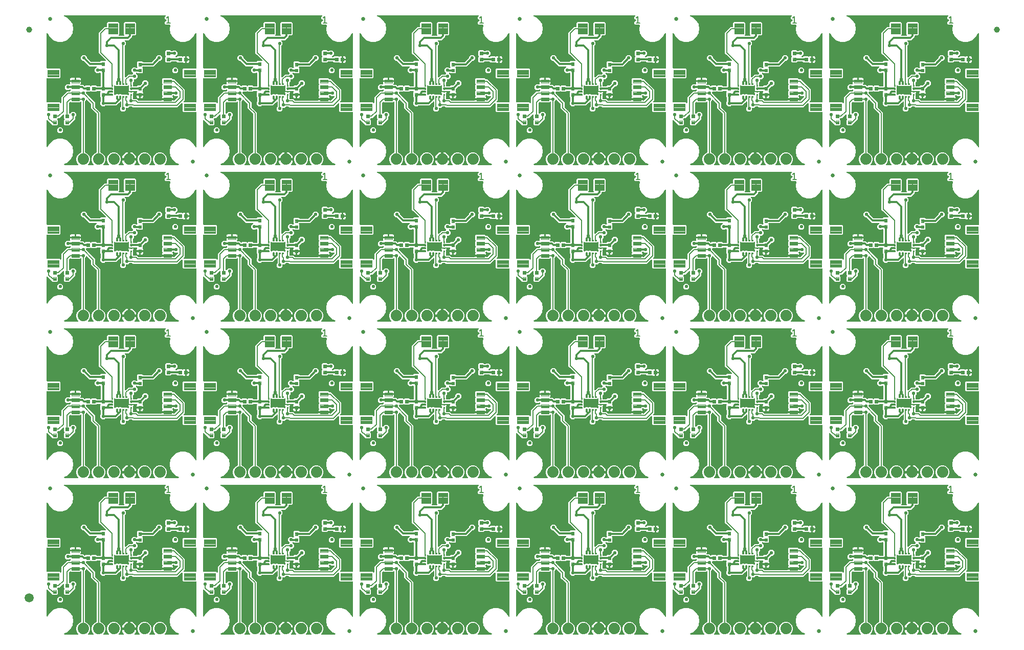
<source format=gtl>
G04 EAGLE Gerber RS-274X export*
G75*
%MOMM*%
%FSLAX34Y34*%
%LPD*%
%INTop Copper*%
%IPPOS*%
%AMOC8*
5,1,8,0,0,1.08239X$1,22.5*%
G01*
%ADD10C,0.203200*%
%ADD11C,0.096000*%
%ADD12C,0.102000*%
%ADD13C,1.879600*%
%ADD14C,0.635000*%
%ADD15C,1.000000*%
%ADD16C,1.500000*%
%ADD17C,0.558800*%
%ADD18C,0.304800*%
%ADD19C,0.330200*%

G36*
X803743Y623815D02*
X803743Y623815D01*
X803772Y623815D01*
X803882Y623843D01*
X803993Y623866D01*
X804019Y623879D01*
X804047Y623887D01*
X804145Y623944D01*
X804245Y623997D01*
X804267Y624017D01*
X804292Y624032D01*
X804369Y624114D01*
X804451Y624192D01*
X804466Y624218D01*
X804486Y624239D01*
X804538Y624340D01*
X804595Y624438D01*
X804602Y624466D01*
X804616Y624492D01*
X804629Y624570D01*
X804665Y624713D01*
X804663Y624776D01*
X804671Y624823D01*
X804671Y633723D01*
X814157Y643209D01*
X818342Y643209D01*
X818429Y643221D01*
X818516Y643224D01*
X818569Y643241D01*
X818624Y643249D01*
X818704Y643284D01*
X818787Y643311D01*
X818826Y643339D01*
X818883Y643365D01*
X818996Y643461D01*
X819060Y643506D01*
X819996Y644442D01*
X820031Y644489D01*
X820074Y644529D01*
X820116Y644602D01*
X820167Y644669D01*
X820188Y644724D01*
X820217Y644774D01*
X820238Y644856D01*
X820268Y644935D01*
X820273Y644993D01*
X820288Y645050D01*
X820285Y645134D01*
X820292Y645218D01*
X820280Y645276D01*
X820278Y645334D01*
X820253Y645414D01*
X820236Y645497D01*
X820209Y645549D01*
X820191Y645605D01*
X820151Y645661D01*
X820105Y645749D01*
X820036Y645822D01*
X819996Y645878D01*
X819618Y646256D01*
X819571Y646291D01*
X819531Y646334D01*
X819458Y646376D01*
X819391Y646427D01*
X819336Y646448D01*
X819286Y646477D01*
X819204Y646498D01*
X819125Y646528D01*
X819067Y646533D01*
X819010Y646547D01*
X818926Y646545D01*
X818842Y646552D01*
X818784Y646540D01*
X818726Y646538D01*
X818646Y646512D01*
X818563Y646496D01*
X818511Y646469D01*
X818455Y646451D01*
X818399Y646411D01*
X818311Y646365D01*
X818238Y646296D01*
X818182Y646256D01*
X817339Y645413D01*
X813341Y645413D01*
X810513Y648241D01*
X810513Y652239D01*
X813341Y655067D01*
X817339Y655067D01*
X817662Y654744D01*
X817670Y654738D01*
X817676Y654730D01*
X817783Y654653D01*
X817889Y654573D01*
X817898Y654570D01*
X817906Y654564D01*
X818031Y654519D01*
X818155Y654472D01*
X818165Y654471D01*
X818174Y654468D01*
X818306Y654459D01*
X818438Y654448D01*
X818448Y654450D01*
X818457Y654450D01*
X818588Y654478D01*
X818717Y654504D01*
X818726Y654509D01*
X818735Y654511D01*
X818851Y654574D01*
X818969Y654635D01*
X818976Y654642D01*
X818985Y654647D01*
X819079Y654740D01*
X819175Y654831D01*
X819180Y654839D01*
X819187Y654846D01*
X819252Y654962D01*
X819319Y655076D01*
X819321Y655086D01*
X819326Y655094D01*
X819356Y655223D01*
X819389Y655352D01*
X819389Y655362D01*
X819391Y655371D01*
X819384Y655504D01*
X819380Y655636D01*
X819377Y655645D01*
X819377Y655655D01*
X819357Y655709D01*
X819293Y655906D01*
X819272Y655936D01*
X819259Y655970D01*
X818957Y656492D01*
X818749Y657268D01*
X818749Y658661D01*
X827556Y658661D01*
X827614Y658669D01*
X827672Y658667D01*
X827754Y658689D01*
X827837Y658701D01*
X827891Y658724D01*
X827947Y658739D01*
X828020Y658782D01*
X828039Y658791D01*
X828085Y658760D01*
X828141Y658743D01*
X828193Y658716D01*
X828261Y658705D01*
X828356Y658675D01*
X828456Y658672D01*
X828524Y658661D01*
X837331Y658661D01*
X837331Y657268D01*
X837123Y656492D01*
X836721Y655797D01*
X836454Y655530D01*
X836437Y655506D01*
X836414Y655487D01*
X836351Y655393D01*
X836283Y655303D01*
X836273Y655275D01*
X836257Y655251D01*
X836223Y655143D01*
X836182Y655037D01*
X836180Y655008D01*
X836171Y654980D01*
X836168Y654867D01*
X836159Y654754D01*
X836164Y654725D01*
X836164Y654696D01*
X836192Y654586D01*
X836214Y654475D01*
X836228Y654449D01*
X836235Y654421D01*
X836293Y654323D01*
X836345Y654223D01*
X836366Y654201D01*
X836381Y654176D01*
X836463Y654099D01*
X836541Y654017D01*
X836567Y654002D01*
X836588Y653982D01*
X836689Y653930D01*
X836786Y653873D01*
X836815Y653866D01*
X836841Y653852D01*
X836918Y653839D01*
X837062Y653803D01*
X837124Y653805D01*
X837172Y653797D01*
X840943Y653797D01*
X842734Y652006D01*
X842781Y651971D01*
X842821Y651928D01*
X842894Y651886D01*
X842961Y651835D01*
X843016Y651814D01*
X843066Y651785D01*
X843148Y651764D01*
X843227Y651734D01*
X843285Y651729D01*
X843342Y651714D01*
X843426Y651717D01*
X843510Y651710D01*
X843568Y651722D01*
X843626Y651724D01*
X843706Y651749D01*
X843789Y651766D01*
X843841Y651793D01*
X843897Y651811D01*
X843953Y651851D01*
X844041Y651897D01*
X844114Y651966D01*
X844170Y652006D01*
X844897Y652733D01*
X851983Y652733D01*
X852722Y651994D01*
X852769Y651959D01*
X852809Y651916D01*
X852882Y651874D01*
X852949Y651823D01*
X853004Y651802D01*
X853054Y651773D01*
X853136Y651752D01*
X853215Y651722D01*
X853273Y651717D01*
X853330Y651702D01*
X853414Y651705D01*
X853498Y651698D01*
X853556Y651710D01*
X853614Y651712D01*
X853694Y651737D01*
X853777Y651754D01*
X853829Y651781D01*
X853885Y651799D01*
X853941Y651839D01*
X854029Y651885D01*
X854102Y651954D01*
X854158Y651994D01*
X854897Y652733D01*
X861983Y652733D01*
X863162Y651554D01*
X863232Y651502D01*
X863296Y651442D01*
X863345Y651416D01*
X863389Y651383D01*
X863471Y651352D01*
X863549Y651312D01*
X863596Y651304D01*
X863655Y651282D01*
X863802Y651270D01*
X863880Y651257D01*
X868400Y651257D01*
X868487Y651269D01*
X868574Y651272D01*
X868627Y651289D01*
X868682Y651297D01*
X868762Y651332D01*
X868845Y651359D01*
X868884Y651387D01*
X868941Y651413D01*
X869054Y651509D01*
X869118Y651554D01*
X869906Y652342D01*
X869958Y652412D01*
X870018Y652476D01*
X870044Y652525D01*
X870077Y652569D01*
X870108Y652651D01*
X870148Y652729D01*
X870156Y652776D01*
X870178Y652835D01*
X870190Y652982D01*
X870203Y653060D01*
X870203Y672820D01*
X870191Y672907D01*
X870188Y672994D01*
X870171Y673047D01*
X870163Y673102D01*
X870128Y673182D01*
X870101Y673265D01*
X870073Y673304D01*
X870047Y673361D01*
X869951Y673474D01*
X869906Y673538D01*
X869198Y674246D01*
X869151Y674281D01*
X869111Y674324D01*
X869038Y674366D01*
X868971Y674417D01*
X868916Y674438D01*
X868866Y674467D01*
X868784Y674488D01*
X868705Y674518D01*
X868647Y674523D01*
X868590Y674537D01*
X868506Y674535D01*
X868422Y674542D01*
X868364Y674530D01*
X868306Y674528D01*
X868226Y674503D01*
X868143Y674486D01*
X868091Y674459D01*
X868036Y674441D01*
X867979Y674401D01*
X867891Y674355D01*
X867818Y674286D01*
X867762Y674246D01*
X866869Y673353D01*
X862871Y673353D01*
X860043Y676181D01*
X860043Y680179D01*
X862834Y682970D01*
X862852Y682994D01*
X862874Y683013D01*
X862937Y683107D01*
X863005Y683197D01*
X863015Y683225D01*
X863032Y683249D01*
X863066Y683357D01*
X863106Y683463D01*
X863109Y683492D01*
X863118Y683520D01*
X863120Y683634D01*
X863130Y683746D01*
X863124Y683775D01*
X863125Y683804D01*
X863096Y683914D01*
X863074Y684025D01*
X863060Y684051D01*
X863053Y684079D01*
X862995Y684177D01*
X862943Y684277D01*
X862923Y684299D01*
X862908Y684324D01*
X862825Y684401D01*
X862747Y684483D01*
X862722Y684498D01*
X862700Y684518D01*
X862600Y684570D01*
X862502Y684627D01*
X862473Y684634D01*
X862447Y684648D01*
X862370Y684661D01*
X862226Y684697D01*
X862164Y684695D01*
X862116Y684703D01*
X850777Y684703D01*
X842104Y693376D01*
X842034Y693428D01*
X841970Y693488D01*
X841921Y693514D01*
X841877Y693547D01*
X841795Y693578D01*
X841717Y693618D01*
X841670Y693626D01*
X841611Y693648D01*
X841464Y693660D01*
X841386Y693673D01*
X840011Y693673D01*
X837183Y696501D01*
X837183Y700499D01*
X840011Y703327D01*
X844009Y703327D01*
X846837Y700499D01*
X846837Y699124D01*
X846849Y699037D01*
X846852Y698950D01*
X846869Y698897D01*
X846877Y698842D01*
X846912Y698762D01*
X846939Y698679D01*
X846967Y698640D01*
X846993Y698583D01*
X847089Y698470D01*
X847134Y698406D01*
X853426Y692114D01*
X853496Y692062D01*
X853560Y692002D01*
X853609Y691976D01*
X853653Y691943D01*
X853735Y691912D01*
X853813Y691872D01*
X853860Y691864D01*
X853919Y691842D01*
X854066Y691830D01*
X854144Y691817D01*
X868320Y691817D01*
X868407Y691829D01*
X868494Y691832D01*
X868547Y691849D01*
X868602Y691857D01*
X868682Y691892D01*
X868765Y691919D01*
X868804Y691947D01*
X868861Y691973D01*
X868974Y692069D01*
X869038Y692114D01*
X870217Y693293D01*
X877285Y693293D01*
X877314Y693297D01*
X877343Y693294D01*
X877454Y693317D01*
X877566Y693333D01*
X877593Y693345D01*
X877622Y693350D01*
X877722Y693402D01*
X877826Y693449D01*
X877848Y693468D01*
X877874Y693481D01*
X877956Y693559D01*
X878043Y693632D01*
X878059Y693657D01*
X878080Y693677D01*
X878137Y693775D01*
X878200Y693869D01*
X878209Y693897D01*
X878224Y693922D01*
X878252Y694032D01*
X878286Y694140D01*
X878287Y694170D01*
X878294Y694198D01*
X878290Y694311D01*
X878293Y694424D01*
X878286Y694453D01*
X878285Y694482D01*
X878250Y694590D01*
X878221Y694699D01*
X878206Y694725D01*
X878197Y694753D01*
X878152Y694816D01*
X878076Y694944D01*
X878031Y694987D01*
X878003Y695026D01*
X868985Y704044D01*
X868984Y704044D01*
X866901Y706127D01*
X866901Y740403D01*
X868984Y742486D01*
X868985Y742486D01*
X876277Y749779D01*
X879192Y749779D01*
X879250Y749787D01*
X879308Y749785D01*
X879390Y749807D01*
X879474Y749819D01*
X879527Y749842D01*
X879583Y749857D01*
X879656Y749900D01*
X879733Y749935D01*
X879778Y749973D01*
X879828Y750002D01*
X879886Y750064D01*
X879950Y750118D01*
X879982Y750167D01*
X880022Y750210D01*
X880061Y750285D01*
X880108Y750355D01*
X880125Y750411D01*
X880152Y750463D01*
X880163Y750531D01*
X880193Y750626D01*
X880196Y750726D01*
X880207Y750794D01*
X880207Y756321D01*
X881679Y757793D01*
X898801Y757793D01*
X900273Y756321D01*
X900273Y737199D01*
X899883Y736810D01*
X899866Y736786D01*
X899843Y736767D01*
X899781Y736673D01*
X899713Y736583D01*
X899702Y736555D01*
X899686Y736531D01*
X899652Y736423D01*
X899611Y736317D01*
X899609Y736288D01*
X899600Y736260D01*
X899597Y736146D01*
X899588Y736034D01*
X899593Y736005D01*
X899593Y735976D01*
X899621Y735866D01*
X899644Y735755D01*
X899657Y735729D01*
X899665Y735701D01*
X899722Y735603D01*
X899775Y735503D01*
X899795Y735481D01*
X899810Y735456D01*
X899892Y735379D01*
X899970Y735297D01*
X899996Y735282D01*
X900017Y735262D01*
X900118Y735210D01*
X900216Y735153D01*
X900244Y735146D01*
X900270Y735132D01*
X900348Y735119D01*
X900491Y735083D01*
X900554Y735085D01*
X900601Y735077D01*
X907879Y735077D01*
X907908Y735081D01*
X907937Y735078D01*
X908048Y735101D01*
X908160Y735117D01*
X908187Y735129D01*
X908216Y735134D01*
X908316Y735187D01*
X908420Y735233D01*
X908442Y735252D01*
X908468Y735265D01*
X908550Y735343D01*
X908637Y735416D01*
X908653Y735441D01*
X908674Y735461D01*
X908731Y735559D01*
X908794Y735653D01*
X908803Y735681D01*
X908818Y735706D01*
X908846Y735816D01*
X908880Y735924D01*
X908881Y735954D01*
X908888Y735982D01*
X908884Y736095D01*
X908887Y736208D01*
X908880Y736237D01*
X908879Y736266D01*
X908844Y736374D01*
X908815Y736483D01*
X908801Y736509D01*
X908791Y736537D01*
X908746Y736601D01*
X908670Y736728D01*
X908625Y736771D01*
X908597Y736810D01*
X908207Y737199D01*
X908207Y756321D01*
X909679Y757793D01*
X926801Y757793D01*
X928273Y756321D01*
X928273Y737199D01*
X926801Y735727D01*
X922812Y735727D01*
X922754Y735719D01*
X922696Y735721D01*
X922614Y735699D01*
X922530Y735687D01*
X922477Y735664D01*
X922421Y735649D01*
X922348Y735606D01*
X922271Y735571D01*
X922226Y735533D01*
X922176Y735504D01*
X922118Y735442D01*
X922054Y735388D01*
X922022Y735339D01*
X921982Y735296D01*
X921943Y735221D01*
X921896Y735151D01*
X921879Y735095D01*
X921852Y735043D01*
X921841Y734975D01*
X921811Y734880D01*
X921808Y734780D01*
X921797Y734712D01*
X921797Y733887D01*
X915873Y727963D01*
X910724Y727963D01*
X910695Y727959D01*
X910665Y727962D01*
X910554Y727939D01*
X910442Y727923D01*
X910416Y727911D01*
X910387Y727906D01*
X910286Y727853D01*
X910183Y727807D01*
X910160Y727788D01*
X910134Y727775D01*
X910052Y727697D01*
X909966Y727624D01*
X909950Y727599D01*
X909928Y727579D01*
X909871Y727481D01*
X909808Y727387D01*
X909799Y727359D01*
X909785Y727334D01*
X909757Y727224D01*
X909722Y727116D01*
X909722Y727086D01*
X909715Y727058D01*
X909718Y726945D01*
X909715Y726832D01*
X909723Y726803D01*
X909724Y726774D01*
X909758Y726666D01*
X909787Y726557D01*
X909802Y726531D01*
X909811Y726503D01*
X909857Y726440D01*
X909932Y726312D01*
X909978Y726269D01*
X910006Y726230D01*
X911607Y724629D01*
X911607Y720631D01*
X910086Y719110D01*
X910034Y719040D01*
X909974Y718976D01*
X909948Y718927D01*
X909915Y718883D01*
X909884Y718801D01*
X909844Y718723D01*
X909836Y718676D01*
X909814Y718617D01*
X909802Y718470D01*
X909789Y718392D01*
X909789Y667631D01*
X909793Y667602D01*
X909790Y667573D01*
X909813Y667462D01*
X909829Y667350D01*
X909841Y667323D01*
X909846Y667294D01*
X909899Y667194D01*
X909945Y667090D01*
X909964Y667068D01*
X909977Y667042D01*
X910055Y666960D01*
X910128Y666873D01*
X910153Y666857D01*
X910173Y666836D01*
X910271Y666779D01*
X910365Y666716D01*
X910393Y666707D01*
X910418Y666692D01*
X910528Y666664D01*
X910636Y666630D01*
X910666Y666629D01*
X910694Y666622D01*
X910807Y666626D01*
X910920Y666623D01*
X910949Y666630D01*
X910978Y666631D01*
X911086Y666666D01*
X911195Y666695D01*
X911221Y666710D01*
X911249Y666719D01*
X911312Y666764D01*
X911440Y666840D01*
X911483Y666885D01*
X911522Y666913D01*
X913594Y668985D01*
X913594Y668986D01*
X915677Y671069D01*
X921632Y671069D01*
X921719Y671081D01*
X921806Y671084D01*
X921859Y671101D01*
X921914Y671109D01*
X921993Y671144D01*
X922077Y671171D01*
X922116Y671199D01*
X922173Y671225D01*
X922286Y671321D01*
X922350Y671366D01*
X923366Y672382D01*
X923401Y672429D01*
X923444Y672469D01*
X923486Y672542D01*
X923537Y672609D01*
X923558Y672664D01*
X923587Y672714D01*
X923608Y672796D01*
X923638Y672875D01*
X923643Y672933D01*
X923657Y672990D01*
X923655Y673074D01*
X923662Y673158D01*
X923650Y673216D01*
X923648Y673274D01*
X923622Y673354D01*
X923606Y673437D01*
X923579Y673489D01*
X923561Y673545D01*
X923521Y673601D01*
X923475Y673689D01*
X923406Y673762D01*
X923366Y673818D01*
X921003Y676181D01*
X921003Y680179D01*
X923831Y683007D01*
X927829Y683007D01*
X928769Y682067D01*
X928816Y682032D01*
X928856Y681989D01*
X928929Y681947D01*
X928996Y681896D01*
X929051Y681875D01*
X929101Y681846D01*
X929183Y681825D01*
X929262Y681795D01*
X929320Y681790D01*
X929377Y681775D01*
X929461Y681778D01*
X929545Y681771D01*
X929603Y681783D01*
X929661Y681785D01*
X929741Y681811D01*
X929824Y681827D01*
X929876Y681854D01*
X929932Y681872D01*
X929988Y681912D01*
X930076Y681958D01*
X930149Y682027D01*
X930205Y682067D01*
X930426Y682288D01*
X930461Y682335D01*
X930504Y682375D01*
X930546Y682448D01*
X930597Y682515D01*
X930618Y682570D01*
X930647Y682620D01*
X930668Y682702D01*
X930698Y682781D01*
X930703Y682839D01*
X930718Y682896D01*
X930715Y682980D01*
X930722Y683064D01*
X930710Y683122D01*
X930708Y683180D01*
X930682Y683260D01*
X930666Y683343D01*
X930639Y683395D01*
X930621Y683451D01*
X930581Y683507D01*
X930535Y683595D01*
X930466Y683668D01*
X930426Y683724D01*
X929687Y684463D01*
X929687Y691549D01*
X931177Y693039D01*
X938263Y693039D01*
X939442Y691860D01*
X939512Y691808D01*
X939576Y691748D01*
X939625Y691722D01*
X939669Y691689D01*
X939751Y691658D01*
X939829Y691618D01*
X939876Y691610D01*
X939935Y691588D01*
X940082Y691576D01*
X940160Y691563D01*
X954082Y691563D01*
X954169Y691575D01*
X954256Y691578D01*
X954309Y691595D01*
X954364Y691603D01*
X954444Y691638D01*
X954527Y691665D01*
X954566Y691693D01*
X954623Y691719D01*
X954736Y691815D01*
X954800Y691860D01*
X961346Y698406D01*
X961398Y698476D01*
X961458Y698540D01*
X961484Y698589D01*
X961517Y698633D01*
X961548Y698715D01*
X961588Y698793D01*
X961596Y698840D01*
X961618Y698899D01*
X961630Y699046D01*
X961643Y699124D01*
X961643Y700499D01*
X964471Y703327D01*
X968469Y703327D01*
X971297Y700499D01*
X971297Y696501D01*
X968469Y693673D01*
X967094Y693673D01*
X967007Y693661D01*
X966920Y693658D01*
X966867Y693641D01*
X966812Y693633D01*
X966732Y693598D01*
X966649Y693571D01*
X966610Y693543D01*
X966553Y693517D01*
X966440Y693421D01*
X966376Y693376D01*
X957449Y684449D01*
X940160Y684449D01*
X940073Y684437D01*
X939986Y684434D01*
X939933Y684417D01*
X939878Y684409D01*
X939799Y684374D01*
X939715Y684347D01*
X939676Y684319D01*
X939619Y684293D01*
X939506Y684197D01*
X939442Y684152D01*
X939014Y683724D01*
X938979Y683677D01*
X938936Y683637D01*
X938894Y683564D01*
X938843Y683497D01*
X938822Y683442D01*
X938793Y683392D01*
X938772Y683310D01*
X938742Y683231D01*
X938737Y683173D01*
X938722Y683116D01*
X938725Y683032D01*
X938718Y682948D01*
X938730Y682890D01*
X938732Y682832D01*
X938757Y682752D01*
X938774Y682669D01*
X938801Y682617D01*
X938819Y682561D01*
X938859Y682505D01*
X938905Y682417D01*
X938974Y682344D01*
X939014Y682288D01*
X939753Y681549D01*
X939753Y674463D01*
X938263Y672973D01*
X931177Y672973D01*
X930031Y674119D01*
X929984Y674154D01*
X929944Y674197D01*
X929871Y674239D01*
X929804Y674290D01*
X929749Y674311D01*
X929699Y674340D01*
X929617Y674361D01*
X929538Y674391D01*
X929480Y674396D01*
X929423Y674410D01*
X929339Y674408D01*
X929255Y674415D01*
X929197Y674403D01*
X929139Y674401D01*
X929059Y674376D01*
X928976Y674359D01*
X928924Y674332D01*
X928869Y674314D01*
X928812Y674274D01*
X928724Y674228D01*
X928651Y674159D01*
X928595Y674119D01*
X928294Y673818D01*
X928259Y673771D01*
X928216Y673731D01*
X928174Y673658D01*
X928123Y673591D01*
X928102Y673536D01*
X928073Y673486D01*
X928052Y673404D01*
X928022Y673325D01*
X928017Y673267D01*
X928003Y673210D01*
X928005Y673126D01*
X927998Y673042D01*
X928010Y672984D01*
X928012Y672926D01*
X928038Y672846D01*
X928054Y672763D01*
X928081Y672711D01*
X928099Y672655D01*
X928139Y672599D01*
X928185Y672511D01*
X928254Y672438D01*
X928294Y672382D01*
X930657Y670019D01*
X930657Y666021D01*
X927829Y663193D01*
X925957Y663193D01*
X925899Y663185D01*
X925841Y663187D01*
X925759Y663165D01*
X925675Y663153D01*
X925622Y663130D01*
X925566Y663115D01*
X925493Y663072D01*
X925416Y663037D01*
X925371Y662999D01*
X925321Y662970D01*
X925263Y662908D01*
X925199Y662854D01*
X925167Y662805D01*
X925127Y662762D01*
X925088Y662687D01*
X925041Y662617D01*
X925024Y662561D01*
X924997Y662509D01*
X924986Y662441D01*
X924956Y662346D01*
X924953Y662246D01*
X924942Y662178D01*
X924942Y659671D01*
X923461Y658190D01*
X923409Y658120D01*
X923349Y658056D01*
X923323Y658007D01*
X923290Y657963D01*
X923259Y657881D01*
X923219Y657803D01*
X923211Y657756D01*
X923189Y657697D01*
X923177Y657550D01*
X923164Y657472D01*
X923164Y655483D01*
X923176Y655396D01*
X923179Y655309D01*
X923196Y655256D01*
X923204Y655201D01*
X923239Y655121D01*
X923266Y655038D01*
X923294Y654999D01*
X923320Y654942D01*
X923416Y654829D01*
X923461Y654765D01*
X923523Y654703D01*
X923523Y652232D01*
X923531Y652174D01*
X923529Y652116D01*
X923551Y652034D01*
X923563Y651950D01*
X923586Y651897D01*
X923601Y651841D01*
X923644Y651768D01*
X923679Y651691D01*
X923717Y651646D01*
X923746Y651596D01*
X923808Y651538D01*
X923862Y651474D01*
X923911Y651442D01*
X923954Y651402D01*
X924029Y651363D01*
X924099Y651316D01*
X924155Y651299D01*
X924207Y651272D01*
X924275Y651261D01*
X924370Y651231D01*
X924470Y651228D01*
X924538Y651217D01*
X929320Y651217D01*
X929407Y651229D01*
X929494Y651232D01*
X929547Y651249D01*
X929602Y651257D01*
X929682Y651292D01*
X929765Y651319D01*
X929804Y651347D01*
X929861Y651373D01*
X929974Y651469D01*
X930038Y651514D01*
X931177Y652653D01*
X934302Y652653D01*
X934389Y652665D01*
X934476Y652668D01*
X934529Y652685D01*
X934584Y652693D01*
X934664Y652728D01*
X934747Y652755D01*
X934786Y652783D01*
X934843Y652809D01*
X934956Y652905D01*
X935020Y652950D01*
X938486Y656416D01*
X938538Y656486D01*
X938598Y656550D01*
X938624Y656599D01*
X938657Y656643D01*
X938688Y656725D01*
X938728Y656803D01*
X938736Y656850D01*
X938758Y656909D01*
X938770Y657056D01*
X938783Y657134D01*
X938783Y658589D01*
X941611Y661417D01*
X945609Y661417D01*
X948437Y658589D01*
X948437Y654591D01*
X945609Y651763D01*
X944314Y651763D01*
X944227Y651751D01*
X944140Y651748D01*
X944087Y651731D01*
X944032Y651723D01*
X943952Y651688D01*
X943869Y651661D01*
X943830Y651633D01*
X943773Y651607D01*
X943660Y651511D01*
X943596Y651466D01*
X940050Y647920D01*
X939998Y647850D01*
X939938Y647786D01*
X939912Y647737D01*
X939879Y647693D01*
X939848Y647611D01*
X939808Y647533D01*
X939800Y647486D01*
X939778Y647427D01*
X939766Y647280D01*
X939753Y647202D01*
X939753Y644077D01*
X939373Y643697D01*
X939338Y643650D01*
X939296Y643610D01*
X939253Y643537D01*
X939202Y643470D01*
X939181Y643415D01*
X939152Y643365D01*
X939131Y643283D01*
X939101Y643204D01*
X939096Y643146D01*
X939082Y643089D01*
X939084Y643005D01*
X939077Y642921D01*
X939089Y642864D01*
X939091Y642805D01*
X939117Y642725D01*
X939133Y642642D01*
X939160Y642590D01*
X939178Y642535D01*
X939218Y642479D01*
X939264Y642390D01*
X939333Y642317D01*
X939373Y642261D01*
X939651Y641983D01*
X940053Y641288D01*
X940261Y640512D01*
X940261Y639119D01*
X935204Y639119D01*
X935146Y639111D01*
X935088Y639113D01*
X935006Y639091D01*
X934923Y639079D01*
X934869Y639056D01*
X934813Y639041D01*
X934740Y638998D01*
X934721Y638989D01*
X934675Y639020D01*
X934619Y639037D01*
X934567Y639064D01*
X934499Y639075D01*
X934404Y639105D01*
X934304Y639108D01*
X934236Y639119D01*
X929179Y639119D01*
X929179Y640512D01*
X929387Y641288D01*
X929789Y641983D01*
X930067Y642261D01*
X930102Y642308D01*
X930145Y642348D01*
X930187Y642421D01*
X930238Y642489D01*
X930259Y642543D01*
X930288Y642594D01*
X930309Y642675D01*
X930339Y642754D01*
X930344Y642813D01*
X930358Y642869D01*
X930356Y642954D01*
X930363Y643038D01*
X930351Y643095D01*
X930349Y643153D01*
X930323Y643234D01*
X930307Y643316D01*
X930280Y643368D01*
X930262Y643424D01*
X930222Y643480D01*
X930176Y643569D01*
X930107Y643641D01*
X930067Y643697D01*
X929958Y643806D01*
X929888Y643858D01*
X929824Y643918D01*
X929775Y643944D01*
X929731Y643977D01*
X929649Y644008D01*
X929571Y644048D01*
X929524Y644056D01*
X929465Y644078D01*
X929318Y644090D01*
X929240Y644103D01*
X925046Y644103D01*
X924988Y644095D01*
X924930Y644097D01*
X924848Y644075D01*
X924764Y644063D01*
X924711Y644040D01*
X924655Y644025D01*
X924582Y643982D01*
X924505Y643947D01*
X924460Y643909D01*
X924410Y643880D01*
X924352Y643818D01*
X924288Y643764D01*
X924256Y643715D01*
X924219Y643675D01*
X919990Y643675D01*
X915949Y643675D01*
X915949Y644052D01*
X916157Y644828D01*
X916321Y645112D01*
X916358Y645202D01*
X916402Y645288D01*
X916408Y645328D01*
X916428Y645375D01*
X916445Y645547D01*
X916457Y645619D01*
X916457Y645742D01*
X916445Y645829D01*
X916442Y645917D01*
X916433Y645944D01*
X916433Y649369D01*
X916444Y649501D01*
X916457Y649578D01*
X916457Y649906D01*
X916468Y649935D01*
X916473Y649993D01*
X916488Y650050D01*
X916485Y650135D01*
X916492Y650218D01*
X916480Y650276D01*
X916478Y650334D01*
X916457Y650400D01*
X916457Y652350D01*
X916453Y652379D01*
X916456Y652409D01*
X916433Y652520D01*
X916417Y652632D01*
X916405Y652659D01*
X916400Y652687D01*
X916347Y652788D01*
X916301Y652891D01*
X916282Y652914D01*
X916269Y652940D01*
X916191Y653022D01*
X916118Y653108D01*
X916093Y653124D01*
X916073Y653146D01*
X915975Y653203D01*
X915881Y653266D01*
X915853Y653275D01*
X915828Y653289D01*
X915718Y653317D01*
X915610Y653352D01*
X915580Y653352D01*
X915552Y653360D01*
X915439Y653356D01*
X915326Y653359D01*
X915297Y653351D01*
X915268Y653351D01*
X915160Y653316D01*
X915051Y653287D01*
X915025Y653272D01*
X914997Y653263D01*
X914933Y653217D01*
X914806Y653142D01*
X914763Y653096D01*
X914724Y653068D01*
X913783Y652127D01*
X909494Y652127D01*
X909465Y652138D01*
X909407Y652143D01*
X909350Y652158D01*
X909265Y652155D01*
X909182Y652162D01*
X909124Y652150D01*
X909066Y652148D01*
X909000Y652127D01*
X904494Y652127D01*
X904465Y652138D01*
X904407Y652143D01*
X904350Y652158D01*
X904265Y652155D01*
X904182Y652162D01*
X904124Y652150D01*
X904066Y652148D01*
X904000Y652127D01*
X903837Y652127D01*
X903751Y652115D01*
X903663Y652112D01*
X903610Y652095D01*
X903556Y652087D01*
X903476Y652052D01*
X903393Y652025D01*
X903353Y651997D01*
X903308Y651976D01*
X900166Y651976D01*
X900133Y652001D01*
X900052Y652032D01*
X899974Y652072D01*
X899926Y652080D01*
X899868Y652102D01*
X899720Y652114D01*
X899643Y652127D01*
X899494Y652127D01*
X899465Y652138D01*
X899407Y652143D01*
X899350Y652158D01*
X899265Y652155D01*
X899182Y652162D01*
X899124Y652150D01*
X899066Y652148D01*
X899000Y652127D01*
X898837Y652127D01*
X898751Y652115D01*
X898663Y652112D01*
X898610Y652095D01*
X898556Y652087D01*
X898476Y652052D01*
X898393Y652025D01*
X898353Y651997D01*
X898308Y651976D01*
X895166Y651976D01*
X895133Y652001D01*
X895052Y652032D01*
X894974Y652072D01*
X894926Y652080D01*
X894868Y652102D01*
X894720Y652114D01*
X894708Y652116D01*
X893756Y653068D01*
X893732Y653086D01*
X893713Y653108D01*
X893619Y653171D01*
X893529Y653239D01*
X893501Y653250D01*
X893477Y653266D01*
X893369Y653300D01*
X893263Y653340D01*
X893234Y653343D01*
X893206Y653352D01*
X893092Y653354D01*
X892980Y653364D01*
X892951Y653358D01*
X892922Y653359D01*
X892812Y653330D01*
X892701Y653308D01*
X892675Y653294D01*
X892647Y653287D01*
X892549Y653229D01*
X892449Y653177D01*
X892427Y653157D01*
X892402Y653142D01*
X892325Y653059D01*
X892243Y652981D01*
X892228Y652956D01*
X892208Y652934D01*
X892156Y652834D01*
X892099Y652736D01*
X892092Y652707D01*
X892078Y652681D01*
X892065Y652604D01*
X892029Y652460D01*
X892031Y652398D01*
X892023Y652350D01*
X892023Y650414D01*
X892012Y650385D01*
X892007Y650327D01*
X891992Y650270D01*
X891995Y650185D01*
X891988Y650102D01*
X892000Y650044D01*
X892002Y649986D01*
X892023Y649920D01*
X892023Y649578D01*
X892035Y649491D01*
X892038Y649404D01*
X892047Y649376D01*
X892047Y645952D01*
X892036Y645820D01*
X892023Y645742D01*
X892023Y645414D01*
X892012Y645385D01*
X892007Y645327D01*
X891992Y645270D01*
X891995Y645185D01*
X891988Y645102D01*
X892000Y645044D01*
X892002Y644986D01*
X892023Y644920D01*
X892023Y644757D01*
X892035Y644671D01*
X892038Y644583D01*
X892055Y644530D01*
X892063Y644476D01*
X892098Y644396D01*
X892125Y644313D01*
X892153Y644273D01*
X892174Y644228D01*
X892174Y641086D01*
X892149Y641053D01*
X892118Y640972D01*
X892078Y640894D01*
X892070Y640846D01*
X892048Y640788D01*
X892036Y640640D01*
X892023Y640563D01*
X892023Y640414D01*
X892012Y640385D01*
X892007Y640327D01*
X891992Y640270D01*
X891995Y640185D01*
X891988Y640102D01*
X892000Y640044D01*
X892002Y639986D01*
X892023Y639920D01*
X892023Y639757D01*
X892035Y639671D01*
X892038Y639583D01*
X892055Y639531D01*
X892063Y639476D01*
X892098Y639396D01*
X892125Y639313D01*
X892153Y639274D01*
X892174Y639228D01*
X892174Y638121D01*
X892178Y638092D01*
X892175Y638062D01*
X892198Y637951D01*
X892214Y637839D01*
X892226Y637812D01*
X892231Y637784D01*
X892284Y637683D01*
X892330Y637580D01*
X892349Y637557D01*
X892362Y637531D01*
X892440Y637449D01*
X892513Y637363D01*
X892538Y637347D01*
X892558Y637325D01*
X892656Y637268D01*
X892750Y637205D01*
X892778Y637196D01*
X892803Y637182D01*
X892913Y637154D01*
X893021Y637119D01*
X893051Y637119D01*
X893079Y637111D01*
X893192Y637115D01*
X893305Y637112D01*
X893334Y637120D01*
X893363Y637120D01*
X893471Y637155D01*
X893580Y637184D01*
X893606Y637199D01*
X893634Y637208D01*
X893698Y637254D01*
X893825Y637329D01*
X893868Y637375D01*
X893907Y637403D01*
X894706Y638202D01*
X894729Y638205D01*
X894817Y638208D01*
X894869Y638225D01*
X894924Y638233D01*
X895004Y638268D01*
X895087Y638295D01*
X895126Y638323D01*
X895172Y638344D01*
X898314Y638344D01*
X898347Y638319D01*
X898428Y638288D01*
X898506Y638248D01*
X898554Y638240D01*
X898612Y638218D01*
X898760Y638206D01*
X898837Y638193D01*
X898986Y638193D01*
X899015Y638182D01*
X899073Y638177D01*
X899130Y638162D01*
X899215Y638165D01*
X899298Y638158D01*
X899356Y638170D01*
X899414Y638172D01*
X899480Y638193D01*
X899643Y638193D01*
X899729Y638205D01*
X899817Y638208D01*
X899869Y638225D01*
X899924Y638233D01*
X900004Y638268D01*
X900087Y638295D01*
X900126Y638323D01*
X900172Y638344D01*
X903314Y638344D01*
X903347Y638319D01*
X903428Y638288D01*
X903506Y638248D01*
X903554Y638240D01*
X903612Y638218D01*
X903760Y638206D01*
X903837Y638193D01*
X903986Y638193D01*
X904015Y638182D01*
X904073Y638177D01*
X904130Y638162D01*
X904215Y638165D01*
X904298Y638158D01*
X904356Y638170D01*
X904414Y638172D01*
X904480Y638193D01*
X908986Y638193D01*
X909015Y638182D01*
X909073Y638177D01*
X909130Y638162D01*
X909215Y638165D01*
X909298Y638158D01*
X909356Y638170D01*
X909414Y638172D01*
X909480Y638193D01*
X913783Y638193D01*
X914724Y637252D01*
X914748Y637234D01*
X914767Y637212D01*
X914861Y637149D01*
X914951Y637081D01*
X914979Y637070D01*
X915003Y637054D01*
X915111Y637020D01*
X915217Y636980D01*
X915246Y636977D01*
X915274Y636968D01*
X915388Y636966D01*
X915500Y636956D01*
X915529Y636962D01*
X915558Y636961D01*
X915668Y636990D01*
X915779Y637012D01*
X915805Y637026D01*
X915833Y637033D01*
X915931Y637091D01*
X916031Y637143D01*
X916053Y637163D01*
X916078Y637178D01*
X916155Y637261D01*
X916237Y637339D01*
X916252Y637364D01*
X916272Y637386D01*
X916324Y637486D01*
X916381Y637584D01*
X916388Y637613D01*
X916402Y637639D01*
X916415Y637716D01*
X916451Y637860D01*
X916449Y637922D01*
X916457Y637970D01*
X916457Y639701D01*
X916444Y639797D01*
X916439Y639894D01*
X916425Y639932D01*
X916417Y639982D01*
X916347Y640139D01*
X916321Y640208D01*
X916157Y640492D01*
X915949Y641268D01*
X915949Y641645D01*
X919990Y641645D01*
X924031Y641645D01*
X924031Y641268D01*
X923823Y640492D01*
X923659Y640208D01*
X923622Y640118D01*
X923578Y640032D01*
X923572Y639992D01*
X923552Y639945D01*
X923535Y639773D01*
X923523Y639701D01*
X923523Y635617D01*
X923461Y635555D01*
X923409Y635485D01*
X923349Y635421D01*
X923323Y635372D01*
X923290Y635328D01*
X923259Y635246D01*
X923219Y635168D01*
X923211Y635121D01*
X923189Y635062D01*
X923177Y634914D01*
X923164Y634837D01*
X923164Y631578D01*
X923176Y631491D01*
X923179Y631404D01*
X923196Y631351D01*
X923204Y631296D01*
X923239Y631217D01*
X923266Y631133D01*
X923294Y631094D01*
X923320Y631037D01*
X923416Y630924D01*
X923461Y630860D01*
X923595Y630726D01*
X923665Y630674D01*
X923729Y630614D01*
X923778Y630588D01*
X923822Y630555D01*
X923904Y630524D01*
X923982Y630484D01*
X924029Y630476D01*
X924088Y630454D01*
X924235Y630442D01*
X924313Y630429D01*
X929633Y630429D01*
X931716Y628346D01*
X931716Y628345D01*
X931876Y628186D01*
X931945Y628133D01*
X932009Y628074D01*
X932058Y628048D01*
X932103Y628015D01*
X932185Y627984D01*
X932262Y627944D01*
X932310Y627936D01*
X932368Y627914D01*
X932516Y627902D01*
X932593Y627889D01*
X970134Y627889D01*
X970192Y627897D01*
X970250Y627895D01*
X970332Y627917D01*
X970416Y627929D01*
X970469Y627952D01*
X970525Y627967D01*
X970598Y628010D01*
X970675Y628045D01*
X970720Y628083D01*
X970770Y628112D01*
X970828Y628174D01*
X970892Y628228D01*
X970924Y628277D01*
X970964Y628320D01*
X971003Y628395D01*
X971050Y628465D01*
X971067Y628521D01*
X971094Y628573D01*
X971105Y628641D01*
X971111Y628661D01*
X979956Y628661D01*
X980014Y628669D01*
X980072Y628667D01*
X980154Y628689D01*
X980237Y628701D01*
X980291Y628724D01*
X980347Y628739D01*
X980420Y628782D01*
X980439Y628791D01*
X980485Y628760D01*
X980541Y628743D01*
X980593Y628716D01*
X980661Y628705D01*
X980756Y628675D01*
X980856Y628672D01*
X980924Y628661D01*
X989765Y628661D01*
X989771Y628622D01*
X989794Y628569D01*
X989809Y628513D01*
X989852Y628440D01*
X989887Y628363D01*
X989925Y628318D01*
X989954Y628268D01*
X990016Y628210D01*
X990070Y628146D01*
X990119Y628114D01*
X990162Y628074D01*
X990237Y628035D01*
X990307Y627988D01*
X990363Y627971D01*
X990415Y627944D01*
X990483Y627933D01*
X990578Y627903D01*
X990678Y627900D01*
X990746Y627889D01*
X991457Y627889D01*
X991543Y627901D01*
X991631Y627904D01*
X991683Y627921D01*
X991738Y627929D01*
X991818Y627964D01*
X991901Y627991D01*
X991940Y628019D01*
X991998Y628045D01*
X992111Y628141D01*
X992175Y628186D01*
X997414Y633425D01*
X997466Y633495D01*
X997526Y633559D01*
X997552Y633609D01*
X997585Y633653D01*
X997616Y633734D01*
X997656Y633812D01*
X997664Y633860D01*
X997686Y633918D01*
X997698Y634066D01*
X997711Y634143D01*
X997711Y634238D01*
X997703Y634296D01*
X997705Y634354D01*
X997683Y634436D01*
X997671Y634520D01*
X997648Y634573D01*
X997633Y634629D01*
X997590Y634702D01*
X997555Y634779D01*
X997517Y634824D01*
X997488Y634874D01*
X997426Y634932D01*
X997372Y634996D01*
X997323Y635028D01*
X997280Y635068D01*
X997205Y635107D01*
X997135Y635154D01*
X997079Y635171D01*
X997027Y635198D01*
X996959Y635209D01*
X996864Y635239D01*
X996764Y635242D01*
X996696Y635253D01*
X992411Y635253D01*
X991358Y636306D01*
X991288Y636358D01*
X991224Y636418D01*
X991175Y636444D01*
X991131Y636477D01*
X991049Y636508D01*
X990971Y636548D01*
X990924Y636556D01*
X990865Y636578D01*
X990718Y636590D01*
X990640Y636603D01*
X989630Y636603D01*
X989543Y636591D01*
X989456Y636588D01*
X989403Y636571D01*
X989348Y636563D01*
X989268Y636528D01*
X989185Y636501D01*
X989146Y636473D01*
X989089Y636447D01*
X988976Y636351D01*
X988912Y636306D01*
X988843Y636237D01*
X988808Y636190D01*
X988765Y636150D01*
X988723Y636077D01*
X988672Y636010D01*
X988651Y635955D01*
X988622Y635905D01*
X988601Y635823D01*
X988571Y635744D01*
X988566Y635686D01*
X988552Y635629D01*
X988554Y635545D01*
X988547Y635461D01*
X988559Y635404D01*
X988561Y635345D01*
X988587Y635265D01*
X988603Y635182D01*
X988630Y635130D01*
X988648Y635075D01*
X988688Y635018D01*
X988734Y634930D01*
X988803Y634858D01*
X988843Y634801D01*
X989121Y634523D01*
X989523Y633828D01*
X989731Y633052D01*
X989731Y631659D01*
X980924Y631659D01*
X980866Y631651D01*
X980808Y631653D01*
X980726Y631631D01*
X980643Y631619D01*
X980589Y631596D01*
X980533Y631581D01*
X980460Y631538D01*
X980441Y631529D01*
X980395Y631560D01*
X980339Y631577D01*
X980287Y631604D01*
X980219Y631615D01*
X980124Y631645D01*
X980024Y631648D01*
X979956Y631659D01*
X971149Y631659D01*
X971149Y633052D01*
X971357Y633828D01*
X971759Y634523D01*
X972037Y634801D01*
X972072Y634848D01*
X972114Y634888D01*
X972157Y634961D01*
X972208Y635028D01*
X972229Y635083D01*
X972258Y635134D01*
X972279Y635215D01*
X972309Y635294D01*
X972314Y635353D01*
X972328Y635409D01*
X972326Y635493D01*
X972333Y635577D01*
X972321Y635635D01*
X972319Y635693D01*
X972293Y635773D01*
X972277Y635856D01*
X972250Y635908D01*
X972232Y635964D01*
X972192Y636020D01*
X972146Y636108D01*
X972077Y636181D01*
X972037Y636237D01*
X971657Y636617D01*
X971657Y643703D01*
X972396Y644442D01*
X972431Y644489D01*
X972474Y644529D01*
X972516Y644602D01*
X972567Y644669D01*
X972588Y644724D01*
X972617Y644774D01*
X972638Y644856D01*
X972668Y644935D01*
X972673Y644993D01*
X972688Y645050D01*
X972685Y645134D01*
X972692Y645218D01*
X972680Y645276D01*
X972678Y645334D01*
X972653Y645414D01*
X972636Y645497D01*
X972609Y645549D01*
X972591Y645605D01*
X972551Y645661D01*
X972505Y645749D01*
X972436Y645822D01*
X972396Y645878D01*
X971657Y646617D01*
X971657Y653703D01*
X972396Y654442D01*
X972431Y654489D01*
X972474Y654529D01*
X972516Y654602D01*
X972567Y654669D01*
X972588Y654724D01*
X972617Y654774D01*
X972638Y654856D01*
X972668Y654935D01*
X972673Y654993D01*
X972688Y655050D01*
X972685Y655134D01*
X972692Y655218D01*
X972680Y655276D01*
X972678Y655334D01*
X972653Y655414D01*
X972636Y655497D01*
X972609Y655549D01*
X972591Y655605D01*
X972551Y655661D01*
X972505Y655749D01*
X972436Y655822D01*
X972396Y655878D01*
X971657Y656617D01*
X971657Y663703D01*
X973147Y665193D01*
X987733Y665193D01*
X989420Y663506D01*
X989490Y663454D01*
X989554Y663394D01*
X989603Y663368D01*
X989647Y663335D01*
X989729Y663304D01*
X989807Y663264D01*
X989854Y663256D01*
X989913Y663234D01*
X990060Y663222D01*
X990138Y663209D01*
X992103Y663209D01*
X1008889Y646423D01*
X1008889Y628657D01*
X1007157Y626926D01*
X1007140Y626902D01*
X1007117Y626883D01*
X1007055Y626789D01*
X1006987Y626699D01*
X1006976Y626671D01*
X1006960Y626647D01*
X1006926Y626539D01*
X1006885Y626433D01*
X1006883Y626404D01*
X1006874Y626376D01*
X1006871Y626262D01*
X1006862Y626150D01*
X1006867Y626121D01*
X1006867Y626092D01*
X1006895Y625982D01*
X1006918Y625871D01*
X1006931Y625845D01*
X1006939Y625817D01*
X1006996Y625719D01*
X1007049Y625619D01*
X1007069Y625597D01*
X1007084Y625572D01*
X1007166Y625495D01*
X1007244Y625413D01*
X1007270Y625398D01*
X1007291Y625378D01*
X1007392Y625326D01*
X1007490Y625269D01*
X1007518Y625262D01*
X1007544Y625248D01*
X1007622Y625235D01*
X1007765Y625199D01*
X1007828Y625201D01*
X1007875Y625193D01*
X1027176Y625193D01*
X1027234Y625201D01*
X1027292Y625199D01*
X1027374Y625221D01*
X1027458Y625233D01*
X1027511Y625256D01*
X1027567Y625271D01*
X1027640Y625314D01*
X1027717Y625349D01*
X1027762Y625387D01*
X1027812Y625416D01*
X1027870Y625478D01*
X1027934Y625532D01*
X1027966Y625581D01*
X1028006Y625624D01*
X1028045Y625699D01*
X1028092Y625769D01*
X1028109Y625825D01*
X1028136Y625877D01*
X1028147Y625945D01*
X1028177Y626040D01*
X1028180Y626140D01*
X1028191Y626208D01*
X1028191Y664112D01*
X1028183Y664170D01*
X1028185Y664228D01*
X1028163Y664310D01*
X1028151Y664394D01*
X1028128Y664447D01*
X1028113Y664503D01*
X1028070Y664576D01*
X1028035Y664653D01*
X1027997Y664698D01*
X1027968Y664748D01*
X1027906Y664806D01*
X1027852Y664870D01*
X1027803Y664902D01*
X1027760Y664942D01*
X1027685Y664981D01*
X1027615Y665028D01*
X1027559Y665045D01*
X1027507Y665072D01*
X1027439Y665083D01*
X1027344Y665113D01*
X1027244Y665116D01*
X1027176Y665127D01*
X1006629Y665127D01*
X1005157Y666599D01*
X1005157Y679721D01*
X1006629Y681193D01*
X1027176Y681193D01*
X1027234Y681201D01*
X1027292Y681199D01*
X1027374Y681221D01*
X1027458Y681233D01*
X1027511Y681256D01*
X1027567Y681271D01*
X1027640Y681314D01*
X1027717Y681349D01*
X1027762Y681387D01*
X1027812Y681416D01*
X1027870Y681478D01*
X1027934Y681532D01*
X1027966Y681581D01*
X1028006Y681624D01*
X1028045Y681699D01*
X1028092Y681769D01*
X1028109Y681825D01*
X1028136Y681877D01*
X1028147Y681945D01*
X1028177Y682040D01*
X1028180Y682140D01*
X1028191Y682208D01*
X1028191Y738503D01*
X1028189Y738523D01*
X1028191Y738542D01*
X1028184Y738577D01*
X1028185Y738589D01*
X1028177Y738619D01*
X1028169Y738663D01*
X1028151Y738785D01*
X1028143Y738802D01*
X1028140Y738822D01*
X1028085Y738932D01*
X1028035Y739044D01*
X1028023Y739059D01*
X1028014Y739077D01*
X1027931Y739167D01*
X1027852Y739261D01*
X1027835Y739272D01*
X1027822Y739286D01*
X1027717Y739351D01*
X1027615Y739419D01*
X1027596Y739425D01*
X1027580Y739435D01*
X1027461Y739467D01*
X1027344Y739504D01*
X1027324Y739505D01*
X1027305Y739510D01*
X1027183Y739509D01*
X1027060Y739512D01*
X1027041Y739507D01*
X1027021Y739506D01*
X1026903Y739471D01*
X1026785Y739440D01*
X1026768Y739430D01*
X1026749Y739424D01*
X1026646Y739357D01*
X1026540Y739295D01*
X1026527Y739280D01*
X1026510Y739270D01*
X1026464Y739213D01*
X1026411Y739156D01*
X1026400Y739148D01*
X1026395Y739140D01*
X1026346Y739087D01*
X1026322Y739042D01*
X1026297Y739011D01*
X1022635Y732668D01*
X1016802Y727773D01*
X1009647Y725169D01*
X1002033Y725169D01*
X994878Y727773D01*
X989045Y732668D01*
X985238Y739262D01*
X983916Y746760D01*
X984915Y752426D01*
X984915Y752430D01*
X984917Y752434D01*
X984920Y752574D01*
X984925Y752710D01*
X984924Y752714D01*
X984924Y752718D01*
X984889Y752851D01*
X984855Y752986D01*
X984853Y752989D01*
X984852Y752993D01*
X984782Y753111D01*
X984712Y753231D01*
X984709Y753234D01*
X984707Y753238D01*
X984606Y753332D01*
X984507Y753427D01*
X984503Y753429D01*
X984500Y753432D01*
X984376Y753496D01*
X984255Y753559D01*
X984250Y753560D01*
X984246Y753562D01*
X984212Y753567D01*
X983976Y753615D01*
X983942Y753613D01*
X983915Y753617D01*
X977653Y753617D01*
X975867Y755403D01*
X975867Y757929D01*
X977653Y759715D01*
X977815Y759715D01*
X977873Y759723D01*
X977932Y759721D01*
X978013Y759743D01*
X978097Y759755D01*
X978150Y759778D01*
X978207Y759793D01*
X978279Y759836D01*
X978356Y759871D01*
X978401Y759909D01*
X978451Y759938D01*
X978509Y760000D01*
X978573Y760054D01*
X978606Y760103D01*
X978646Y760146D01*
X978684Y760221D01*
X978731Y760291D01*
X978748Y760347D01*
X978775Y760399D01*
X978786Y760467D01*
X978817Y760562D01*
X978819Y760662D01*
X978831Y760730D01*
X978831Y760997D01*
X978830Y760999D01*
X978831Y761001D01*
X978810Y761141D01*
X978791Y761278D01*
X978790Y761280D01*
X978790Y761282D01*
X978731Y761411D01*
X978674Y761538D01*
X978673Y761539D01*
X978672Y761541D01*
X978582Y761647D01*
X978491Y761755D01*
X978489Y761756D01*
X978488Y761757D01*
X978369Y761836D01*
X978254Y761912D01*
X978252Y761913D01*
X978250Y761914D01*
X978231Y761919D01*
X977983Y761998D01*
X977952Y761999D01*
X977927Y762006D01*
X977324Y762073D01*
X975746Y764045D01*
X976025Y766555D01*
X976961Y767303D01*
X977019Y767365D01*
X977084Y767421D01*
X977116Y767468D01*
X977156Y767510D01*
X977195Y767586D01*
X977242Y767657D01*
X977259Y767712D01*
X977285Y767763D01*
X977302Y767847D01*
X977328Y767928D01*
X977329Y767986D01*
X977340Y768042D01*
X977333Y768127D01*
X977335Y768212D01*
X977320Y768268D01*
X977315Y768325D01*
X977285Y768405D01*
X977263Y768487D01*
X977234Y768537D01*
X977213Y768590D01*
X977161Y768659D01*
X977118Y768732D01*
X977076Y768771D01*
X977041Y768817D01*
X976973Y768868D01*
X976911Y768926D01*
X976859Y768953D01*
X976813Y768987D01*
X976733Y769017D01*
X976657Y769056D01*
X976608Y769064D01*
X976547Y769087D01*
X976404Y769098D01*
X976326Y769111D01*
X810115Y769111D01*
X810008Y769096D01*
X809901Y769088D01*
X809868Y769076D01*
X809834Y769071D01*
X809735Y769027D01*
X809634Y768990D01*
X809606Y768969D01*
X809574Y768955D01*
X809492Y768885D01*
X809405Y768822D01*
X809384Y768794D01*
X809357Y768772D01*
X809298Y768682D01*
X809232Y768596D01*
X809219Y768564D01*
X809200Y768535D01*
X809167Y768432D01*
X809128Y768332D01*
X809124Y768297D01*
X809114Y768264D01*
X809111Y768156D01*
X809101Y768049D01*
X809108Y768014D01*
X809107Y767980D01*
X809134Y767875D01*
X809154Y767769D01*
X809170Y767738D01*
X809178Y767705D01*
X809233Y767612D01*
X809282Y767516D01*
X809306Y767490D01*
X809324Y767460D01*
X809402Y767386D01*
X809476Y767307D01*
X809503Y767292D01*
X809531Y767266D01*
X809721Y767168D01*
X809768Y767142D01*
X813602Y765747D01*
X819435Y760852D01*
X823242Y754258D01*
X824564Y746760D01*
X823242Y739262D01*
X819435Y732668D01*
X813602Y727773D01*
X806447Y725169D01*
X798833Y725169D01*
X791678Y727773D01*
X785845Y732668D01*
X782183Y739011D01*
X782171Y739026D01*
X782163Y739044D01*
X782124Y739091D01*
X782113Y739108D01*
X782092Y739128D01*
X782084Y739138D01*
X782008Y739235D01*
X781992Y739246D01*
X781979Y739261D01*
X781877Y739329D01*
X781778Y739401D01*
X781759Y739408D01*
X781743Y739419D01*
X781626Y739456D01*
X781510Y739497D01*
X781490Y739498D01*
X781472Y739504D01*
X781349Y739508D01*
X781226Y739515D01*
X781207Y739511D01*
X781188Y739512D01*
X781069Y739481D01*
X780949Y739454D01*
X780931Y739445D01*
X780913Y739440D01*
X780807Y739377D01*
X780699Y739318D01*
X780685Y739305D01*
X780668Y739295D01*
X780584Y739205D01*
X780497Y739119D01*
X780487Y739102D01*
X780474Y739087D01*
X780418Y738978D01*
X780358Y738871D01*
X780353Y738852D01*
X780344Y738834D01*
X780332Y738762D01*
X780306Y738651D01*
X780303Y738640D01*
X780303Y738636D01*
X780293Y738594D01*
X780295Y738543D01*
X780289Y738503D01*
X780289Y682208D01*
X780297Y682150D01*
X780295Y682092D01*
X780317Y682010D01*
X780329Y681926D01*
X780352Y681873D01*
X780367Y681817D01*
X780410Y681744D01*
X780445Y681667D01*
X780483Y681622D01*
X780512Y681572D01*
X780574Y681514D01*
X780628Y681450D01*
X780677Y681418D01*
X780720Y681378D01*
X780795Y681339D01*
X780865Y681292D01*
X780921Y681275D01*
X780973Y681248D01*
X781041Y681237D01*
X781136Y681207D01*
X781236Y681204D01*
X781304Y681193D01*
X801851Y681193D01*
X803323Y679721D01*
X803323Y666599D01*
X801851Y665127D01*
X781304Y665127D01*
X781246Y665119D01*
X781188Y665121D01*
X781106Y665099D01*
X781022Y665087D01*
X780969Y665064D01*
X780913Y665049D01*
X780840Y665006D01*
X780763Y664971D01*
X780718Y664933D01*
X780668Y664904D01*
X780610Y664842D01*
X780546Y664788D01*
X780514Y664739D01*
X780474Y664696D01*
X780435Y664621D01*
X780388Y664551D01*
X780371Y664495D01*
X780344Y664443D01*
X780333Y664375D01*
X780303Y664280D01*
X780300Y664180D01*
X780289Y664112D01*
X780289Y626208D01*
X780297Y626150D01*
X780295Y626092D01*
X780317Y626010D01*
X780329Y625926D01*
X780352Y625873D01*
X780367Y625817D01*
X780410Y625744D01*
X780445Y625667D01*
X780483Y625622D01*
X780512Y625572D01*
X780574Y625514D01*
X780628Y625450D01*
X780677Y625418D01*
X780720Y625378D01*
X780795Y625339D01*
X780865Y625292D01*
X780921Y625275D01*
X780973Y625248D01*
X781041Y625237D01*
X781136Y625207D01*
X781236Y625204D01*
X781304Y625193D01*
X801851Y625193D01*
X802938Y624105D01*
X802962Y624088D01*
X802981Y624065D01*
X803075Y624003D01*
X803165Y623935D01*
X803193Y623924D01*
X803217Y623908D01*
X803325Y623874D01*
X803431Y623833D01*
X803460Y623831D01*
X803488Y623822D01*
X803602Y623819D01*
X803714Y623810D01*
X803743Y623815D01*
G37*
G36*
X26503Y882895D02*
X26503Y882895D01*
X26532Y882895D01*
X26642Y882923D01*
X26753Y882946D01*
X26779Y882959D01*
X26807Y882967D01*
X26905Y883024D01*
X27005Y883077D01*
X27027Y883097D01*
X27052Y883112D01*
X27129Y883194D01*
X27211Y883272D01*
X27226Y883298D01*
X27246Y883319D01*
X27298Y883420D01*
X27355Y883518D01*
X27362Y883546D01*
X27376Y883572D01*
X27389Y883650D01*
X27425Y883793D01*
X27423Y883856D01*
X27431Y883903D01*
X27431Y892803D01*
X36917Y902289D01*
X41102Y902289D01*
X41189Y902301D01*
X41276Y902304D01*
X41329Y902321D01*
X41384Y902329D01*
X41464Y902364D01*
X41547Y902391D01*
X41586Y902419D01*
X41643Y902445D01*
X41756Y902541D01*
X41820Y902586D01*
X42756Y903522D01*
X42791Y903569D01*
X42834Y903609D01*
X42876Y903682D01*
X42927Y903749D01*
X42948Y903804D01*
X42977Y903854D01*
X42998Y903936D01*
X43028Y904015D01*
X43033Y904073D01*
X43048Y904130D01*
X43045Y904214D01*
X43052Y904298D01*
X43040Y904356D01*
X43038Y904414D01*
X43013Y904494D01*
X42996Y904577D01*
X42969Y904629D01*
X42951Y904685D01*
X42911Y904741D01*
X42865Y904829D01*
X42796Y904902D01*
X42756Y904958D01*
X42378Y905336D01*
X42331Y905371D01*
X42291Y905414D01*
X42218Y905456D01*
X42151Y905507D01*
X42096Y905528D01*
X42046Y905557D01*
X41964Y905578D01*
X41885Y905608D01*
X41827Y905613D01*
X41770Y905627D01*
X41686Y905625D01*
X41602Y905632D01*
X41544Y905620D01*
X41486Y905618D01*
X41406Y905592D01*
X41323Y905576D01*
X41271Y905549D01*
X41215Y905531D01*
X41159Y905491D01*
X41071Y905445D01*
X40998Y905376D01*
X40942Y905336D01*
X40099Y904493D01*
X36101Y904493D01*
X33273Y907321D01*
X33273Y911319D01*
X36101Y914147D01*
X40099Y914147D01*
X40422Y913824D01*
X40430Y913818D01*
X40436Y913810D01*
X40543Y913733D01*
X40649Y913653D01*
X40658Y913650D01*
X40666Y913644D01*
X40791Y913599D01*
X40915Y913552D01*
X40925Y913551D01*
X40934Y913548D01*
X41066Y913539D01*
X41198Y913528D01*
X41208Y913530D01*
X41217Y913530D01*
X41348Y913558D01*
X41477Y913584D01*
X41486Y913589D01*
X41495Y913591D01*
X41611Y913654D01*
X41729Y913715D01*
X41736Y913722D01*
X41745Y913727D01*
X41839Y913820D01*
X41935Y913911D01*
X41940Y913919D01*
X41947Y913926D01*
X42012Y914042D01*
X42079Y914156D01*
X42081Y914166D01*
X42086Y914174D01*
X42116Y914303D01*
X42149Y914432D01*
X42149Y914442D01*
X42151Y914451D01*
X42144Y914584D01*
X42140Y914716D01*
X42137Y914725D01*
X42137Y914735D01*
X42117Y914789D01*
X42053Y914986D01*
X42032Y915016D01*
X42019Y915050D01*
X41717Y915572D01*
X41509Y916348D01*
X41509Y917741D01*
X50316Y917741D01*
X50374Y917749D01*
X50432Y917747D01*
X50514Y917769D01*
X50597Y917781D01*
X50651Y917804D01*
X50707Y917819D01*
X50780Y917862D01*
X50799Y917871D01*
X50845Y917840D01*
X50901Y917823D01*
X50953Y917796D01*
X51021Y917785D01*
X51116Y917755D01*
X51216Y917752D01*
X51284Y917741D01*
X60091Y917741D01*
X60091Y916348D01*
X59883Y915572D01*
X59481Y914877D01*
X59214Y914610D01*
X59197Y914586D01*
X59174Y914567D01*
X59111Y914473D01*
X59043Y914383D01*
X59033Y914355D01*
X59017Y914331D01*
X58983Y914223D01*
X58942Y914117D01*
X58940Y914088D01*
X58931Y914060D01*
X58928Y913947D01*
X58919Y913834D01*
X58924Y913805D01*
X58924Y913776D01*
X58952Y913666D01*
X58974Y913555D01*
X58988Y913529D01*
X58995Y913501D01*
X59053Y913403D01*
X59105Y913303D01*
X59126Y913281D01*
X59141Y913256D01*
X59223Y913179D01*
X59301Y913097D01*
X59327Y913082D01*
X59348Y913062D01*
X59449Y913010D01*
X59546Y912953D01*
X59575Y912946D01*
X59601Y912932D01*
X59678Y912919D01*
X59822Y912883D01*
X59884Y912885D01*
X59932Y912877D01*
X63703Y912877D01*
X65494Y911086D01*
X65541Y911051D01*
X65581Y911008D01*
X65654Y910966D01*
X65721Y910915D01*
X65776Y910894D01*
X65826Y910865D01*
X65908Y910844D01*
X65987Y910814D01*
X66045Y910809D01*
X66102Y910794D01*
X66186Y910797D01*
X66270Y910790D01*
X66328Y910802D01*
X66386Y910804D01*
X66466Y910829D01*
X66549Y910846D01*
X66601Y910873D01*
X66657Y910891D01*
X66713Y910931D01*
X66801Y910977D01*
X66874Y911046D01*
X66930Y911086D01*
X67657Y911813D01*
X74743Y911813D01*
X75482Y911074D01*
X75529Y911039D01*
X75569Y910996D01*
X75642Y910954D01*
X75709Y910903D01*
X75764Y910882D01*
X75814Y910853D01*
X75896Y910832D01*
X75975Y910802D01*
X76033Y910797D01*
X76090Y910782D01*
X76174Y910785D01*
X76258Y910778D01*
X76316Y910790D01*
X76374Y910792D01*
X76454Y910817D01*
X76537Y910834D01*
X76589Y910861D01*
X76645Y910879D01*
X76701Y910919D01*
X76789Y910965D01*
X76862Y911034D01*
X76918Y911074D01*
X77657Y911813D01*
X84743Y911813D01*
X85922Y910634D01*
X85992Y910582D01*
X86056Y910522D01*
X86105Y910496D01*
X86149Y910463D01*
X86231Y910432D01*
X86309Y910392D01*
X86356Y910384D01*
X86415Y910362D01*
X86562Y910350D01*
X86640Y910337D01*
X91160Y910337D01*
X91247Y910349D01*
X91334Y910352D01*
X91387Y910369D01*
X91442Y910377D01*
X91522Y910412D01*
X91605Y910439D01*
X91644Y910467D01*
X91701Y910493D01*
X91814Y910589D01*
X91878Y910634D01*
X92666Y911422D01*
X92718Y911492D01*
X92778Y911556D01*
X92804Y911605D01*
X92837Y911649D01*
X92868Y911731D01*
X92908Y911809D01*
X92916Y911856D01*
X92938Y911915D01*
X92950Y912062D01*
X92963Y912140D01*
X92963Y931900D01*
X92951Y931987D01*
X92948Y932074D01*
X92931Y932127D01*
X92923Y932182D01*
X92888Y932262D01*
X92861Y932345D01*
X92833Y932384D01*
X92807Y932441D01*
X92711Y932554D01*
X92666Y932618D01*
X91958Y933326D01*
X91911Y933361D01*
X91871Y933404D01*
X91798Y933446D01*
X91731Y933497D01*
X91676Y933518D01*
X91626Y933547D01*
X91544Y933568D01*
X91465Y933598D01*
X91407Y933603D01*
X91350Y933617D01*
X91266Y933615D01*
X91182Y933622D01*
X91124Y933610D01*
X91066Y933608D01*
X90986Y933583D01*
X90903Y933566D01*
X90851Y933539D01*
X90796Y933521D01*
X90739Y933481D01*
X90651Y933435D01*
X90578Y933366D01*
X90522Y933326D01*
X89629Y932433D01*
X85631Y932433D01*
X82803Y935261D01*
X82803Y939259D01*
X85594Y942050D01*
X85612Y942074D01*
X85634Y942093D01*
X85697Y942187D01*
X85765Y942277D01*
X85775Y942305D01*
X85792Y942329D01*
X85826Y942437D01*
X85866Y942543D01*
X85869Y942572D01*
X85878Y942600D01*
X85880Y942714D01*
X85890Y942826D01*
X85884Y942855D01*
X85885Y942884D01*
X85856Y942994D01*
X85834Y943105D01*
X85820Y943131D01*
X85813Y943159D01*
X85755Y943257D01*
X85703Y943357D01*
X85683Y943379D01*
X85668Y943404D01*
X85585Y943481D01*
X85507Y943563D01*
X85482Y943578D01*
X85460Y943598D01*
X85360Y943650D01*
X85262Y943707D01*
X85233Y943714D01*
X85207Y943728D01*
X85130Y943741D01*
X84986Y943777D01*
X84924Y943775D01*
X84876Y943783D01*
X73537Y943783D01*
X64864Y952456D01*
X64794Y952508D01*
X64730Y952568D01*
X64681Y952594D01*
X64637Y952627D01*
X64555Y952658D01*
X64477Y952698D01*
X64430Y952706D01*
X64371Y952728D01*
X64224Y952740D01*
X64146Y952753D01*
X62771Y952753D01*
X59943Y955581D01*
X59943Y959579D01*
X62771Y962407D01*
X66769Y962407D01*
X69597Y959579D01*
X69597Y958204D01*
X69609Y958117D01*
X69612Y958030D01*
X69629Y957977D01*
X69637Y957922D01*
X69672Y957842D01*
X69699Y957759D01*
X69727Y957720D01*
X69753Y957663D01*
X69849Y957550D01*
X69894Y957486D01*
X76186Y951194D01*
X76256Y951142D01*
X76320Y951082D01*
X76369Y951056D01*
X76413Y951023D01*
X76495Y950992D01*
X76573Y950952D01*
X76620Y950944D01*
X76679Y950922D01*
X76826Y950910D01*
X76904Y950897D01*
X91080Y950897D01*
X91167Y950909D01*
X91254Y950912D01*
X91307Y950929D01*
X91362Y950937D01*
X91442Y950972D01*
X91525Y950999D01*
X91564Y951027D01*
X91621Y951053D01*
X91734Y951149D01*
X91798Y951194D01*
X92977Y952373D01*
X100045Y952373D01*
X100074Y952377D01*
X100103Y952374D01*
X100214Y952397D01*
X100326Y952413D01*
X100353Y952425D01*
X100382Y952430D01*
X100482Y952482D01*
X100586Y952529D01*
X100608Y952548D01*
X100634Y952561D01*
X100716Y952639D01*
X100803Y952712D01*
X100819Y952737D01*
X100840Y952757D01*
X100897Y952855D01*
X100960Y952949D01*
X100969Y952977D01*
X100984Y953002D01*
X101012Y953112D01*
X101046Y953220D01*
X101047Y953250D01*
X101054Y953278D01*
X101050Y953391D01*
X101053Y953504D01*
X101046Y953533D01*
X101045Y953562D01*
X101010Y953670D01*
X100981Y953779D01*
X100966Y953805D01*
X100957Y953833D01*
X100912Y953896D01*
X100836Y954024D01*
X100791Y954067D01*
X100763Y954106D01*
X89661Y965207D01*
X89661Y999483D01*
X99037Y1008859D01*
X101952Y1008859D01*
X102010Y1008867D01*
X102068Y1008865D01*
X102150Y1008887D01*
X102234Y1008899D01*
X102287Y1008922D01*
X102343Y1008937D01*
X102416Y1008980D01*
X102493Y1009015D01*
X102538Y1009053D01*
X102588Y1009082D01*
X102646Y1009144D01*
X102710Y1009198D01*
X102742Y1009247D01*
X102782Y1009290D01*
X102821Y1009365D01*
X102868Y1009435D01*
X102885Y1009491D01*
X102912Y1009543D01*
X102923Y1009611D01*
X102953Y1009706D01*
X102956Y1009806D01*
X102967Y1009874D01*
X102967Y1015401D01*
X104439Y1016873D01*
X121561Y1016873D01*
X123033Y1015401D01*
X123033Y996279D01*
X122643Y995890D01*
X122626Y995866D01*
X122603Y995847D01*
X122541Y995753D01*
X122473Y995663D01*
X122462Y995635D01*
X122446Y995611D01*
X122412Y995503D01*
X122371Y995397D01*
X122369Y995368D01*
X122360Y995340D01*
X122357Y995226D01*
X122348Y995114D01*
X122353Y995085D01*
X122353Y995056D01*
X122381Y994946D01*
X122404Y994835D01*
X122417Y994809D01*
X122425Y994781D01*
X122482Y994683D01*
X122535Y994583D01*
X122555Y994561D01*
X122570Y994536D01*
X122652Y994459D01*
X122730Y994377D01*
X122756Y994362D01*
X122777Y994342D01*
X122878Y994290D01*
X122976Y994233D01*
X123004Y994226D01*
X123030Y994212D01*
X123108Y994199D01*
X123251Y994163D01*
X123314Y994165D01*
X123361Y994157D01*
X130639Y994157D01*
X130668Y994161D01*
X130697Y994158D01*
X130808Y994181D01*
X130920Y994197D01*
X130947Y994209D01*
X130976Y994214D01*
X131076Y994267D01*
X131180Y994313D01*
X131202Y994332D01*
X131228Y994345D01*
X131310Y994423D01*
X131397Y994496D01*
X131413Y994521D01*
X131434Y994541D01*
X131491Y994639D01*
X131554Y994733D01*
X131563Y994761D01*
X131578Y994786D01*
X131606Y994896D01*
X131640Y995004D01*
X131641Y995034D01*
X131648Y995062D01*
X131644Y995175D01*
X131647Y995288D01*
X131640Y995317D01*
X131639Y995346D01*
X131604Y995454D01*
X131575Y995563D01*
X131561Y995589D01*
X131551Y995617D01*
X131506Y995681D01*
X131430Y995808D01*
X131385Y995851D01*
X131357Y995890D01*
X130967Y996279D01*
X130967Y1015401D01*
X132439Y1016873D01*
X149561Y1016873D01*
X151033Y1015401D01*
X151033Y996279D01*
X149561Y994807D01*
X145572Y994807D01*
X145514Y994799D01*
X145456Y994801D01*
X145374Y994779D01*
X145290Y994767D01*
X145237Y994744D01*
X145181Y994729D01*
X145108Y994686D01*
X145031Y994651D01*
X144986Y994613D01*
X144936Y994584D01*
X144878Y994522D01*
X144814Y994468D01*
X144782Y994419D01*
X144742Y994376D01*
X144703Y994301D01*
X144656Y994231D01*
X144639Y994175D01*
X144612Y994123D01*
X144601Y994055D01*
X144571Y993960D01*
X144568Y993860D01*
X144557Y993792D01*
X144557Y992967D01*
X138633Y987043D01*
X133484Y987043D01*
X133455Y987039D01*
X133425Y987042D01*
X133314Y987019D01*
X133202Y987003D01*
X133176Y986991D01*
X133147Y986986D01*
X133046Y986933D01*
X132943Y986887D01*
X132920Y986868D01*
X132894Y986855D01*
X132812Y986777D01*
X132726Y986704D01*
X132710Y986679D01*
X132688Y986659D01*
X132631Y986561D01*
X132568Y986467D01*
X132559Y986439D01*
X132545Y986414D01*
X132517Y986304D01*
X132482Y986196D01*
X132482Y986166D01*
X132475Y986138D01*
X132478Y986025D01*
X132475Y985912D01*
X132483Y985883D01*
X132484Y985854D01*
X132518Y985746D01*
X132547Y985637D01*
X132562Y985611D01*
X132571Y985583D01*
X132617Y985520D01*
X132692Y985392D01*
X132738Y985349D01*
X132766Y985310D01*
X134367Y983709D01*
X134367Y979711D01*
X132846Y978190D01*
X132794Y978120D01*
X132734Y978056D01*
X132708Y978007D01*
X132675Y977963D01*
X132644Y977881D01*
X132604Y977803D01*
X132596Y977756D01*
X132574Y977697D01*
X132562Y977550D01*
X132549Y977472D01*
X132549Y926711D01*
X132553Y926682D01*
X132550Y926653D01*
X132573Y926542D01*
X132589Y926430D01*
X132601Y926403D01*
X132606Y926374D01*
X132659Y926274D01*
X132705Y926170D01*
X132724Y926148D01*
X132737Y926122D01*
X132815Y926040D01*
X132888Y925953D01*
X132913Y925937D01*
X132933Y925916D01*
X133031Y925859D01*
X133125Y925796D01*
X133153Y925787D01*
X133178Y925772D01*
X133288Y925744D01*
X133396Y925710D01*
X133426Y925709D01*
X133454Y925702D01*
X133567Y925706D01*
X133680Y925703D01*
X133709Y925710D01*
X133738Y925711D01*
X133846Y925746D01*
X133955Y925775D01*
X133981Y925790D01*
X134009Y925799D01*
X134072Y925844D01*
X134200Y925920D01*
X134243Y925965D01*
X134282Y925993D01*
X136354Y928065D01*
X136354Y928066D01*
X138437Y930149D01*
X144392Y930149D01*
X144479Y930161D01*
X144566Y930164D01*
X144619Y930181D01*
X144674Y930189D01*
X144753Y930224D01*
X144837Y930251D01*
X144876Y930279D01*
X144933Y930305D01*
X145046Y930401D01*
X145110Y930446D01*
X146126Y931462D01*
X146161Y931509D01*
X146204Y931549D01*
X146246Y931622D01*
X146297Y931689D01*
X146318Y931744D01*
X146347Y931794D01*
X146368Y931876D01*
X146398Y931955D01*
X146403Y932013D01*
X146417Y932070D01*
X146415Y932154D01*
X146422Y932238D01*
X146410Y932296D01*
X146408Y932354D01*
X146382Y932434D01*
X146366Y932517D01*
X146339Y932569D01*
X146321Y932625D01*
X146281Y932681D01*
X146235Y932769D01*
X146166Y932842D01*
X146126Y932898D01*
X143763Y935261D01*
X143763Y939259D01*
X146591Y942087D01*
X150589Y942087D01*
X151529Y941147D01*
X151576Y941112D01*
X151616Y941069D01*
X151689Y941027D01*
X151756Y940976D01*
X151811Y940955D01*
X151861Y940926D01*
X151943Y940905D01*
X152022Y940875D01*
X152080Y940870D01*
X152137Y940855D01*
X152221Y940858D01*
X152305Y940851D01*
X152363Y940863D01*
X152421Y940865D01*
X152501Y940891D01*
X152584Y940907D01*
X152636Y940934D01*
X152692Y940952D01*
X152748Y940992D01*
X152836Y941038D01*
X152909Y941107D01*
X152965Y941147D01*
X153186Y941368D01*
X153221Y941415D01*
X153264Y941455D01*
X153306Y941528D01*
X153357Y941595D01*
X153378Y941650D01*
X153407Y941700D01*
X153428Y941782D01*
X153458Y941861D01*
X153463Y941919D01*
X153478Y941976D01*
X153475Y942060D01*
X153482Y942144D01*
X153470Y942202D01*
X153468Y942260D01*
X153442Y942340D01*
X153426Y942423D01*
X153399Y942475D01*
X153381Y942531D01*
X153341Y942587D01*
X153295Y942675D01*
X153226Y942748D01*
X153186Y942804D01*
X152447Y943543D01*
X152447Y950629D01*
X153937Y952119D01*
X161023Y952119D01*
X162202Y950940D01*
X162272Y950888D01*
X162336Y950828D01*
X162385Y950802D01*
X162429Y950769D01*
X162511Y950738D01*
X162589Y950698D01*
X162636Y950690D01*
X162695Y950668D01*
X162842Y950656D01*
X162920Y950643D01*
X176842Y950643D01*
X176929Y950655D01*
X177016Y950658D01*
X177069Y950675D01*
X177124Y950683D01*
X177204Y950718D01*
X177287Y950745D01*
X177326Y950773D01*
X177383Y950799D01*
X177496Y950895D01*
X177560Y950940D01*
X184106Y957486D01*
X184158Y957556D01*
X184218Y957620D01*
X184244Y957669D01*
X184277Y957713D01*
X184308Y957795D01*
X184348Y957873D01*
X184356Y957920D01*
X184378Y957979D01*
X184390Y958126D01*
X184403Y958204D01*
X184403Y959579D01*
X187231Y962407D01*
X191229Y962407D01*
X194057Y959579D01*
X194057Y955581D01*
X191229Y952753D01*
X189854Y952753D01*
X189767Y952741D01*
X189680Y952738D01*
X189627Y952721D01*
X189572Y952713D01*
X189492Y952678D01*
X189409Y952651D01*
X189370Y952623D01*
X189313Y952597D01*
X189200Y952501D01*
X189136Y952456D01*
X182590Y945910D01*
X180209Y943529D01*
X162920Y943529D01*
X162833Y943517D01*
X162746Y943514D01*
X162693Y943497D01*
X162638Y943489D01*
X162559Y943454D01*
X162475Y943427D01*
X162436Y943399D01*
X162379Y943373D01*
X162266Y943277D01*
X162202Y943232D01*
X161774Y942804D01*
X161739Y942757D01*
X161696Y942717D01*
X161654Y942644D01*
X161603Y942577D01*
X161582Y942522D01*
X161553Y942472D01*
X161532Y942390D01*
X161502Y942311D01*
X161497Y942253D01*
X161482Y942196D01*
X161485Y942112D01*
X161478Y942028D01*
X161490Y941970D01*
X161492Y941912D01*
X161517Y941832D01*
X161534Y941749D01*
X161561Y941697D01*
X161579Y941641D01*
X161619Y941585D01*
X161665Y941497D01*
X161734Y941424D01*
X161774Y941368D01*
X162513Y940629D01*
X162513Y933543D01*
X161023Y932053D01*
X153937Y932053D01*
X152791Y933199D01*
X152744Y933234D01*
X152704Y933277D01*
X152631Y933319D01*
X152564Y933370D01*
X152509Y933391D01*
X152459Y933420D01*
X152377Y933441D01*
X152298Y933471D01*
X152240Y933476D01*
X152183Y933490D01*
X152099Y933488D01*
X152015Y933495D01*
X151957Y933483D01*
X151899Y933481D01*
X151819Y933456D01*
X151736Y933439D01*
X151684Y933412D01*
X151629Y933394D01*
X151572Y933354D01*
X151484Y933308D01*
X151411Y933239D01*
X151355Y933199D01*
X151054Y932898D01*
X151019Y932851D01*
X150976Y932811D01*
X150934Y932738D01*
X150883Y932671D01*
X150862Y932616D01*
X150833Y932566D01*
X150812Y932484D01*
X150782Y932405D01*
X150777Y932347D01*
X150763Y932290D01*
X150765Y932206D01*
X150758Y932122D01*
X150770Y932064D01*
X150772Y932006D01*
X150798Y931926D01*
X150814Y931843D01*
X150841Y931791D01*
X150859Y931735D01*
X150899Y931679D01*
X150945Y931591D01*
X151014Y931518D01*
X151054Y931462D01*
X153417Y929099D01*
X153417Y925101D01*
X150589Y922273D01*
X148717Y922273D01*
X148659Y922265D01*
X148601Y922267D01*
X148519Y922245D01*
X148435Y922233D01*
X148382Y922210D01*
X148326Y922195D01*
X148253Y922152D01*
X148176Y922117D01*
X148131Y922079D01*
X148081Y922050D01*
X148023Y921988D01*
X147959Y921934D01*
X147927Y921885D01*
X147887Y921842D01*
X147848Y921767D01*
X147801Y921697D01*
X147784Y921641D01*
X147757Y921589D01*
X147746Y921521D01*
X147716Y921426D01*
X147713Y921326D01*
X147702Y921258D01*
X147702Y918751D01*
X146221Y917270D01*
X146169Y917200D01*
X146109Y917136D01*
X146083Y917087D01*
X146050Y917043D01*
X146019Y916961D01*
X145979Y916883D01*
X145971Y916836D01*
X145949Y916777D01*
X145937Y916630D01*
X145924Y916552D01*
X145924Y914563D01*
X145936Y914476D01*
X145939Y914389D01*
X145956Y914336D01*
X145964Y914281D01*
X145999Y914201D01*
X146026Y914118D01*
X146054Y914079D01*
X146080Y914022D01*
X146176Y913909D01*
X146221Y913845D01*
X146283Y913783D01*
X146283Y911312D01*
X146291Y911254D01*
X146289Y911196D01*
X146311Y911114D01*
X146323Y911030D01*
X146346Y910977D01*
X146361Y910921D01*
X146404Y910848D01*
X146439Y910771D01*
X146477Y910726D01*
X146506Y910676D01*
X146568Y910618D01*
X146622Y910554D01*
X146671Y910522D01*
X146714Y910482D01*
X146789Y910443D01*
X146859Y910396D01*
X146915Y910379D01*
X146967Y910352D01*
X147035Y910341D01*
X147130Y910311D01*
X147230Y910308D01*
X147298Y910297D01*
X152080Y910297D01*
X152167Y910309D01*
X152254Y910312D01*
X152307Y910329D01*
X152362Y910337D01*
X152442Y910372D01*
X152525Y910399D01*
X152564Y910427D01*
X152621Y910453D01*
X152734Y910549D01*
X152798Y910594D01*
X153937Y911733D01*
X157062Y911733D01*
X157149Y911745D01*
X157236Y911748D01*
X157289Y911765D01*
X157344Y911773D01*
X157424Y911808D01*
X157507Y911835D01*
X157546Y911863D01*
X157603Y911889D01*
X157716Y911985D01*
X157780Y912030D01*
X161246Y915496D01*
X161298Y915566D01*
X161358Y915630D01*
X161384Y915679D01*
X161417Y915723D01*
X161448Y915805D01*
X161488Y915883D01*
X161496Y915930D01*
X161518Y915989D01*
X161530Y916136D01*
X161543Y916214D01*
X161543Y917669D01*
X164371Y920497D01*
X168369Y920497D01*
X171197Y917669D01*
X171197Y913671D01*
X168369Y910843D01*
X167074Y910843D01*
X166987Y910831D01*
X166900Y910828D01*
X166847Y910811D01*
X166792Y910803D01*
X166712Y910768D01*
X166629Y910741D01*
X166590Y910713D01*
X166533Y910687D01*
X166420Y910591D01*
X166356Y910546D01*
X162810Y907000D01*
X162758Y906930D01*
X162698Y906866D01*
X162672Y906817D01*
X162639Y906773D01*
X162608Y906691D01*
X162568Y906613D01*
X162560Y906566D01*
X162538Y906507D01*
X162526Y906360D01*
X162513Y906282D01*
X162513Y903157D01*
X162133Y902777D01*
X162098Y902730D01*
X162056Y902690D01*
X162013Y902617D01*
X161962Y902550D01*
X161941Y902495D01*
X161912Y902445D01*
X161891Y902363D01*
X161861Y902284D01*
X161856Y902226D01*
X161842Y902169D01*
X161844Y902085D01*
X161837Y902001D01*
X161849Y901944D01*
X161851Y901885D01*
X161877Y901805D01*
X161893Y901722D01*
X161920Y901670D01*
X161938Y901615D01*
X161978Y901559D01*
X162024Y901470D01*
X162093Y901397D01*
X162133Y901341D01*
X162411Y901063D01*
X162813Y900368D01*
X163021Y899592D01*
X163021Y898199D01*
X157964Y898199D01*
X157906Y898191D01*
X157848Y898193D01*
X157766Y898171D01*
X157683Y898159D01*
X157629Y898136D01*
X157573Y898121D01*
X157500Y898078D01*
X157481Y898069D01*
X157435Y898100D01*
X157379Y898117D01*
X157327Y898144D01*
X157259Y898155D01*
X157164Y898185D01*
X157064Y898188D01*
X156996Y898199D01*
X151939Y898199D01*
X151939Y899592D01*
X152147Y900368D01*
X152549Y901063D01*
X152827Y901341D01*
X152862Y901388D01*
X152904Y901428D01*
X152947Y901501D01*
X152998Y901569D01*
X153019Y901623D01*
X153048Y901674D01*
X153069Y901755D01*
X153099Y901834D01*
X153104Y901893D01*
X153118Y901949D01*
X153116Y902033D01*
X153123Y902118D01*
X153111Y902175D01*
X153109Y902233D01*
X153083Y902314D01*
X153067Y902396D01*
X153040Y902448D01*
X153022Y902504D01*
X152982Y902560D01*
X152936Y902649D01*
X152867Y902721D01*
X152827Y902777D01*
X152718Y902886D01*
X152648Y902938D01*
X152584Y902998D01*
X152535Y903024D01*
X152491Y903057D01*
X152409Y903088D01*
X152331Y903128D01*
X152284Y903136D01*
X152225Y903158D01*
X152078Y903170D01*
X152000Y903183D01*
X147806Y903183D01*
X147748Y903175D01*
X147690Y903177D01*
X147608Y903155D01*
X147524Y903143D01*
X147471Y903120D01*
X147415Y903105D01*
X147342Y903062D01*
X147265Y903027D01*
X147220Y902989D01*
X147170Y902960D01*
X147112Y902898D01*
X147048Y902844D01*
X147016Y902795D01*
X146979Y902755D01*
X142750Y902755D01*
X138709Y902755D01*
X138709Y903132D01*
X138917Y903908D01*
X139081Y904192D01*
X139118Y904282D01*
X139162Y904368D01*
X139168Y904408D01*
X139188Y904455D01*
X139205Y904627D01*
X139217Y904699D01*
X139217Y904822D01*
X139205Y904909D01*
X139202Y904997D01*
X139193Y905024D01*
X139193Y908449D01*
X139204Y908581D01*
X139217Y908658D01*
X139217Y908986D01*
X139228Y909015D01*
X139233Y909073D01*
X139248Y909130D01*
X139245Y909215D01*
X139252Y909298D01*
X139240Y909356D01*
X139238Y909414D01*
X139217Y909480D01*
X139217Y911430D01*
X139213Y911459D01*
X139216Y911489D01*
X139193Y911600D01*
X139177Y911712D01*
X139165Y911739D01*
X139160Y911767D01*
X139107Y911868D01*
X139061Y911971D01*
X139042Y911994D01*
X139029Y912020D01*
X138951Y912102D01*
X138878Y912188D01*
X138853Y912204D01*
X138833Y912226D01*
X138735Y912283D01*
X138641Y912346D01*
X138613Y912355D01*
X138588Y912369D01*
X138478Y912397D01*
X138370Y912432D01*
X138340Y912432D01*
X138312Y912440D01*
X138199Y912436D01*
X138086Y912439D01*
X138057Y912431D01*
X138028Y912431D01*
X137920Y912396D01*
X137811Y912367D01*
X137785Y912352D01*
X137757Y912343D01*
X137693Y912297D01*
X137566Y912222D01*
X137523Y912176D01*
X137484Y912148D01*
X136543Y911207D01*
X132254Y911207D01*
X132225Y911218D01*
X132167Y911223D01*
X132110Y911238D01*
X132025Y911235D01*
X131942Y911242D01*
X131884Y911230D01*
X131826Y911228D01*
X131760Y911207D01*
X127254Y911207D01*
X127225Y911218D01*
X127167Y911223D01*
X127110Y911238D01*
X127025Y911235D01*
X126942Y911242D01*
X126884Y911230D01*
X126826Y911228D01*
X126760Y911207D01*
X126597Y911207D01*
X126511Y911195D01*
X126423Y911192D01*
X126370Y911175D01*
X126316Y911167D01*
X126236Y911132D01*
X126153Y911105D01*
X126113Y911077D01*
X126068Y911056D01*
X122926Y911056D01*
X122893Y911081D01*
X122812Y911112D01*
X122734Y911152D01*
X122686Y911160D01*
X122628Y911182D01*
X122480Y911194D01*
X122403Y911207D01*
X122254Y911207D01*
X122225Y911218D01*
X122167Y911223D01*
X122110Y911238D01*
X122025Y911235D01*
X121942Y911242D01*
X121884Y911230D01*
X121826Y911228D01*
X121760Y911207D01*
X121597Y911207D01*
X121511Y911195D01*
X121423Y911192D01*
X121370Y911175D01*
X121316Y911167D01*
X121236Y911132D01*
X121153Y911105D01*
X121113Y911077D01*
X121068Y911056D01*
X117926Y911056D01*
X117893Y911081D01*
X117812Y911112D01*
X117734Y911152D01*
X117686Y911160D01*
X117628Y911182D01*
X117480Y911194D01*
X117468Y911196D01*
X116516Y912148D01*
X116492Y912166D01*
X116473Y912188D01*
X116379Y912251D01*
X116289Y912319D01*
X116261Y912330D01*
X116237Y912346D01*
X116129Y912380D01*
X116023Y912420D01*
X115994Y912423D01*
X115966Y912432D01*
X115852Y912434D01*
X115740Y912444D01*
X115711Y912438D01*
X115682Y912439D01*
X115572Y912410D01*
X115461Y912388D01*
X115435Y912374D01*
X115407Y912367D01*
X115309Y912309D01*
X115209Y912257D01*
X115187Y912237D01*
X115162Y912222D01*
X115085Y912139D01*
X115003Y912061D01*
X114988Y912036D01*
X114968Y912014D01*
X114916Y911914D01*
X114859Y911816D01*
X114852Y911787D01*
X114838Y911761D01*
X114825Y911684D01*
X114789Y911540D01*
X114791Y911478D01*
X114783Y911430D01*
X114783Y909494D01*
X114772Y909465D01*
X114767Y909407D01*
X114752Y909350D01*
X114755Y909265D01*
X114748Y909182D01*
X114760Y909124D01*
X114762Y909066D01*
X114783Y909000D01*
X114783Y908658D01*
X114795Y908571D01*
X114798Y908484D01*
X114807Y908456D01*
X114807Y905032D01*
X114796Y904900D01*
X114783Y904822D01*
X114783Y904494D01*
X114772Y904465D01*
X114767Y904407D01*
X114752Y904350D01*
X114755Y904265D01*
X114748Y904182D01*
X114760Y904124D01*
X114762Y904066D01*
X114783Y904000D01*
X114783Y903837D01*
X114795Y903751D01*
X114798Y903663D01*
X114815Y903610D01*
X114823Y903556D01*
X114858Y903476D01*
X114885Y903393D01*
X114913Y903353D01*
X114934Y903308D01*
X114934Y900166D01*
X114909Y900133D01*
X114878Y900052D01*
X114838Y899974D01*
X114830Y899926D01*
X114808Y899868D01*
X114796Y899720D01*
X114783Y899643D01*
X114783Y899494D01*
X114772Y899465D01*
X114767Y899407D01*
X114752Y899350D01*
X114755Y899265D01*
X114748Y899182D01*
X114760Y899124D01*
X114762Y899066D01*
X114783Y899000D01*
X114783Y898837D01*
X114795Y898751D01*
X114798Y898663D01*
X114815Y898611D01*
X114823Y898556D01*
X114858Y898476D01*
X114885Y898393D01*
X114913Y898354D01*
X114934Y898308D01*
X114934Y897201D01*
X114938Y897172D01*
X114935Y897142D01*
X114958Y897031D01*
X114974Y896919D01*
X114986Y896892D01*
X114991Y896864D01*
X115044Y896763D01*
X115090Y896660D01*
X115109Y896637D01*
X115122Y896611D01*
X115200Y896529D01*
X115273Y896443D01*
X115298Y896427D01*
X115318Y896405D01*
X115416Y896348D01*
X115510Y896285D01*
X115538Y896276D01*
X115563Y896262D01*
X115673Y896234D01*
X115781Y896199D01*
X115811Y896199D01*
X115839Y896191D01*
X115952Y896195D01*
X116065Y896192D01*
X116094Y896200D01*
X116123Y896200D01*
X116231Y896235D01*
X116340Y896264D01*
X116366Y896279D01*
X116394Y896288D01*
X116458Y896334D01*
X116585Y896409D01*
X116628Y896455D01*
X116667Y896483D01*
X117466Y897282D01*
X117489Y897285D01*
X117577Y897288D01*
X117629Y897305D01*
X117684Y897313D01*
X117764Y897348D01*
X117847Y897375D01*
X117886Y897403D01*
X117932Y897424D01*
X121074Y897424D01*
X121107Y897399D01*
X121188Y897368D01*
X121266Y897328D01*
X121314Y897320D01*
X121372Y897298D01*
X121520Y897286D01*
X121597Y897273D01*
X121746Y897273D01*
X121775Y897262D01*
X121833Y897257D01*
X121890Y897242D01*
X121975Y897245D01*
X122058Y897238D01*
X122116Y897250D01*
X122174Y897252D01*
X122240Y897273D01*
X122403Y897273D01*
X122489Y897285D01*
X122577Y897288D01*
X122629Y897305D01*
X122684Y897313D01*
X122764Y897348D01*
X122847Y897375D01*
X122886Y897403D01*
X122932Y897424D01*
X126074Y897424D01*
X126107Y897399D01*
X126188Y897368D01*
X126266Y897328D01*
X126314Y897320D01*
X126372Y897298D01*
X126520Y897286D01*
X126597Y897273D01*
X126746Y897273D01*
X126775Y897262D01*
X126833Y897257D01*
X126890Y897242D01*
X126975Y897245D01*
X127058Y897238D01*
X127116Y897250D01*
X127174Y897252D01*
X127240Y897273D01*
X131746Y897273D01*
X131775Y897262D01*
X131833Y897257D01*
X131890Y897242D01*
X131975Y897245D01*
X132058Y897238D01*
X132116Y897250D01*
X132174Y897252D01*
X132240Y897273D01*
X136543Y897273D01*
X137484Y896332D01*
X137508Y896314D01*
X137527Y896292D01*
X137621Y896229D01*
X137711Y896161D01*
X137739Y896150D01*
X137763Y896134D01*
X137871Y896100D01*
X137977Y896060D01*
X138006Y896057D01*
X138034Y896048D01*
X138148Y896046D01*
X138260Y896036D01*
X138289Y896042D01*
X138318Y896041D01*
X138428Y896070D01*
X138539Y896092D01*
X138565Y896106D01*
X138593Y896113D01*
X138691Y896171D01*
X138791Y896223D01*
X138813Y896243D01*
X138838Y896258D01*
X138915Y896341D01*
X138997Y896419D01*
X139012Y896444D01*
X139032Y896466D01*
X139084Y896566D01*
X139141Y896664D01*
X139148Y896693D01*
X139162Y896719D01*
X139175Y896796D01*
X139211Y896940D01*
X139209Y897002D01*
X139217Y897050D01*
X139217Y898781D01*
X139204Y898877D01*
X139199Y898974D01*
X139185Y899012D01*
X139177Y899062D01*
X139107Y899219D01*
X139081Y899288D01*
X138917Y899572D01*
X138709Y900348D01*
X138709Y900725D01*
X142750Y900725D01*
X146791Y900725D01*
X146791Y900348D01*
X146583Y899572D01*
X146419Y899288D01*
X146382Y899198D01*
X146338Y899112D01*
X146332Y899072D01*
X146312Y899025D01*
X146295Y898853D01*
X146283Y898781D01*
X146283Y894697D01*
X146221Y894635D01*
X146169Y894565D01*
X146109Y894501D01*
X146083Y894452D01*
X146050Y894408D01*
X146019Y894326D01*
X145979Y894248D01*
X145971Y894201D01*
X145949Y894142D01*
X145937Y893995D01*
X145924Y893917D01*
X145924Y890658D01*
X145936Y890571D01*
X145939Y890484D01*
X145956Y890431D01*
X145964Y890376D01*
X145999Y890297D01*
X146026Y890213D01*
X146054Y890174D01*
X146080Y890117D01*
X146175Y890004D01*
X146221Y889940D01*
X146355Y889806D01*
X146425Y889754D01*
X146489Y889694D01*
X146538Y889668D01*
X146582Y889635D01*
X146664Y889604D01*
X146742Y889564D01*
X146789Y889556D01*
X146848Y889534D01*
X146996Y889522D01*
X147073Y889509D01*
X152393Y889509D01*
X154635Y887266D01*
X154705Y887214D01*
X154769Y887154D01*
X154819Y887128D01*
X154863Y887095D01*
X154944Y887064D01*
X155022Y887024D01*
X155070Y887016D01*
X155128Y886994D01*
X155276Y886982D01*
X155353Y886969D01*
X192894Y886969D01*
X192952Y886977D01*
X193010Y886975D01*
X193092Y886997D01*
X193176Y887009D01*
X193229Y887032D01*
X193285Y887047D01*
X193358Y887090D01*
X193435Y887125D01*
X193480Y887163D01*
X193530Y887192D01*
X193588Y887254D01*
X193652Y887308D01*
X193684Y887357D01*
X193724Y887400D01*
X193763Y887475D01*
X193810Y887545D01*
X193827Y887601D01*
X193854Y887653D01*
X193865Y887721D01*
X193871Y887741D01*
X202716Y887741D01*
X202774Y887749D01*
X202832Y887747D01*
X202914Y887769D01*
X202997Y887781D01*
X203051Y887804D01*
X203107Y887819D01*
X203180Y887862D01*
X203199Y887871D01*
X203245Y887840D01*
X203301Y887823D01*
X203353Y887796D01*
X203421Y887785D01*
X203516Y887755D01*
X203616Y887752D01*
X203684Y887741D01*
X212525Y887741D01*
X212531Y887702D01*
X212554Y887649D01*
X212569Y887593D01*
X212612Y887520D01*
X212647Y887443D01*
X212685Y887398D01*
X212714Y887348D01*
X212776Y887290D01*
X212830Y887226D01*
X212879Y887194D01*
X212922Y887154D01*
X212997Y887115D01*
X213067Y887068D01*
X213123Y887051D01*
X213175Y887024D01*
X213243Y887013D01*
X213338Y886983D01*
X213438Y886980D01*
X213506Y886969D01*
X214217Y886969D01*
X214303Y886981D01*
X214391Y886984D01*
X214443Y887001D01*
X214498Y887009D01*
X214578Y887044D01*
X214661Y887071D01*
X214700Y887099D01*
X214758Y887125D01*
X214871Y887221D01*
X214935Y887266D01*
X220174Y892505D01*
X220226Y892575D01*
X220286Y892639D01*
X220312Y892688D01*
X220345Y892733D01*
X220376Y892814D01*
X220416Y892892D01*
X220424Y892940D01*
X220446Y892998D01*
X220458Y893146D01*
X220471Y893223D01*
X220471Y893318D01*
X220463Y893376D01*
X220465Y893434D01*
X220443Y893516D01*
X220431Y893600D01*
X220408Y893653D01*
X220393Y893709D01*
X220350Y893782D01*
X220315Y893859D01*
X220277Y893904D01*
X220248Y893954D01*
X220186Y894012D01*
X220132Y894076D01*
X220083Y894108D01*
X220040Y894148D01*
X219965Y894187D01*
X219895Y894234D01*
X219839Y894251D01*
X219787Y894278D01*
X219719Y894289D01*
X219624Y894319D01*
X219524Y894322D01*
X219456Y894333D01*
X215171Y894333D01*
X214118Y895386D01*
X214048Y895438D01*
X213984Y895498D01*
X213935Y895524D01*
X213891Y895557D01*
X213809Y895588D01*
X213731Y895628D01*
X213684Y895636D01*
X213625Y895658D01*
X213478Y895670D01*
X213400Y895683D01*
X212390Y895683D01*
X212303Y895671D01*
X212216Y895668D01*
X212163Y895651D01*
X212108Y895643D01*
X212028Y895608D01*
X211945Y895581D01*
X211906Y895553D01*
X211849Y895527D01*
X211736Y895431D01*
X211672Y895386D01*
X211603Y895317D01*
X211568Y895270D01*
X211525Y895230D01*
X211483Y895157D01*
X211432Y895090D01*
X211411Y895035D01*
X211382Y894985D01*
X211361Y894903D01*
X211331Y894824D01*
X211326Y894766D01*
X211312Y894709D01*
X211314Y894625D01*
X211307Y894541D01*
X211319Y894484D01*
X211321Y894425D01*
X211347Y894345D01*
X211363Y894262D01*
X211390Y894210D01*
X211408Y894155D01*
X211448Y894098D01*
X211494Y894010D01*
X211563Y893938D01*
X211603Y893881D01*
X211881Y893603D01*
X212283Y892908D01*
X212491Y892132D01*
X212491Y890739D01*
X203684Y890739D01*
X203626Y890731D01*
X203568Y890733D01*
X203486Y890711D01*
X203403Y890699D01*
X203349Y890676D01*
X203293Y890661D01*
X203220Y890618D01*
X203201Y890609D01*
X203155Y890640D01*
X203099Y890657D01*
X203047Y890684D01*
X202979Y890695D01*
X202884Y890725D01*
X202784Y890728D01*
X202716Y890739D01*
X193909Y890739D01*
X193909Y892132D01*
X194117Y892908D01*
X194519Y893603D01*
X194797Y893881D01*
X194832Y893928D01*
X194874Y893968D01*
X194917Y894041D01*
X194968Y894108D01*
X194989Y894163D01*
X195018Y894214D01*
X195039Y894295D01*
X195069Y894374D01*
X195074Y894433D01*
X195088Y894489D01*
X195086Y894573D01*
X195093Y894657D01*
X195081Y894715D01*
X195079Y894773D01*
X195053Y894853D01*
X195037Y894936D01*
X195010Y894988D01*
X194992Y895044D01*
X194952Y895100D01*
X194906Y895188D01*
X194837Y895261D01*
X194797Y895317D01*
X194417Y895697D01*
X194417Y902783D01*
X195156Y903522D01*
X195191Y903569D01*
X195234Y903609D01*
X195276Y903682D01*
X195327Y903749D01*
X195348Y903804D01*
X195377Y903854D01*
X195398Y903936D01*
X195428Y904015D01*
X195433Y904073D01*
X195448Y904130D01*
X195445Y904214D01*
X195452Y904298D01*
X195440Y904356D01*
X195438Y904414D01*
X195413Y904494D01*
X195396Y904577D01*
X195369Y904629D01*
X195351Y904685D01*
X195311Y904741D01*
X195265Y904829D01*
X195196Y904902D01*
X195156Y904958D01*
X194417Y905697D01*
X194417Y912783D01*
X195156Y913522D01*
X195191Y913569D01*
X195234Y913609D01*
X195276Y913682D01*
X195327Y913749D01*
X195348Y913804D01*
X195377Y913854D01*
X195398Y913936D01*
X195428Y914015D01*
X195433Y914073D01*
X195448Y914130D01*
X195445Y914214D01*
X195452Y914298D01*
X195440Y914356D01*
X195438Y914414D01*
X195413Y914494D01*
X195396Y914577D01*
X195369Y914629D01*
X195351Y914685D01*
X195311Y914741D01*
X195265Y914829D01*
X195196Y914902D01*
X195156Y914958D01*
X194417Y915697D01*
X194417Y922783D01*
X195907Y924273D01*
X210493Y924273D01*
X212180Y922586D01*
X212250Y922534D01*
X212314Y922474D01*
X212363Y922448D01*
X212407Y922415D01*
X212489Y922384D01*
X212567Y922344D01*
X212614Y922336D01*
X212673Y922314D01*
X212820Y922302D01*
X212898Y922289D01*
X214863Y922289D01*
X231649Y905503D01*
X231649Y887737D01*
X229917Y886006D01*
X229900Y885982D01*
X229877Y885963D01*
X229815Y885869D01*
X229747Y885779D01*
X229736Y885751D01*
X229720Y885727D01*
X229686Y885619D01*
X229645Y885513D01*
X229643Y885484D01*
X229634Y885456D01*
X229631Y885342D01*
X229622Y885230D01*
X229627Y885201D01*
X229627Y885172D01*
X229655Y885062D01*
X229678Y884951D01*
X229691Y884925D01*
X229699Y884897D01*
X229756Y884799D01*
X229809Y884699D01*
X229829Y884677D01*
X229844Y884652D01*
X229926Y884575D01*
X230004Y884493D01*
X230030Y884478D01*
X230051Y884458D01*
X230152Y884406D01*
X230250Y884349D01*
X230278Y884342D01*
X230304Y884328D01*
X230382Y884315D01*
X230525Y884279D01*
X230588Y884281D01*
X230635Y884273D01*
X249936Y884273D01*
X249994Y884281D01*
X250052Y884279D01*
X250134Y884301D01*
X250218Y884313D01*
X250271Y884336D01*
X250327Y884351D01*
X250400Y884394D01*
X250477Y884429D01*
X250522Y884467D01*
X250572Y884496D01*
X250630Y884558D01*
X250694Y884612D01*
X250726Y884661D01*
X250766Y884704D01*
X250805Y884779D01*
X250852Y884849D01*
X250869Y884905D01*
X250896Y884957D01*
X250907Y885025D01*
X250937Y885120D01*
X250940Y885220D01*
X250951Y885288D01*
X250951Y923192D01*
X250943Y923250D01*
X250945Y923308D01*
X250923Y923390D01*
X250911Y923474D01*
X250888Y923527D01*
X250873Y923583D01*
X250830Y923656D01*
X250795Y923733D01*
X250757Y923778D01*
X250728Y923828D01*
X250666Y923886D01*
X250612Y923950D01*
X250563Y923982D01*
X250520Y924022D01*
X250445Y924061D01*
X250375Y924108D01*
X250319Y924125D01*
X250267Y924152D01*
X250199Y924163D01*
X250104Y924193D01*
X250004Y924196D01*
X249936Y924207D01*
X229389Y924207D01*
X227917Y925679D01*
X227917Y938801D01*
X229389Y940273D01*
X249936Y940273D01*
X249994Y940281D01*
X250052Y940279D01*
X250134Y940301D01*
X250218Y940313D01*
X250271Y940336D01*
X250327Y940351D01*
X250400Y940394D01*
X250477Y940429D01*
X250522Y940467D01*
X250572Y940496D01*
X250630Y940558D01*
X250694Y940612D01*
X250726Y940661D01*
X250766Y940704D01*
X250805Y940779D01*
X250852Y940849D01*
X250869Y940905D01*
X250896Y940957D01*
X250907Y941025D01*
X250937Y941120D01*
X250940Y941220D01*
X250951Y941288D01*
X250951Y997583D01*
X250949Y997603D01*
X250951Y997622D01*
X250944Y997657D01*
X250945Y997669D01*
X250937Y997699D01*
X250929Y997743D01*
X250911Y997865D01*
X250903Y997882D01*
X250900Y997902D01*
X250845Y998012D01*
X250795Y998124D01*
X250783Y998139D01*
X250774Y998157D01*
X250691Y998247D01*
X250612Y998341D01*
X250595Y998352D01*
X250582Y998366D01*
X250477Y998431D01*
X250375Y998499D01*
X250356Y998505D01*
X250340Y998515D01*
X250221Y998547D01*
X250104Y998584D01*
X250084Y998585D01*
X250065Y998590D01*
X249943Y998589D01*
X249820Y998592D01*
X249801Y998587D01*
X249781Y998586D01*
X249663Y998551D01*
X249545Y998520D01*
X249528Y998510D01*
X249509Y998504D01*
X249406Y998437D01*
X249300Y998375D01*
X249287Y998360D01*
X249270Y998350D01*
X249224Y998293D01*
X249171Y998236D01*
X249160Y998228D01*
X249155Y998220D01*
X249106Y998167D01*
X249082Y998122D01*
X249057Y998091D01*
X245395Y991748D01*
X239562Y986853D01*
X232407Y984249D01*
X224793Y984249D01*
X217638Y986853D01*
X211805Y991748D01*
X207998Y998342D01*
X206676Y1005840D01*
X207675Y1011506D01*
X207675Y1011510D01*
X207677Y1011514D01*
X207680Y1011654D01*
X207685Y1011790D01*
X207684Y1011794D01*
X207684Y1011798D01*
X207649Y1011931D01*
X207615Y1012066D01*
X207613Y1012069D01*
X207612Y1012073D01*
X207542Y1012191D01*
X207472Y1012311D01*
X207469Y1012314D01*
X207467Y1012318D01*
X207366Y1012412D01*
X207267Y1012507D01*
X207263Y1012509D01*
X207260Y1012512D01*
X207136Y1012576D01*
X207015Y1012639D01*
X207010Y1012640D01*
X207006Y1012642D01*
X206972Y1012647D01*
X206736Y1012695D01*
X206702Y1012693D01*
X206675Y1012697D01*
X200413Y1012697D01*
X198627Y1014483D01*
X198627Y1017009D01*
X200413Y1018795D01*
X200575Y1018795D01*
X200633Y1018803D01*
X200692Y1018801D01*
X200773Y1018823D01*
X200857Y1018835D01*
X200910Y1018858D01*
X200967Y1018873D01*
X201039Y1018916D01*
X201116Y1018951D01*
X201161Y1018989D01*
X201211Y1019018D01*
X201269Y1019080D01*
X201333Y1019134D01*
X201366Y1019183D01*
X201406Y1019226D01*
X201444Y1019301D01*
X201491Y1019371D01*
X201508Y1019427D01*
X201535Y1019479D01*
X201546Y1019547D01*
X201577Y1019642D01*
X201579Y1019742D01*
X201591Y1019810D01*
X201591Y1020077D01*
X201590Y1020079D01*
X201591Y1020081D01*
X201570Y1020221D01*
X201551Y1020358D01*
X201550Y1020360D01*
X201550Y1020362D01*
X201491Y1020491D01*
X201434Y1020618D01*
X201433Y1020619D01*
X201432Y1020621D01*
X201342Y1020727D01*
X201251Y1020835D01*
X201249Y1020836D01*
X201248Y1020837D01*
X201129Y1020916D01*
X201014Y1020992D01*
X201012Y1020993D01*
X201010Y1020994D01*
X200991Y1020999D01*
X200743Y1021078D01*
X200712Y1021079D01*
X200687Y1021086D01*
X200084Y1021153D01*
X198506Y1023125D01*
X198785Y1025635D01*
X199721Y1026383D01*
X199779Y1026445D01*
X199844Y1026501D01*
X199876Y1026548D01*
X199916Y1026590D01*
X199955Y1026666D01*
X200002Y1026737D01*
X200019Y1026792D01*
X200045Y1026843D01*
X200062Y1026927D01*
X200088Y1027008D01*
X200089Y1027066D01*
X200100Y1027122D01*
X200093Y1027207D01*
X200095Y1027292D01*
X200080Y1027348D01*
X200075Y1027405D01*
X200045Y1027485D01*
X200023Y1027567D01*
X199994Y1027617D01*
X199973Y1027670D01*
X199921Y1027739D01*
X199878Y1027812D01*
X199836Y1027851D01*
X199801Y1027897D01*
X199733Y1027948D01*
X199671Y1028006D01*
X199619Y1028033D01*
X199573Y1028067D01*
X199493Y1028097D01*
X199417Y1028136D01*
X199368Y1028144D01*
X199307Y1028167D01*
X199164Y1028178D01*
X199086Y1028191D01*
X32875Y1028191D01*
X32768Y1028176D01*
X32661Y1028168D01*
X32628Y1028156D01*
X32594Y1028151D01*
X32495Y1028107D01*
X32394Y1028070D01*
X32366Y1028049D01*
X32334Y1028035D01*
X32252Y1027965D01*
X32165Y1027902D01*
X32144Y1027874D01*
X32117Y1027852D01*
X32058Y1027762D01*
X31992Y1027676D01*
X31979Y1027644D01*
X31960Y1027615D01*
X31927Y1027512D01*
X31888Y1027412D01*
X31884Y1027377D01*
X31874Y1027344D01*
X31871Y1027236D01*
X31861Y1027129D01*
X31867Y1027094D01*
X31867Y1027060D01*
X31894Y1026955D01*
X31914Y1026849D01*
X31930Y1026818D01*
X31938Y1026785D01*
X31993Y1026692D01*
X32042Y1026596D01*
X32066Y1026570D01*
X32084Y1026540D01*
X32162Y1026466D01*
X32236Y1026387D01*
X32263Y1026372D01*
X32291Y1026346D01*
X32482Y1026248D01*
X32528Y1026222D01*
X36362Y1024827D01*
X42195Y1019932D01*
X46002Y1013338D01*
X47324Y1005840D01*
X46002Y998342D01*
X42195Y991748D01*
X36362Y986853D01*
X29207Y984249D01*
X21593Y984249D01*
X14438Y986853D01*
X8605Y991748D01*
X4943Y998091D01*
X4931Y998106D01*
X4923Y998124D01*
X4884Y998171D01*
X4873Y998188D01*
X4852Y998208D01*
X4844Y998218D01*
X4768Y998315D01*
X4752Y998326D01*
X4739Y998341D01*
X4637Y998409D01*
X4538Y998481D01*
X4519Y998488D01*
X4503Y998499D01*
X4386Y998536D01*
X4270Y998577D01*
X4250Y998578D01*
X4232Y998584D01*
X4109Y998588D01*
X3986Y998595D01*
X3967Y998591D01*
X3948Y998592D01*
X3829Y998561D01*
X3709Y998534D01*
X3691Y998525D01*
X3673Y998520D01*
X3567Y998457D01*
X3459Y998398D01*
X3445Y998385D01*
X3428Y998375D01*
X3344Y998285D01*
X3257Y998199D01*
X3247Y998182D01*
X3234Y998167D01*
X3178Y998058D01*
X3118Y997951D01*
X3113Y997932D01*
X3104Y997914D01*
X3092Y997842D01*
X3066Y997731D01*
X3063Y997720D01*
X3063Y997716D01*
X3053Y997674D01*
X3055Y997623D01*
X3049Y997583D01*
X3049Y941288D01*
X3057Y941230D01*
X3055Y941172D01*
X3077Y941090D01*
X3089Y941006D01*
X3112Y940953D01*
X3127Y940897D01*
X3170Y940824D01*
X3205Y940747D01*
X3243Y940702D01*
X3272Y940652D01*
X3334Y940594D01*
X3388Y940530D01*
X3437Y940498D01*
X3480Y940458D01*
X3555Y940419D01*
X3625Y940372D01*
X3681Y940355D01*
X3733Y940328D01*
X3801Y940317D01*
X3896Y940287D01*
X3996Y940284D01*
X4064Y940273D01*
X24611Y940273D01*
X26083Y938801D01*
X26083Y925679D01*
X24611Y924207D01*
X4064Y924207D01*
X4006Y924199D01*
X3948Y924201D01*
X3866Y924179D01*
X3782Y924167D01*
X3729Y924144D01*
X3673Y924129D01*
X3600Y924086D01*
X3523Y924051D01*
X3478Y924013D01*
X3428Y923984D01*
X3370Y923922D01*
X3306Y923868D01*
X3274Y923819D01*
X3234Y923776D01*
X3195Y923701D01*
X3148Y923631D01*
X3131Y923575D01*
X3104Y923523D01*
X3093Y923455D01*
X3063Y923360D01*
X3060Y923260D01*
X3049Y923192D01*
X3049Y885288D01*
X3057Y885230D01*
X3055Y885172D01*
X3077Y885090D01*
X3089Y885006D01*
X3112Y884953D01*
X3127Y884897D01*
X3170Y884824D01*
X3205Y884747D01*
X3243Y884702D01*
X3272Y884652D01*
X3334Y884594D01*
X3388Y884530D01*
X3437Y884498D01*
X3480Y884458D01*
X3555Y884419D01*
X3625Y884372D01*
X3681Y884355D01*
X3733Y884328D01*
X3801Y884317D01*
X3896Y884287D01*
X3996Y884284D01*
X4064Y884273D01*
X24611Y884273D01*
X25698Y883185D01*
X25722Y883168D01*
X25741Y883145D01*
X25835Y883083D01*
X25925Y883015D01*
X25953Y883004D01*
X25977Y882988D01*
X26085Y882954D01*
X26191Y882913D01*
X26220Y882911D01*
X26248Y882902D01*
X26362Y882899D01*
X26474Y882890D01*
X26503Y882895D01*
G37*
G36*
X803743Y882895D02*
X803743Y882895D01*
X803772Y882895D01*
X803882Y882923D01*
X803993Y882946D01*
X804019Y882959D01*
X804047Y882967D01*
X804145Y883024D01*
X804245Y883077D01*
X804267Y883097D01*
X804292Y883112D01*
X804369Y883194D01*
X804451Y883272D01*
X804466Y883298D01*
X804486Y883319D01*
X804538Y883420D01*
X804595Y883518D01*
X804602Y883546D01*
X804616Y883572D01*
X804629Y883650D01*
X804665Y883793D01*
X804663Y883856D01*
X804671Y883903D01*
X804671Y892803D01*
X806754Y894886D01*
X806755Y894886D01*
X814157Y902289D01*
X818342Y902289D01*
X818429Y902301D01*
X818516Y902304D01*
X818569Y902321D01*
X818624Y902329D01*
X818704Y902364D01*
X818787Y902391D01*
X818826Y902419D01*
X818883Y902445D01*
X818996Y902541D01*
X819060Y902586D01*
X819996Y903522D01*
X820031Y903569D01*
X820074Y903609D01*
X820116Y903682D01*
X820167Y903749D01*
X820188Y903804D01*
X820217Y903854D01*
X820238Y903936D01*
X820268Y904015D01*
X820273Y904073D01*
X820288Y904130D01*
X820285Y904214D01*
X820292Y904298D01*
X820280Y904356D01*
X820278Y904414D01*
X820253Y904494D01*
X820236Y904577D01*
X820209Y904629D01*
X820191Y904685D01*
X820151Y904741D01*
X820105Y904829D01*
X820036Y904902D01*
X819996Y904958D01*
X819618Y905336D01*
X819571Y905371D01*
X819531Y905414D01*
X819458Y905456D01*
X819391Y905507D01*
X819336Y905528D01*
X819286Y905557D01*
X819204Y905578D01*
X819125Y905608D01*
X819067Y905613D01*
X819010Y905627D01*
X818926Y905625D01*
X818842Y905632D01*
X818784Y905620D01*
X818726Y905618D01*
X818646Y905592D01*
X818563Y905576D01*
X818511Y905549D01*
X818455Y905531D01*
X818399Y905491D01*
X818311Y905445D01*
X818238Y905376D01*
X818182Y905336D01*
X817339Y904493D01*
X813341Y904493D01*
X810513Y907321D01*
X810513Y911319D01*
X813341Y914147D01*
X817339Y914147D01*
X817662Y913824D01*
X817670Y913818D01*
X817676Y913810D01*
X817783Y913733D01*
X817889Y913653D01*
X817898Y913650D01*
X817906Y913644D01*
X818031Y913599D01*
X818155Y913552D01*
X818165Y913551D01*
X818174Y913548D01*
X818306Y913539D01*
X818438Y913528D01*
X818448Y913530D01*
X818457Y913530D01*
X818588Y913558D01*
X818717Y913584D01*
X818726Y913589D01*
X818735Y913591D01*
X818851Y913654D01*
X818969Y913715D01*
X818976Y913722D01*
X818985Y913727D01*
X819079Y913820D01*
X819175Y913911D01*
X819180Y913919D01*
X819187Y913926D01*
X819252Y914042D01*
X819319Y914156D01*
X819321Y914166D01*
X819326Y914174D01*
X819356Y914303D01*
X819389Y914432D01*
X819389Y914442D01*
X819391Y914451D01*
X819384Y914584D01*
X819380Y914716D01*
X819377Y914725D01*
X819377Y914735D01*
X819357Y914789D01*
X819293Y914986D01*
X819272Y915016D01*
X819259Y915050D01*
X818957Y915572D01*
X818749Y916348D01*
X818749Y917741D01*
X827556Y917741D01*
X827614Y917749D01*
X827672Y917747D01*
X827754Y917769D01*
X827837Y917781D01*
X827891Y917804D01*
X827947Y917819D01*
X828020Y917862D01*
X828039Y917871D01*
X828085Y917840D01*
X828141Y917823D01*
X828193Y917796D01*
X828261Y917785D01*
X828356Y917755D01*
X828456Y917752D01*
X828524Y917741D01*
X837331Y917741D01*
X837331Y916348D01*
X837123Y915572D01*
X836721Y914877D01*
X836454Y914610D01*
X836437Y914586D01*
X836414Y914567D01*
X836351Y914473D01*
X836283Y914383D01*
X836273Y914355D01*
X836257Y914331D01*
X836223Y914223D01*
X836182Y914117D01*
X836180Y914088D01*
X836171Y914060D01*
X836168Y913947D01*
X836159Y913834D01*
X836164Y913805D01*
X836164Y913776D01*
X836192Y913666D01*
X836214Y913555D01*
X836228Y913529D01*
X836235Y913501D01*
X836293Y913403D01*
X836345Y913303D01*
X836366Y913281D01*
X836381Y913256D01*
X836463Y913179D01*
X836541Y913097D01*
X836567Y913082D01*
X836588Y913062D01*
X836689Y913010D01*
X836786Y912953D01*
X836815Y912946D01*
X836841Y912932D01*
X836918Y912919D01*
X837062Y912883D01*
X837124Y912885D01*
X837172Y912877D01*
X840943Y912877D01*
X842734Y911086D01*
X842781Y911051D01*
X842821Y911008D01*
X842894Y910966D01*
X842961Y910915D01*
X843016Y910894D01*
X843066Y910865D01*
X843148Y910844D01*
X843227Y910814D01*
X843285Y910809D01*
X843342Y910794D01*
X843426Y910797D01*
X843510Y910790D01*
X843568Y910802D01*
X843626Y910804D01*
X843706Y910829D01*
X843789Y910846D01*
X843841Y910873D01*
X843897Y910891D01*
X843953Y910931D01*
X844041Y910977D01*
X844114Y911046D01*
X844170Y911086D01*
X844897Y911813D01*
X851983Y911813D01*
X852722Y911074D01*
X852769Y911039D01*
X852809Y910996D01*
X852882Y910954D01*
X852949Y910903D01*
X853004Y910882D01*
X853054Y910853D01*
X853136Y910832D01*
X853215Y910802D01*
X853273Y910797D01*
X853330Y910782D01*
X853414Y910785D01*
X853498Y910778D01*
X853556Y910790D01*
X853614Y910792D01*
X853694Y910817D01*
X853777Y910834D01*
X853829Y910861D01*
X853885Y910879D01*
X853941Y910919D01*
X854029Y910965D01*
X854102Y911034D01*
X854158Y911074D01*
X854897Y911813D01*
X861983Y911813D01*
X863162Y910634D01*
X863232Y910582D01*
X863296Y910522D01*
X863345Y910496D01*
X863389Y910463D01*
X863471Y910432D01*
X863549Y910392D01*
X863596Y910384D01*
X863655Y910362D01*
X863802Y910350D01*
X863880Y910337D01*
X868400Y910337D01*
X868487Y910349D01*
X868574Y910352D01*
X868627Y910369D01*
X868682Y910377D01*
X868762Y910412D01*
X868845Y910439D01*
X868884Y910467D01*
X868941Y910493D01*
X869054Y910589D01*
X869118Y910634D01*
X869906Y911422D01*
X869958Y911492D01*
X870018Y911556D01*
X870044Y911605D01*
X870077Y911649D01*
X870108Y911731D01*
X870148Y911809D01*
X870156Y911856D01*
X870178Y911915D01*
X870190Y912062D01*
X870203Y912140D01*
X870203Y931900D01*
X870191Y931987D01*
X870188Y932074D01*
X870171Y932127D01*
X870163Y932182D01*
X870128Y932262D01*
X870101Y932345D01*
X870073Y932384D01*
X870047Y932441D01*
X869951Y932554D01*
X869906Y932618D01*
X869198Y933326D01*
X869151Y933361D01*
X869111Y933404D01*
X869038Y933446D01*
X868971Y933497D01*
X868916Y933518D01*
X868866Y933547D01*
X868784Y933568D01*
X868705Y933598D01*
X868647Y933603D01*
X868590Y933617D01*
X868506Y933615D01*
X868422Y933622D01*
X868364Y933610D01*
X868306Y933608D01*
X868226Y933583D01*
X868143Y933566D01*
X868091Y933539D01*
X868036Y933521D01*
X867979Y933481D01*
X867891Y933435D01*
X867818Y933366D01*
X867762Y933326D01*
X866869Y932433D01*
X862871Y932433D01*
X860043Y935261D01*
X860043Y939259D01*
X862834Y942050D01*
X862852Y942074D01*
X862874Y942093D01*
X862937Y942187D01*
X863005Y942277D01*
X863015Y942305D01*
X863032Y942329D01*
X863066Y942437D01*
X863106Y942543D01*
X863109Y942572D01*
X863118Y942600D01*
X863120Y942714D01*
X863130Y942826D01*
X863124Y942855D01*
X863125Y942884D01*
X863096Y942994D01*
X863074Y943105D01*
X863060Y943131D01*
X863053Y943159D01*
X862995Y943257D01*
X862943Y943357D01*
X862923Y943379D01*
X862908Y943404D01*
X862825Y943481D01*
X862747Y943563D01*
X862722Y943578D01*
X862700Y943598D01*
X862600Y943650D01*
X862502Y943707D01*
X862473Y943714D01*
X862447Y943728D01*
X862370Y943741D01*
X862226Y943777D01*
X862164Y943775D01*
X862116Y943783D01*
X850777Y943783D01*
X842104Y952456D01*
X842034Y952508D01*
X841970Y952568D01*
X841921Y952594D01*
X841877Y952627D01*
X841795Y952658D01*
X841717Y952698D01*
X841670Y952706D01*
X841611Y952728D01*
X841464Y952740D01*
X841386Y952753D01*
X840011Y952753D01*
X837183Y955581D01*
X837183Y959579D01*
X840011Y962407D01*
X844009Y962407D01*
X846837Y959579D01*
X846837Y958204D01*
X846849Y958117D01*
X846852Y958030D01*
X846869Y957977D01*
X846877Y957922D01*
X846912Y957842D01*
X846939Y957759D01*
X846967Y957720D01*
X846993Y957663D01*
X847089Y957550D01*
X847134Y957486D01*
X853426Y951194D01*
X853496Y951142D01*
X853560Y951082D01*
X853609Y951056D01*
X853653Y951023D01*
X853735Y950992D01*
X853813Y950952D01*
X853860Y950944D01*
X853919Y950922D01*
X854066Y950910D01*
X854144Y950897D01*
X868320Y950897D01*
X868407Y950909D01*
X868494Y950912D01*
X868547Y950929D01*
X868602Y950937D01*
X868682Y950972D01*
X868765Y950999D01*
X868804Y951027D01*
X868861Y951053D01*
X868974Y951149D01*
X869038Y951194D01*
X870217Y952373D01*
X877285Y952373D01*
X877314Y952377D01*
X877343Y952374D01*
X877454Y952397D01*
X877566Y952413D01*
X877593Y952425D01*
X877622Y952430D01*
X877722Y952482D01*
X877826Y952529D01*
X877848Y952548D01*
X877874Y952561D01*
X877956Y952639D01*
X878043Y952712D01*
X878059Y952737D01*
X878080Y952757D01*
X878137Y952855D01*
X878200Y952949D01*
X878209Y952977D01*
X878224Y953002D01*
X878252Y953112D01*
X878286Y953220D01*
X878287Y953250D01*
X878294Y953278D01*
X878290Y953391D01*
X878293Y953504D01*
X878286Y953533D01*
X878285Y953562D01*
X878250Y953670D01*
X878221Y953779D01*
X878206Y953805D01*
X878197Y953833D01*
X878152Y953896D01*
X878076Y954024D01*
X878031Y954067D01*
X878003Y954106D01*
X868985Y963124D01*
X868984Y963124D01*
X866901Y965207D01*
X866901Y999483D01*
X876277Y1008859D01*
X879192Y1008859D01*
X879250Y1008867D01*
X879308Y1008865D01*
X879390Y1008887D01*
X879474Y1008899D01*
X879527Y1008922D01*
X879583Y1008937D01*
X879656Y1008980D01*
X879733Y1009015D01*
X879778Y1009053D01*
X879828Y1009082D01*
X879886Y1009144D01*
X879950Y1009198D01*
X879982Y1009247D01*
X880022Y1009290D01*
X880061Y1009365D01*
X880108Y1009435D01*
X880125Y1009491D01*
X880152Y1009543D01*
X880163Y1009611D01*
X880193Y1009706D01*
X880196Y1009806D01*
X880207Y1009874D01*
X880207Y1015401D01*
X881679Y1016873D01*
X898801Y1016873D01*
X900273Y1015401D01*
X900273Y996279D01*
X899883Y995890D01*
X899866Y995866D01*
X899843Y995847D01*
X899781Y995753D01*
X899713Y995663D01*
X899702Y995635D01*
X899686Y995611D01*
X899652Y995503D01*
X899611Y995397D01*
X899609Y995368D01*
X899600Y995340D01*
X899597Y995226D01*
X899588Y995114D01*
X899593Y995085D01*
X899593Y995056D01*
X899621Y994946D01*
X899644Y994835D01*
X899657Y994809D01*
X899665Y994781D01*
X899722Y994683D01*
X899775Y994583D01*
X899795Y994561D01*
X899810Y994536D01*
X899892Y994459D01*
X899970Y994377D01*
X899996Y994362D01*
X900017Y994342D01*
X900118Y994290D01*
X900216Y994233D01*
X900244Y994226D01*
X900270Y994212D01*
X900348Y994199D01*
X900491Y994163D01*
X900554Y994165D01*
X900601Y994157D01*
X907879Y994157D01*
X907908Y994161D01*
X907937Y994158D01*
X908048Y994181D01*
X908160Y994197D01*
X908187Y994209D01*
X908216Y994214D01*
X908316Y994267D01*
X908420Y994313D01*
X908442Y994332D01*
X908468Y994345D01*
X908550Y994423D01*
X908637Y994496D01*
X908653Y994521D01*
X908674Y994541D01*
X908731Y994639D01*
X908794Y994733D01*
X908803Y994761D01*
X908818Y994786D01*
X908846Y994896D01*
X908880Y995004D01*
X908881Y995034D01*
X908888Y995062D01*
X908884Y995175D01*
X908887Y995288D01*
X908880Y995317D01*
X908879Y995346D01*
X908844Y995454D01*
X908815Y995563D01*
X908801Y995589D01*
X908791Y995617D01*
X908746Y995681D01*
X908670Y995808D01*
X908625Y995851D01*
X908597Y995890D01*
X908207Y996279D01*
X908207Y1015401D01*
X909679Y1016873D01*
X926801Y1016873D01*
X928273Y1015401D01*
X928273Y996279D01*
X926801Y994807D01*
X922812Y994807D01*
X922754Y994799D01*
X922696Y994801D01*
X922614Y994779D01*
X922530Y994767D01*
X922477Y994744D01*
X922421Y994729D01*
X922348Y994686D01*
X922271Y994651D01*
X922226Y994613D01*
X922176Y994584D01*
X922118Y994522D01*
X922054Y994468D01*
X922022Y994419D01*
X921982Y994376D01*
X921943Y994301D01*
X921896Y994231D01*
X921879Y994175D01*
X921852Y994123D01*
X921841Y994055D01*
X921811Y993960D01*
X921808Y993860D01*
X921797Y993792D01*
X921797Y992967D01*
X915873Y987043D01*
X910724Y987043D01*
X910695Y987039D01*
X910665Y987042D01*
X910554Y987019D01*
X910442Y987003D01*
X910416Y986991D01*
X910387Y986986D01*
X910286Y986933D01*
X910183Y986887D01*
X910160Y986868D01*
X910134Y986855D01*
X910052Y986777D01*
X909966Y986704D01*
X909950Y986679D01*
X909928Y986659D01*
X909871Y986561D01*
X909808Y986467D01*
X909799Y986439D01*
X909785Y986414D01*
X909757Y986304D01*
X909722Y986196D01*
X909722Y986166D01*
X909715Y986138D01*
X909718Y986025D01*
X909715Y985912D01*
X909723Y985883D01*
X909724Y985854D01*
X909758Y985746D01*
X909787Y985637D01*
X909802Y985611D01*
X909811Y985583D01*
X909857Y985520D01*
X909932Y985392D01*
X909978Y985349D01*
X910006Y985310D01*
X911607Y983709D01*
X911607Y979711D01*
X910086Y978190D01*
X910034Y978120D01*
X909974Y978056D01*
X909948Y978007D01*
X909915Y977963D01*
X909884Y977881D01*
X909844Y977803D01*
X909836Y977756D01*
X909814Y977697D01*
X909802Y977550D01*
X909789Y977472D01*
X909789Y926711D01*
X909793Y926682D01*
X909790Y926653D01*
X909813Y926542D01*
X909829Y926430D01*
X909841Y926403D01*
X909846Y926374D01*
X909899Y926274D01*
X909945Y926170D01*
X909964Y926148D01*
X909977Y926122D01*
X910055Y926040D01*
X910128Y925953D01*
X910153Y925937D01*
X910173Y925916D01*
X910271Y925859D01*
X910365Y925796D01*
X910393Y925787D01*
X910418Y925772D01*
X910528Y925744D01*
X910636Y925710D01*
X910666Y925709D01*
X910694Y925702D01*
X910807Y925706D01*
X910920Y925703D01*
X910949Y925710D01*
X910978Y925711D01*
X911086Y925746D01*
X911195Y925775D01*
X911221Y925790D01*
X911249Y925799D01*
X911312Y925844D01*
X911440Y925920D01*
X911483Y925965D01*
X911522Y925993D01*
X913594Y928065D01*
X913594Y928066D01*
X915677Y930149D01*
X921632Y930149D01*
X921719Y930161D01*
X921806Y930164D01*
X921859Y930181D01*
X921914Y930189D01*
X921993Y930224D01*
X922077Y930251D01*
X922116Y930279D01*
X922173Y930305D01*
X922286Y930401D01*
X922350Y930446D01*
X923366Y931462D01*
X923401Y931509D01*
X923444Y931549D01*
X923486Y931622D01*
X923537Y931689D01*
X923558Y931744D01*
X923587Y931794D01*
X923608Y931876D01*
X923638Y931955D01*
X923643Y932013D01*
X923657Y932070D01*
X923655Y932154D01*
X923662Y932238D01*
X923650Y932296D01*
X923648Y932354D01*
X923622Y932434D01*
X923606Y932517D01*
X923579Y932569D01*
X923561Y932625D01*
X923521Y932681D01*
X923475Y932769D01*
X923406Y932842D01*
X923366Y932898D01*
X921003Y935261D01*
X921003Y939259D01*
X923831Y942087D01*
X927829Y942087D01*
X928769Y941147D01*
X928816Y941112D01*
X928856Y941069D01*
X928929Y941027D01*
X928996Y940976D01*
X929051Y940955D01*
X929101Y940926D01*
X929183Y940905D01*
X929262Y940875D01*
X929320Y940870D01*
X929377Y940855D01*
X929461Y940858D01*
X929545Y940851D01*
X929603Y940863D01*
X929661Y940865D01*
X929741Y940891D01*
X929824Y940907D01*
X929876Y940934D01*
X929932Y940952D01*
X929988Y940992D01*
X930076Y941038D01*
X930149Y941107D01*
X930205Y941147D01*
X930426Y941368D01*
X930461Y941415D01*
X930504Y941455D01*
X930546Y941528D01*
X930597Y941595D01*
X930618Y941650D01*
X930647Y941700D01*
X930668Y941782D01*
X930698Y941861D01*
X930703Y941919D01*
X930718Y941976D01*
X930715Y942060D01*
X930722Y942144D01*
X930710Y942202D01*
X930708Y942260D01*
X930682Y942340D01*
X930666Y942423D01*
X930639Y942475D01*
X930621Y942531D01*
X930581Y942587D01*
X930535Y942675D01*
X930466Y942748D01*
X930426Y942804D01*
X929687Y943543D01*
X929687Y950629D01*
X931177Y952119D01*
X938263Y952119D01*
X939442Y950940D01*
X939512Y950888D01*
X939576Y950828D01*
X939625Y950802D01*
X939669Y950769D01*
X939751Y950738D01*
X939829Y950698D01*
X939876Y950690D01*
X939935Y950668D01*
X940082Y950656D01*
X940160Y950643D01*
X954082Y950643D01*
X954169Y950655D01*
X954256Y950658D01*
X954309Y950675D01*
X954364Y950683D01*
X954444Y950718D01*
X954527Y950745D01*
X954566Y950773D01*
X954623Y950799D01*
X954736Y950895D01*
X954800Y950940D01*
X961346Y957486D01*
X961398Y957556D01*
X961458Y957620D01*
X961484Y957669D01*
X961517Y957713D01*
X961548Y957795D01*
X961588Y957873D01*
X961596Y957920D01*
X961618Y957979D01*
X961630Y958126D01*
X961643Y958204D01*
X961643Y959579D01*
X964471Y962407D01*
X968469Y962407D01*
X971297Y959579D01*
X971297Y955581D01*
X968469Y952753D01*
X967094Y952753D01*
X967007Y952741D01*
X966920Y952738D01*
X966867Y952721D01*
X966812Y952713D01*
X966732Y952678D01*
X966649Y952651D01*
X966610Y952623D01*
X966553Y952597D01*
X966440Y952501D01*
X966376Y952456D01*
X957449Y943529D01*
X940160Y943529D01*
X940073Y943517D01*
X939986Y943514D01*
X939933Y943497D01*
X939878Y943489D01*
X939799Y943454D01*
X939715Y943427D01*
X939676Y943399D01*
X939619Y943373D01*
X939506Y943277D01*
X939442Y943232D01*
X939014Y942804D01*
X938979Y942757D01*
X938936Y942717D01*
X938894Y942644D01*
X938843Y942577D01*
X938822Y942522D01*
X938793Y942472D01*
X938772Y942390D01*
X938742Y942311D01*
X938737Y942253D01*
X938722Y942196D01*
X938725Y942112D01*
X938718Y942028D01*
X938730Y941970D01*
X938732Y941912D01*
X938757Y941832D01*
X938774Y941749D01*
X938801Y941697D01*
X938819Y941641D01*
X938859Y941585D01*
X938905Y941497D01*
X938974Y941424D01*
X939014Y941368D01*
X939753Y940629D01*
X939753Y933543D01*
X938263Y932053D01*
X931177Y932053D01*
X930031Y933199D01*
X929984Y933234D01*
X929944Y933277D01*
X929871Y933319D01*
X929804Y933370D01*
X929749Y933391D01*
X929699Y933420D01*
X929617Y933441D01*
X929538Y933471D01*
X929480Y933476D01*
X929423Y933490D01*
X929339Y933488D01*
X929255Y933495D01*
X929197Y933483D01*
X929139Y933481D01*
X929059Y933456D01*
X928976Y933439D01*
X928924Y933412D01*
X928869Y933394D01*
X928812Y933354D01*
X928724Y933308D01*
X928651Y933239D01*
X928595Y933199D01*
X928294Y932898D01*
X928259Y932851D01*
X928216Y932811D01*
X928174Y932738D01*
X928123Y932671D01*
X928102Y932616D01*
X928073Y932566D01*
X928052Y932484D01*
X928022Y932405D01*
X928017Y932347D01*
X928003Y932290D01*
X928005Y932206D01*
X927998Y932122D01*
X928010Y932064D01*
X928012Y932006D01*
X928038Y931926D01*
X928054Y931843D01*
X928081Y931791D01*
X928099Y931735D01*
X928139Y931679D01*
X928185Y931591D01*
X928254Y931518D01*
X928294Y931462D01*
X930657Y929099D01*
X930657Y925101D01*
X927829Y922273D01*
X925957Y922273D01*
X925899Y922265D01*
X925841Y922267D01*
X925759Y922245D01*
X925675Y922233D01*
X925622Y922210D01*
X925566Y922195D01*
X925493Y922152D01*
X925416Y922117D01*
X925371Y922079D01*
X925321Y922050D01*
X925263Y921988D01*
X925199Y921934D01*
X925167Y921885D01*
X925127Y921842D01*
X925088Y921767D01*
X925041Y921697D01*
X925024Y921641D01*
X924997Y921589D01*
X924986Y921521D01*
X924956Y921426D01*
X924953Y921326D01*
X924942Y921258D01*
X924942Y918751D01*
X923461Y917270D01*
X923409Y917200D01*
X923349Y917136D01*
X923323Y917087D01*
X923290Y917043D01*
X923259Y916961D01*
X923219Y916883D01*
X923211Y916836D01*
X923189Y916777D01*
X923177Y916630D01*
X923164Y916552D01*
X923164Y914563D01*
X923176Y914476D01*
X923179Y914389D01*
X923196Y914336D01*
X923204Y914281D01*
X923239Y914201D01*
X923266Y914118D01*
X923294Y914079D01*
X923320Y914022D01*
X923416Y913909D01*
X923461Y913845D01*
X923523Y913783D01*
X923523Y911312D01*
X923531Y911254D01*
X923529Y911196D01*
X923551Y911114D01*
X923563Y911030D01*
X923586Y910977D01*
X923601Y910921D01*
X923644Y910848D01*
X923679Y910771D01*
X923717Y910726D01*
X923746Y910676D01*
X923808Y910618D01*
X923862Y910554D01*
X923911Y910522D01*
X923954Y910482D01*
X924029Y910443D01*
X924099Y910396D01*
X924155Y910379D01*
X924207Y910352D01*
X924275Y910341D01*
X924370Y910311D01*
X924470Y910308D01*
X924538Y910297D01*
X929320Y910297D01*
X929407Y910309D01*
X929494Y910312D01*
X929547Y910329D01*
X929602Y910337D01*
X929682Y910372D01*
X929765Y910399D01*
X929804Y910427D01*
X929861Y910453D01*
X929974Y910549D01*
X930038Y910594D01*
X931177Y911733D01*
X934302Y911733D01*
X934389Y911745D01*
X934476Y911748D01*
X934529Y911765D01*
X934584Y911773D01*
X934664Y911808D01*
X934747Y911835D01*
X934786Y911863D01*
X934843Y911889D01*
X934956Y911985D01*
X935020Y912030D01*
X938486Y915496D01*
X938538Y915566D01*
X938598Y915630D01*
X938624Y915679D01*
X938657Y915723D01*
X938688Y915805D01*
X938728Y915883D01*
X938736Y915930D01*
X938758Y915989D01*
X938770Y916136D01*
X938783Y916214D01*
X938783Y917669D01*
X941611Y920497D01*
X945609Y920497D01*
X948437Y917669D01*
X948437Y913671D01*
X945609Y910843D01*
X944314Y910843D01*
X944227Y910831D01*
X944140Y910828D01*
X944087Y910811D01*
X944032Y910803D01*
X943952Y910768D01*
X943869Y910741D01*
X943830Y910713D01*
X943773Y910687D01*
X943660Y910591D01*
X943596Y910546D01*
X940050Y907000D01*
X939998Y906930D01*
X939938Y906866D01*
X939912Y906817D01*
X939879Y906773D01*
X939848Y906691D01*
X939808Y906613D01*
X939800Y906566D01*
X939778Y906507D01*
X939766Y906360D01*
X939753Y906282D01*
X939753Y903157D01*
X939373Y902777D01*
X939338Y902730D01*
X939296Y902690D01*
X939253Y902617D01*
X939202Y902550D01*
X939181Y902495D01*
X939152Y902445D01*
X939131Y902363D01*
X939101Y902284D01*
X939096Y902226D01*
X939082Y902169D01*
X939084Y902085D01*
X939077Y902001D01*
X939089Y901944D01*
X939091Y901885D01*
X939117Y901805D01*
X939133Y901722D01*
X939160Y901670D01*
X939178Y901615D01*
X939218Y901559D01*
X939264Y901470D01*
X939333Y901397D01*
X939373Y901341D01*
X939651Y901063D01*
X940053Y900368D01*
X940261Y899592D01*
X940261Y898199D01*
X935204Y898199D01*
X935146Y898191D01*
X935088Y898193D01*
X935006Y898171D01*
X934923Y898159D01*
X934869Y898136D01*
X934813Y898121D01*
X934740Y898078D01*
X934721Y898069D01*
X934675Y898100D01*
X934619Y898117D01*
X934567Y898144D01*
X934499Y898155D01*
X934404Y898185D01*
X934304Y898188D01*
X934236Y898199D01*
X929179Y898199D01*
X929179Y899592D01*
X929387Y900368D01*
X929789Y901063D01*
X930067Y901341D01*
X930102Y901388D01*
X930144Y901428D01*
X930187Y901501D01*
X930238Y901569D01*
X930259Y901623D01*
X930288Y901674D01*
X930309Y901755D01*
X930339Y901834D01*
X930344Y901893D01*
X930358Y901949D01*
X930356Y902033D01*
X930363Y902118D01*
X930351Y902175D01*
X930349Y902233D01*
X930323Y902314D01*
X930307Y902396D01*
X930280Y902448D01*
X930262Y902504D01*
X930222Y902560D01*
X930176Y902649D01*
X930107Y902721D01*
X930067Y902777D01*
X929958Y902886D01*
X929888Y902938D01*
X929824Y902998D01*
X929775Y903024D01*
X929731Y903057D01*
X929649Y903088D01*
X929571Y903128D01*
X929524Y903136D01*
X929465Y903158D01*
X929318Y903170D01*
X929240Y903183D01*
X925046Y903183D01*
X924988Y903175D01*
X924930Y903177D01*
X924848Y903155D01*
X924764Y903143D01*
X924711Y903120D01*
X924655Y903105D01*
X924582Y903062D01*
X924505Y903027D01*
X924460Y902989D01*
X924410Y902960D01*
X924352Y902898D01*
X924288Y902844D01*
X924256Y902795D01*
X924219Y902755D01*
X919990Y902755D01*
X915949Y902755D01*
X915949Y903132D01*
X916157Y903908D01*
X916321Y904192D01*
X916358Y904282D01*
X916402Y904368D01*
X916408Y904408D01*
X916428Y904455D01*
X916445Y904627D01*
X916457Y904699D01*
X916457Y904822D01*
X916445Y904909D01*
X916442Y904997D01*
X916433Y905024D01*
X916433Y908449D01*
X916444Y908581D01*
X916457Y908658D01*
X916457Y908986D01*
X916468Y909015D01*
X916473Y909073D01*
X916488Y909130D01*
X916485Y909215D01*
X916492Y909298D01*
X916480Y909356D01*
X916478Y909414D01*
X916457Y909480D01*
X916457Y911430D01*
X916453Y911459D01*
X916456Y911489D01*
X916433Y911600D01*
X916417Y911712D01*
X916405Y911739D01*
X916400Y911767D01*
X916347Y911868D01*
X916301Y911971D01*
X916282Y911994D01*
X916269Y912020D01*
X916191Y912102D01*
X916118Y912188D01*
X916093Y912204D01*
X916073Y912226D01*
X915975Y912283D01*
X915881Y912346D01*
X915853Y912355D01*
X915828Y912369D01*
X915718Y912397D01*
X915610Y912432D01*
X915580Y912432D01*
X915552Y912440D01*
X915439Y912436D01*
X915326Y912439D01*
X915297Y912431D01*
X915268Y912431D01*
X915160Y912396D01*
X915051Y912367D01*
X915025Y912352D01*
X914997Y912343D01*
X914933Y912297D01*
X914806Y912222D01*
X914763Y912176D01*
X914724Y912148D01*
X913783Y911207D01*
X909494Y911207D01*
X909465Y911218D01*
X909407Y911223D01*
X909350Y911238D01*
X909265Y911235D01*
X909182Y911242D01*
X909124Y911230D01*
X909066Y911228D01*
X909000Y911207D01*
X904494Y911207D01*
X904465Y911218D01*
X904407Y911223D01*
X904350Y911238D01*
X904265Y911235D01*
X904182Y911242D01*
X904124Y911230D01*
X904066Y911228D01*
X904000Y911207D01*
X903837Y911207D01*
X903751Y911195D01*
X903663Y911192D01*
X903610Y911175D01*
X903556Y911167D01*
X903476Y911132D01*
X903393Y911105D01*
X903353Y911077D01*
X903308Y911056D01*
X900166Y911056D01*
X900133Y911081D01*
X900052Y911112D01*
X899974Y911152D01*
X899926Y911160D01*
X899868Y911182D01*
X899720Y911194D01*
X899643Y911207D01*
X899494Y911207D01*
X899465Y911218D01*
X899407Y911223D01*
X899350Y911238D01*
X899265Y911235D01*
X899182Y911242D01*
X899124Y911230D01*
X899066Y911228D01*
X899000Y911207D01*
X898837Y911207D01*
X898751Y911195D01*
X898663Y911192D01*
X898610Y911175D01*
X898556Y911167D01*
X898476Y911132D01*
X898393Y911105D01*
X898353Y911077D01*
X898308Y911056D01*
X895166Y911056D01*
X895133Y911081D01*
X895052Y911112D01*
X894974Y911152D01*
X894926Y911160D01*
X894868Y911182D01*
X894720Y911194D01*
X894708Y911196D01*
X893756Y912148D01*
X893732Y912166D01*
X893713Y912188D01*
X893619Y912251D01*
X893529Y912319D01*
X893501Y912330D01*
X893477Y912346D01*
X893369Y912380D01*
X893263Y912420D01*
X893234Y912423D01*
X893206Y912432D01*
X893092Y912434D01*
X892980Y912444D01*
X892951Y912438D01*
X892922Y912439D01*
X892812Y912410D01*
X892701Y912388D01*
X892675Y912374D01*
X892647Y912367D01*
X892549Y912309D01*
X892449Y912257D01*
X892427Y912237D01*
X892402Y912222D01*
X892325Y912139D01*
X892243Y912061D01*
X892228Y912036D01*
X892208Y912014D01*
X892156Y911914D01*
X892099Y911816D01*
X892092Y911787D01*
X892078Y911761D01*
X892065Y911684D01*
X892029Y911540D01*
X892031Y911478D01*
X892023Y911430D01*
X892023Y909494D01*
X892012Y909465D01*
X892007Y909407D01*
X891992Y909350D01*
X891995Y909265D01*
X891988Y909182D01*
X892000Y909124D01*
X892002Y909066D01*
X892023Y909000D01*
X892023Y908658D01*
X892035Y908571D01*
X892038Y908484D01*
X892047Y908456D01*
X892047Y905032D01*
X892036Y904900D01*
X892023Y904822D01*
X892023Y904494D01*
X892012Y904465D01*
X892007Y904407D01*
X891992Y904350D01*
X891995Y904265D01*
X891988Y904182D01*
X892000Y904124D01*
X892002Y904066D01*
X892023Y904000D01*
X892023Y903837D01*
X892035Y903751D01*
X892038Y903663D01*
X892055Y903610D01*
X892063Y903556D01*
X892098Y903476D01*
X892125Y903393D01*
X892153Y903353D01*
X892174Y903308D01*
X892174Y900166D01*
X892149Y900133D01*
X892118Y900052D01*
X892078Y899974D01*
X892070Y899926D01*
X892048Y899868D01*
X892036Y899720D01*
X892023Y899643D01*
X892023Y899494D01*
X892012Y899465D01*
X892007Y899407D01*
X891992Y899350D01*
X891995Y899265D01*
X891988Y899182D01*
X892000Y899124D01*
X892002Y899066D01*
X892023Y899000D01*
X892023Y898837D01*
X892035Y898751D01*
X892038Y898663D01*
X892055Y898611D01*
X892063Y898556D01*
X892098Y898476D01*
X892125Y898393D01*
X892153Y898354D01*
X892174Y898308D01*
X892174Y897201D01*
X892178Y897172D01*
X892175Y897142D01*
X892198Y897031D01*
X892214Y896919D01*
X892226Y896892D01*
X892231Y896864D01*
X892284Y896763D01*
X892330Y896660D01*
X892349Y896637D01*
X892362Y896611D01*
X892440Y896529D01*
X892513Y896443D01*
X892538Y896427D01*
X892558Y896405D01*
X892656Y896348D01*
X892750Y896285D01*
X892778Y896276D01*
X892803Y896262D01*
X892913Y896234D01*
X893021Y896199D01*
X893051Y896199D01*
X893079Y896191D01*
X893192Y896195D01*
X893305Y896192D01*
X893334Y896200D01*
X893363Y896200D01*
X893471Y896235D01*
X893580Y896264D01*
X893606Y896279D01*
X893634Y896288D01*
X893698Y896334D01*
X893825Y896409D01*
X893868Y896455D01*
X893907Y896483D01*
X894706Y897282D01*
X894729Y897285D01*
X894817Y897288D01*
X894869Y897305D01*
X894924Y897313D01*
X895004Y897348D01*
X895087Y897375D01*
X895126Y897403D01*
X895172Y897424D01*
X898314Y897424D01*
X898347Y897399D01*
X898428Y897368D01*
X898506Y897328D01*
X898554Y897320D01*
X898612Y897298D01*
X898760Y897286D01*
X898837Y897273D01*
X898986Y897273D01*
X899015Y897262D01*
X899073Y897257D01*
X899130Y897242D01*
X899215Y897245D01*
X899298Y897238D01*
X899356Y897250D01*
X899414Y897252D01*
X899480Y897273D01*
X899643Y897273D01*
X899729Y897285D01*
X899817Y897288D01*
X899869Y897305D01*
X899924Y897313D01*
X900004Y897348D01*
X900087Y897375D01*
X900126Y897403D01*
X900172Y897424D01*
X903314Y897424D01*
X903347Y897399D01*
X903428Y897368D01*
X903506Y897328D01*
X903554Y897320D01*
X903612Y897298D01*
X903760Y897286D01*
X903837Y897273D01*
X903986Y897273D01*
X904015Y897262D01*
X904073Y897257D01*
X904130Y897242D01*
X904215Y897245D01*
X904298Y897238D01*
X904356Y897250D01*
X904414Y897252D01*
X904480Y897273D01*
X908986Y897273D01*
X909015Y897262D01*
X909073Y897257D01*
X909130Y897242D01*
X909215Y897245D01*
X909298Y897238D01*
X909356Y897250D01*
X909414Y897252D01*
X909480Y897273D01*
X913783Y897273D01*
X914724Y896332D01*
X914748Y896314D01*
X914767Y896292D01*
X914861Y896229D01*
X914951Y896161D01*
X914979Y896150D01*
X915003Y896134D01*
X915111Y896100D01*
X915217Y896060D01*
X915246Y896057D01*
X915274Y896048D01*
X915388Y896046D01*
X915500Y896036D01*
X915529Y896042D01*
X915558Y896041D01*
X915668Y896070D01*
X915779Y896092D01*
X915805Y896106D01*
X915833Y896113D01*
X915931Y896171D01*
X916031Y896223D01*
X916053Y896243D01*
X916078Y896258D01*
X916155Y896341D01*
X916237Y896419D01*
X916252Y896444D01*
X916272Y896466D01*
X916324Y896566D01*
X916381Y896664D01*
X916388Y896693D01*
X916402Y896719D01*
X916415Y896796D01*
X916451Y896940D01*
X916449Y897002D01*
X916457Y897050D01*
X916457Y898781D01*
X916444Y898877D01*
X916439Y898974D01*
X916425Y899012D01*
X916417Y899062D01*
X916347Y899219D01*
X916321Y899288D01*
X916157Y899572D01*
X915949Y900348D01*
X915949Y900725D01*
X919990Y900725D01*
X924031Y900725D01*
X924031Y900348D01*
X923823Y899572D01*
X923659Y899288D01*
X923622Y899198D01*
X923578Y899112D01*
X923572Y899072D01*
X923552Y899025D01*
X923535Y898853D01*
X923523Y898781D01*
X923523Y894697D01*
X923461Y894635D01*
X923409Y894565D01*
X923349Y894501D01*
X923323Y894452D01*
X923290Y894408D01*
X923259Y894326D01*
X923219Y894248D01*
X923211Y894201D01*
X923189Y894142D01*
X923177Y893995D01*
X923164Y893917D01*
X923164Y890658D01*
X923176Y890571D01*
X923179Y890484D01*
X923196Y890431D01*
X923204Y890376D01*
X923239Y890297D01*
X923266Y890213D01*
X923294Y890174D01*
X923320Y890117D01*
X923415Y890004D01*
X923461Y889940D01*
X923595Y889806D01*
X923665Y889754D01*
X923729Y889694D01*
X923778Y889668D01*
X923822Y889635D01*
X923904Y889604D01*
X923982Y889564D01*
X924029Y889556D01*
X924088Y889534D01*
X924236Y889522D01*
X924313Y889509D01*
X929633Y889509D01*
X931875Y887266D01*
X931945Y887214D01*
X932009Y887154D01*
X932059Y887128D01*
X932103Y887095D01*
X932184Y887064D01*
X932262Y887024D01*
X932310Y887016D01*
X932368Y886994D01*
X932516Y886982D01*
X932593Y886969D01*
X970134Y886969D01*
X970192Y886977D01*
X970250Y886975D01*
X970332Y886997D01*
X970416Y887009D01*
X970469Y887032D01*
X970525Y887047D01*
X970598Y887090D01*
X970675Y887125D01*
X970720Y887163D01*
X970770Y887192D01*
X970828Y887254D01*
X970892Y887308D01*
X970924Y887357D01*
X970964Y887400D01*
X971003Y887475D01*
X971050Y887545D01*
X971067Y887601D01*
X971094Y887653D01*
X971105Y887721D01*
X971111Y887741D01*
X979956Y887741D01*
X980014Y887749D01*
X980072Y887747D01*
X980154Y887769D01*
X980237Y887781D01*
X980291Y887804D01*
X980347Y887819D01*
X980420Y887862D01*
X980439Y887871D01*
X980485Y887840D01*
X980541Y887823D01*
X980593Y887796D01*
X980661Y887785D01*
X980756Y887755D01*
X980856Y887752D01*
X980924Y887741D01*
X989765Y887741D01*
X989771Y887702D01*
X989794Y887649D01*
X989809Y887593D01*
X989852Y887520D01*
X989887Y887443D01*
X989925Y887398D01*
X989954Y887348D01*
X990016Y887290D01*
X990070Y887226D01*
X990119Y887194D01*
X990162Y887154D01*
X990237Y887115D01*
X990307Y887068D01*
X990363Y887051D01*
X990415Y887024D01*
X990483Y887013D01*
X990578Y886983D01*
X990678Y886980D01*
X990746Y886969D01*
X991457Y886969D01*
X991543Y886981D01*
X991631Y886984D01*
X991683Y887001D01*
X991738Y887009D01*
X991818Y887044D01*
X991901Y887071D01*
X991940Y887099D01*
X991998Y887125D01*
X992111Y887221D01*
X992175Y887266D01*
X997414Y892505D01*
X997466Y892575D01*
X997526Y892639D01*
X997552Y892688D01*
X997585Y892733D01*
X997616Y892814D01*
X997656Y892892D01*
X997664Y892940D01*
X997686Y892998D01*
X997698Y893146D01*
X997711Y893223D01*
X997711Y893318D01*
X997703Y893376D01*
X997705Y893434D01*
X997683Y893516D01*
X997671Y893600D01*
X997648Y893653D01*
X997633Y893709D01*
X997590Y893782D01*
X997555Y893859D01*
X997517Y893904D01*
X997488Y893954D01*
X997426Y894012D01*
X997372Y894076D01*
X997323Y894108D01*
X997280Y894148D01*
X997205Y894187D01*
X997135Y894234D01*
X997079Y894251D01*
X997027Y894278D01*
X996959Y894289D01*
X996864Y894319D01*
X996764Y894322D01*
X996696Y894333D01*
X992411Y894333D01*
X991358Y895386D01*
X991288Y895438D01*
X991224Y895498D01*
X991175Y895524D01*
X991131Y895557D01*
X991049Y895588D01*
X990971Y895628D01*
X990924Y895636D01*
X990865Y895658D01*
X990718Y895670D01*
X990640Y895683D01*
X989630Y895683D01*
X989543Y895671D01*
X989455Y895668D01*
X989403Y895651D01*
X989348Y895643D01*
X989268Y895608D01*
X989185Y895581D01*
X989146Y895553D01*
X989089Y895527D01*
X988976Y895431D01*
X988912Y895386D01*
X988843Y895317D01*
X988808Y895270D01*
X988765Y895230D01*
X988723Y895157D01*
X988672Y895090D01*
X988651Y895035D01*
X988622Y894985D01*
X988601Y894903D01*
X988571Y894824D01*
X988566Y894766D01*
X988552Y894709D01*
X988554Y894625D01*
X988547Y894541D01*
X988559Y894484D01*
X988561Y894425D01*
X988587Y894345D01*
X988603Y894262D01*
X988630Y894210D01*
X988648Y894155D01*
X988688Y894098D01*
X988734Y894010D01*
X988803Y893937D01*
X988843Y893881D01*
X989121Y893603D01*
X989523Y892908D01*
X989731Y892132D01*
X989731Y890739D01*
X980924Y890739D01*
X980866Y890731D01*
X980808Y890733D01*
X980726Y890711D01*
X980643Y890699D01*
X980589Y890676D01*
X980533Y890661D01*
X980460Y890618D01*
X980441Y890609D01*
X980395Y890640D01*
X980339Y890657D01*
X980287Y890684D01*
X980219Y890695D01*
X980124Y890725D01*
X980024Y890728D01*
X979956Y890739D01*
X971149Y890739D01*
X971149Y892132D01*
X971357Y892908D01*
X971759Y893603D01*
X972037Y893881D01*
X972072Y893928D01*
X972114Y893968D01*
X972157Y894041D01*
X972208Y894108D01*
X972229Y894163D01*
X972258Y894214D01*
X972279Y894295D01*
X972309Y894374D01*
X972314Y894433D01*
X972328Y894489D01*
X972326Y894573D01*
X972333Y894657D01*
X972321Y894715D01*
X972319Y894773D01*
X972293Y894853D01*
X972277Y894936D01*
X972250Y894988D01*
X972232Y895044D01*
X972192Y895100D01*
X972146Y895188D01*
X972077Y895261D01*
X972037Y895317D01*
X971657Y895697D01*
X971657Y902783D01*
X972396Y903522D01*
X972431Y903569D01*
X972474Y903609D01*
X972516Y903682D01*
X972567Y903749D01*
X972588Y903804D01*
X972617Y903854D01*
X972638Y903936D01*
X972668Y904015D01*
X972673Y904073D01*
X972688Y904130D01*
X972685Y904214D01*
X972692Y904298D01*
X972680Y904356D01*
X972678Y904414D01*
X972653Y904494D01*
X972636Y904577D01*
X972609Y904629D01*
X972591Y904685D01*
X972551Y904741D01*
X972505Y904829D01*
X972436Y904902D01*
X972396Y904958D01*
X971657Y905697D01*
X971657Y912783D01*
X972396Y913522D01*
X972431Y913569D01*
X972474Y913609D01*
X972516Y913682D01*
X972567Y913749D01*
X972588Y913804D01*
X972617Y913854D01*
X972638Y913936D01*
X972668Y914015D01*
X972673Y914073D01*
X972688Y914130D01*
X972685Y914214D01*
X972692Y914298D01*
X972680Y914356D01*
X972678Y914414D01*
X972653Y914494D01*
X972636Y914577D01*
X972609Y914629D01*
X972591Y914685D01*
X972551Y914741D01*
X972505Y914829D01*
X972436Y914902D01*
X972396Y914958D01*
X971657Y915697D01*
X971657Y922783D01*
X973147Y924273D01*
X987733Y924273D01*
X989420Y922586D01*
X989490Y922534D01*
X989554Y922474D01*
X989603Y922448D01*
X989647Y922415D01*
X989729Y922384D01*
X989807Y922344D01*
X989854Y922336D01*
X989913Y922314D01*
X990060Y922302D01*
X990138Y922289D01*
X992103Y922289D01*
X1008889Y905503D01*
X1008889Y887737D01*
X1007157Y886006D01*
X1007140Y885982D01*
X1007117Y885963D01*
X1007055Y885869D01*
X1006987Y885779D01*
X1006976Y885751D01*
X1006960Y885727D01*
X1006926Y885619D01*
X1006885Y885513D01*
X1006883Y885484D01*
X1006874Y885456D01*
X1006871Y885342D01*
X1006862Y885230D01*
X1006867Y885201D01*
X1006867Y885172D01*
X1006895Y885062D01*
X1006918Y884951D01*
X1006931Y884925D01*
X1006939Y884897D01*
X1006996Y884799D01*
X1007049Y884699D01*
X1007069Y884677D01*
X1007084Y884652D01*
X1007166Y884575D01*
X1007244Y884493D01*
X1007270Y884478D01*
X1007291Y884458D01*
X1007392Y884406D01*
X1007490Y884349D01*
X1007518Y884342D01*
X1007544Y884328D01*
X1007622Y884315D01*
X1007765Y884279D01*
X1007828Y884281D01*
X1007875Y884273D01*
X1027176Y884273D01*
X1027234Y884281D01*
X1027292Y884279D01*
X1027374Y884301D01*
X1027458Y884313D01*
X1027511Y884336D01*
X1027567Y884351D01*
X1027640Y884394D01*
X1027717Y884429D01*
X1027762Y884467D01*
X1027812Y884496D01*
X1027870Y884558D01*
X1027934Y884612D01*
X1027966Y884661D01*
X1028006Y884704D01*
X1028045Y884779D01*
X1028092Y884849D01*
X1028109Y884905D01*
X1028136Y884957D01*
X1028147Y885025D01*
X1028177Y885120D01*
X1028180Y885220D01*
X1028191Y885288D01*
X1028191Y923192D01*
X1028183Y923250D01*
X1028185Y923308D01*
X1028163Y923390D01*
X1028151Y923474D01*
X1028128Y923527D01*
X1028113Y923583D01*
X1028070Y923656D01*
X1028035Y923733D01*
X1027997Y923778D01*
X1027968Y923828D01*
X1027906Y923886D01*
X1027852Y923950D01*
X1027803Y923982D01*
X1027760Y924022D01*
X1027685Y924061D01*
X1027615Y924108D01*
X1027559Y924125D01*
X1027507Y924152D01*
X1027439Y924163D01*
X1027344Y924193D01*
X1027244Y924196D01*
X1027176Y924207D01*
X1006629Y924207D01*
X1005157Y925679D01*
X1005157Y938801D01*
X1006629Y940273D01*
X1027176Y940273D01*
X1027234Y940281D01*
X1027292Y940279D01*
X1027374Y940301D01*
X1027458Y940313D01*
X1027511Y940336D01*
X1027567Y940351D01*
X1027640Y940394D01*
X1027717Y940429D01*
X1027762Y940467D01*
X1027812Y940496D01*
X1027870Y940558D01*
X1027934Y940612D01*
X1027966Y940661D01*
X1028006Y940704D01*
X1028045Y940779D01*
X1028092Y940849D01*
X1028109Y940905D01*
X1028136Y940957D01*
X1028147Y941025D01*
X1028177Y941120D01*
X1028180Y941220D01*
X1028191Y941288D01*
X1028191Y997583D01*
X1028189Y997603D01*
X1028191Y997622D01*
X1028184Y997657D01*
X1028185Y997669D01*
X1028177Y997699D01*
X1028169Y997743D01*
X1028151Y997865D01*
X1028143Y997882D01*
X1028140Y997902D01*
X1028085Y998012D01*
X1028035Y998124D01*
X1028023Y998139D01*
X1028014Y998157D01*
X1027931Y998247D01*
X1027852Y998341D01*
X1027835Y998352D01*
X1027822Y998366D01*
X1027717Y998431D01*
X1027615Y998499D01*
X1027596Y998505D01*
X1027580Y998515D01*
X1027461Y998547D01*
X1027344Y998584D01*
X1027324Y998585D01*
X1027305Y998590D01*
X1027183Y998589D01*
X1027060Y998592D01*
X1027041Y998587D01*
X1027021Y998587D01*
X1026903Y998551D01*
X1026785Y998520D01*
X1026768Y998510D01*
X1026749Y998504D01*
X1026646Y998437D01*
X1026540Y998375D01*
X1026527Y998360D01*
X1026510Y998350D01*
X1026464Y998293D01*
X1026410Y998236D01*
X1026400Y998228D01*
X1026395Y998220D01*
X1026346Y998167D01*
X1026322Y998122D01*
X1026297Y998091D01*
X1022635Y991748D01*
X1016802Y986853D01*
X1009647Y984249D01*
X1002033Y984249D01*
X994878Y986853D01*
X989045Y991748D01*
X985238Y998342D01*
X983916Y1005840D01*
X984915Y1011506D01*
X984915Y1011510D01*
X984917Y1011514D01*
X984920Y1011654D01*
X984925Y1011790D01*
X984924Y1011794D01*
X984924Y1011798D01*
X984889Y1011931D01*
X984855Y1012066D01*
X984853Y1012069D01*
X984852Y1012073D01*
X984782Y1012191D01*
X984712Y1012311D01*
X984709Y1012314D01*
X984707Y1012318D01*
X984606Y1012412D01*
X984507Y1012507D01*
X984503Y1012509D01*
X984500Y1012512D01*
X984376Y1012576D01*
X984255Y1012639D01*
X984250Y1012640D01*
X984246Y1012642D01*
X984212Y1012647D01*
X983976Y1012695D01*
X983942Y1012693D01*
X983915Y1012697D01*
X977653Y1012697D01*
X975867Y1014483D01*
X975867Y1017009D01*
X977653Y1018795D01*
X977815Y1018795D01*
X977873Y1018803D01*
X977932Y1018801D01*
X978013Y1018823D01*
X978097Y1018835D01*
X978150Y1018858D01*
X978207Y1018873D01*
X978279Y1018916D01*
X978356Y1018951D01*
X978401Y1018989D01*
X978451Y1019018D01*
X978509Y1019080D01*
X978573Y1019134D01*
X978606Y1019183D01*
X978646Y1019226D01*
X978684Y1019301D01*
X978731Y1019371D01*
X978748Y1019427D01*
X978775Y1019479D01*
X978786Y1019547D01*
X978817Y1019642D01*
X978819Y1019742D01*
X978831Y1019810D01*
X978831Y1020077D01*
X978830Y1020079D01*
X978831Y1020081D01*
X978810Y1020221D01*
X978791Y1020358D01*
X978790Y1020360D01*
X978790Y1020362D01*
X978731Y1020491D01*
X978674Y1020618D01*
X978673Y1020619D01*
X978672Y1020621D01*
X978582Y1020727D01*
X978491Y1020835D01*
X978489Y1020836D01*
X978488Y1020837D01*
X978369Y1020916D01*
X978254Y1020992D01*
X978252Y1020993D01*
X978250Y1020994D01*
X978231Y1020999D01*
X977983Y1021078D01*
X977952Y1021079D01*
X977927Y1021086D01*
X977324Y1021153D01*
X975746Y1023125D01*
X976025Y1025635D01*
X976961Y1026383D01*
X977019Y1026445D01*
X977084Y1026501D01*
X977116Y1026548D01*
X977156Y1026590D01*
X977195Y1026666D01*
X977242Y1026737D01*
X977259Y1026792D01*
X977285Y1026843D01*
X977302Y1026927D01*
X977328Y1027008D01*
X977329Y1027066D01*
X977340Y1027122D01*
X977333Y1027207D01*
X977335Y1027292D01*
X977320Y1027348D01*
X977315Y1027405D01*
X977285Y1027485D01*
X977263Y1027567D01*
X977234Y1027617D01*
X977213Y1027670D01*
X977162Y1027738D01*
X977118Y1027812D01*
X977076Y1027851D01*
X977041Y1027897D01*
X976973Y1027948D01*
X976911Y1028006D01*
X976859Y1028033D01*
X976813Y1028067D01*
X976733Y1028097D01*
X976657Y1028136D01*
X976608Y1028144D01*
X976547Y1028167D01*
X976404Y1028178D01*
X976326Y1028191D01*
X810115Y1028191D01*
X810008Y1028176D01*
X809901Y1028168D01*
X809868Y1028156D01*
X809834Y1028151D01*
X809735Y1028107D01*
X809634Y1028070D01*
X809606Y1028049D01*
X809574Y1028035D01*
X809492Y1027965D01*
X809405Y1027902D01*
X809384Y1027874D01*
X809357Y1027852D01*
X809298Y1027762D01*
X809232Y1027676D01*
X809219Y1027644D01*
X809200Y1027615D01*
X809167Y1027512D01*
X809128Y1027412D01*
X809124Y1027377D01*
X809114Y1027344D01*
X809111Y1027236D01*
X809101Y1027129D01*
X809107Y1027094D01*
X809107Y1027060D01*
X809134Y1026955D01*
X809154Y1026849D01*
X809170Y1026818D01*
X809178Y1026785D01*
X809233Y1026692D01*
X809282Y1026596D01*
X809306Y1026570D01*
X809324Y1026540D01*
X809402Y1026466D01*
X809476Y1026387D01*
X809503Y1026372D01*
X809531Y1026346D01*
X809722Y1026248D01*
X809768Y1026222D01*
X813602Y1024827D01*
X819435Y1019932D01*
X823242Y1013338D01*
X824564Y1005840D01*
X823242Y998342D01*
X819435Y991748D01*
X813602Y986853D01*
X806447Y984249D01*
X798833Y984249D01*
X791678Y986853D01*
X785845Y991748D01*
X782183Y998091D01*
X782171Y998106D01*
X782163Y998124D01*
X782123Y998171D01*
X782113Y998188D01*
X782092Y998208D01*
X782084Y998218D01*
X782008Y998315D01*
X781992Y998326D01*
X781979Y998341D01*
X781877Y998409D01*
X781778Y998481D01*
X781759Y998488D01*
X781743Y998499D01*
X781626Y998536D01*
X781510Y998577D01*
X781490Y998579D01*
X781472Y998584D01*
X781349Y998588D01*
X781226Y998595D01*
X781207Y998591D01*
X781188Y998592D01*
X781069Y998561D01*
X780949Y998534D01*
X780931Y998525D01*
X780913Y998520D01*
X780807Y998457D01*
X780699Y998398D01*
X780685Y998385D01*
X780668Y998375D01*
X780584Y998285D01*
X780497Y998199D01*
X780487Y998182D01*
X780474Y998167D01*
X780418Y998058D01*
X780358Y997951D01*
X780353Y997932D01*
X780344Y997914D01*
X780332Y997842D01*
X780306Y997731D01*
X780303Y997720D01*
X780303Y997716D01*
X780293Y997674D01*
X780295Y997623D01*
X780289Y997583D01*
X780289Y941288D01*
X780297Y941230D01*
X780295Y941172D01*
X780317Y941090D01*
X780329Y941006D01*
X780352Y940953D01*
X780367Y940897D01*
X780410Y940824D01*
X780445Y940747D01*
X780483Y940702D01*
X780512Y940652D01*
X780574Y940594D01*
X780628Y940530D01*
X780677Y940498D01*
X780720Y940458D01*
X780795Y940419D01*
X780865Y940372D01*
X780921Y940355D01*
X780973Y940328D01*
X781041Y940317D01*
X781136Y940287D01*
X781236Y940284D01*
X781304Y940273D01*
X801851Y940273D01*
X803323Y938801D01*
X803323Y925679D01*
X801851Y924207D01*
X781304Y924207D01*
X781246Y924199D01*
X781188Y924201D01*
X781106Y924179D01*
X781022Y924167D01*
X780969Y924144D01*
X780913Y924129D01*
X780840Y924086D01*
X780763Y924051D01*
X780718Y924013D01*
X780668Y923984D01*
X780610Y923922D01*
X780546Y923868D01*
X780514Y923819D01*
X780474Y923776D01*
X780435Y923701D01*
X780388Y923631D01*
X780371Y923575D01*
X780344Y923523D01*
X780333Y923455D01*
X780303Y923360D01*
X780300Y923260D01*
X780289Y923192D01*
X780289Y885288D01*
X780297Y885230D01*
X780295Y885172D01*
X780317Y885090D01*
X780329Y885006D01*
X780352Y884953D01*
X780367Y884897D01*
X780410Y884824D01*
X780445Y884747D01*
X780483Y884702D01*
X780512Y884652D01*
X780574Y884594D01*
X780628Y884530D01*
X780677Y884498D01*
X780720Y884458D01*
X780795Y884419D01*
X780865Y884372D01*
X780921Y884355D01*
X780973Y884328D01*
X781041Y884317D01*
X781136Y884287D01*
X781236Y884284D01*
X781304Y884273D01*
X801851Y884273D01*
X802938Y883185D01*
X802962Y883168D01*
X802981Y883145D01*
X803075Y883083D01*
X803165Y883015D01*
X803193Y883004D01*
X803217Y882988D01*
X803325Y882954D01*
X803431Y882913D01*
X803460Y882911D01*
X803488Y882902D01*
X803602Y882899D01*
X803714Y882890D01*
X803743Y882895D01*
G37*
G36*
X1062823Y105655D02*
X1062823Y105655D01*
X1062852Y105655D01*
X1062962Y105683D01*
X1063073Y105706D01*
X1063099Y105719D01*
X1063127Y105727D01*
X1063225Y105784D01*
X1063325Y105837D01*
X1063347Y105857D01*
X1063372Y105872D01*
X1063449Y105954D01*
X1063531Y106032D01*
X1063546Y106058D01*
X1063566Y106079D01*
X1063618Y106180D01*
X1063675Y106278D01*
X1063682Y106306D01*
X1063696Y106332D01*
X1063709Y106410D01*
X1063745Y106553D01*
X1063743Y106616D01*
X1063751Y106663D01*
X1063751Y115563D01*
X1073237Y125049D01*
X1077422Y125049D01*
X1077509Y125061D01*
X1077596Y125064D01*
X1077649Y125081D01*
X1077704Y125089D01*
X1077784Y125124D01*
X1077867Y125151D01*
X1077906Y125179D01*
X1077963Y125205D01*
X1078076Y125301D01*
X1078140Y125346D01*
X1079076Y126282D01*
X1079111Y126329D01*
X1079154Y126369D01*
X1079196Y126442D01*
X1079247Y126509D01*
X1079268Y126564D01*
X1079297Y126614D01*
X1079318Y126696D01*
X1079348Y126775D01*
X1079353Y126833D01*
X1079368Y126890D01*
X1079365Y126974D01*
X1079372Y127058D01*
X1079360Y127116D01*
X1079358Y127174D01*
X1079333Y127254D01*
X1079316Y127337D01*
X1079289Y127389D01*
X1079271Y127445D01*
X1079231Y127501D01*
X1079185Y127589D01*
X1079116Y127662D01*
X1079076Y127718D01*
X1078698Y128096D01*
X1078651Y128131D01*
X1078611Y128174D01*
X1078538Y128216D01*
X1078471Y128267D01*
X1078416Y128288D01*
X1078366Y128317D01*
X1078284Y128338D01*
X1078205Y128368D01*
X1078147Y128373D01*
X1078090Y128387D01*
X1078006Y128385D01*
X1077922Y128392D01*
X1077864Y128380D01*
X1077806Y128378D01*
X1077726Y128352D01*
X1077643Y128336D01*
X1077591Y128309D01*
X1077535Y128291D01*
X1077479Y128251D01*
X1077391Y128205D01*
X1077318Y128136D01*
X1077262Y128096D01*
X1076419Y127253D01*
X1072421Y127253D01*
X1069593Y130081D01*
X1069593Y134079D01*
X1072421Y136907D01*
X1076419Y136907D01*
X1076742Y136584D01*
X1076750Y136578D01*
X1076756Y136570D01*
X1076863Y136493D01*
X1076969Y136413D01*
X1076978Y136410D01*
X1076986Y136404D01*
X1077110Y136359D01*
X1077235Y136312D01*
X1077245Y136311D01*
X1077254Y136308D01*
X1077386Y136299D01*
X1077518Y136288D01*
X1077528Y136290D01*
X1077537Y136290D01*
X1077667Y136318D01*
X1077797Y136344D01*
X1077805Y136349D01*
X1077815Y136351D01*
X1077932Y136414D01*
X1078049Y136475D01*
X1078056Y136482D01*
X1078065Y136487D01*
X1078159Y136580D01*
X1078255Y136671D01*
X1078260Y136680D01*
X1078267Y136686D01*
X1078332Y136802D01*
X1078399Y136916D01*
X1078401Y136926D01*
X1078406Y136934D01*
X1078436Y137064D01*
X1078469Y137192D01*
X1078469Y137202D01*
X1078471Y137211D01*
X1078464Y137344D01*
X1078460Y137476D01*
X1078457Y137485D01*
X1078457Y137495D01*
X1078436Y137549D01*
X1078373Y137747D01*
X1078352Y137776D01*
X1078339Y137810D01*
X1078037Y138332D01*
X1077829Y139108D01*
X1077829Y140501D01*
X1086636Y140501D01*
X1086694Y140509D01*
X1086752Y140507D01*
X1086834Y140529D01*
X1086917Y140541D01*
X1086971Y140564D01*
X1087027Y140579D01*
X1087100Y140622D01*
X1087119Y140631D01*
X1087165Y140600D01*
X1087221Y140583D01*
X1087273Y140556D01*
X1087341Y140545D01*
X1087436Y140515D01*
X1087536Y140512D01*
X1087604Y140501D01*
X1096411Y140501D01*
X1096411Y139108D01*
X1096203Y138332D01*
X1095801Y137637D01*
X1095534Y137370D01*
X1095517Y137346D01*
X1095494Y137327D01*
X1095431Y137233D01*
X1095363Y137143D01*
X1095353Y137115D01*
X1095337Y137091D01*
X1095303Y136983D01*
X1095262Y136877D01*
X1095260Y136848D01*
X1095251Y136820D01*
X1095248Y136707D01*
X1095239Y136594D01*
X1095244Y136565D01*
X1095244Y136536D01*
X1095272Y136426D01*
X1095294Y136315D01*
X1095308Y136289D01*
X1095315Y136261D01*
X1095373Y136163D01*
X1095425Y136063D01*
X1095446Y136041D01*
X1095461Y136016D01*
X1095543Y135939D01*
X1095621Y135857D01*
X1095647Y135842D01*
X1095668Y135822D01*
X1095769Y135770D01*
X1095866Y135713D01*
X1095895Y135706D01*
X1095921Y135692D01*
X1095998Y135679D01*
X1096142Y135643D01*
X1096204Y135645D01*
X1096252Y135637D01*
X1100023Y135637D01*
X1101814Y133846D01*
X1101861Y133811D01*
X1101901Y133768D01*
X1101974Y133726D01*
X1102041Y133675D01*
X1102096Y133654D01*
X1102146Y133625D01*
X1102228Y133604D01*
X1102307Y133574D01*
X1102365Y133569D01*
X1102422Y133554D01*
X1102506Y133557D01*
X1102590Y133550D01*
X1102648Y133562D01*
X1102706Y133564D01*
X1102786Y133589D01*
X1102869Y133606D01*
X1102921Y133633D01*
X1102977Y133651D01*
X1103033Y133691D01*
X1103121Y133737D01*
X1103194Y133806D01*
X1103250Y133846D01*
X1103977Y134573D01*
X1111063Y134573D01*
X1111802Y133834D01*
X1111849Y133799D01*
X1111889Y133756D01*
X1111962Y133714D01*
X1112029Y133663D01*
X1112084Y133642D01*
X1112134Y133613D01*
X1112216Y133592D01*
X1112295Y133562D01*
X1112353Y133557D01*
X1112410Y133542D01*
X1112494Y133545D01*
X1112578Y133538D01*
X1112636Y133550D01*
X1112694Y133552D01*
X1112774Y133577D01*
X1112857Y133594D01*
X1112909Y133621D01*
X1112965Y133639D01*
X1113021Y133679D01*
X1113109Y133725D01*
X1113182Y133794D01*
X1113238Y133834D01*
X1113977Y134573D01*
X1121063Y134573D01*
X1122242Y133394D01*
X1122312Y133342D01*
X1122376Y133282D01*
X1122425Y133256D01*
X1122469Y133223D01*
X1122551Y133192D01*
X1122629Y133152D01*
X1122676Y133144D01*
X1122735Y133122D01*
X1122882Y133110D01*
X1122960Y133097D01*
X1127480Y133097D01*
X1127567Y133109D01*
X1127654Y133112D01*
X1127707Y133129D01*
X1127762Y133137D01*
X1127842Y133172D01*
X1127925Y133199D01*
X1127964Y133227D01*
X1128021Y133253D01*
X1128134Y133349D01*
X1128198Y133394D01*
X1128986Y134182D01*
X1129038Y134252D01*
X1129098Y134316D01*
X1129124Y134365D01*
X1129157Y134409D01*
X1129188Y134491D01*
X1129228Y134569D01*
X1129236Y134616D01*
X1129258Y134675D01*
X1129270Y134822D01*
X1129283Y134900D01*
X1129283Y154660D01*
X1129271Y154747D01*
X1129268Y154834D01*
X1129251Y154887D01*
X1129243Y154942D01*
X1129208Y155022D01*
X1129181Y155105D01*
X1129153Y155144D01*
X1129127Y155201D01*
X1129031Y155314D01*
X1128986Y155378D01*
X1128278Y156086D01*
X1128231Y156121D01*
X1128191Y156164D01*
X1128118Y156206D01*
X1128051Y156257D01*
X1127996Y156278D01*
X1127946Y156307D01*
X1127864Y156328D01*
X1127785Y156358D01*
X1127727Y156363D01*
X1127670Y156377D01*
X1127586Y156375D01*
X1127502Y156382D01*
X1127444Y156370D01*
X1127386Y156368D01*
X1127306Y156342D01*
X1127223Y156326D01*
X1127171Y156299D01*
X1127115Y156281D01*
X1127059Y156241D01*
X1126971Y156195D01*
X1126898Y156126D01*
X1126842Y156086D01*
X1125949Y155193D01*
X1121951Y155193D01*
X1119123Y158021D01*
X1119123Y162019D01*
X1121914Y164810D01*
X1121932Y164834D01*
X1121954Y164853D01*
X1122017Y164947D01*
X1122085Y165037D01*
X1122095Y165065D01*
X1122112Y165089D01*
X1122146Y165197D01*
X1122186Y165303D01*
X1122189Y165332D01*
X1122198Y165360D01*
X1122200Y165474D01*
X1122210Y165586D01*
X1122204Y165615D01*
X1122205Y165644D01*
X1122176Y165754D01*
X1122154Y165865D01*
X1122140Y165891D01*
X1122133Y165919D01*
X1122075Y166017D01*
X1122023Y166117D01*
X1122003Y166139D01*
X1121988Y166164D01*
X1121905Y166241D01*
X1121827Y166323D01*
X1121802Y166338D01*
X1121780Y166358D01*
X1121680Y166410D01*
X1121582Y166467D01*
X1121553Y166474D01*
X1121527Y166488D01*
X1121450Y166501D01*
X1121306Y166537D01*
X1121244Y166535D01*
X1121196Y166543D01*
X1109857Y166543D01*
X1101184Y175216D01*
X1101114Y175268D01*
X1101050Y175328D01*
X1101001Y175354D01*
X1100957Y175387D01*
X1100875Y175418D01*
X1100797Y175458D01*
X1100750Y175466D01*
X1100691Y175488D01*
X1100544Y175500D01*
X1100466Y175513D01*
X1099091Y175513D01*
X1096263Y178341D01*
X1096263Y182339D01*
X1099091Y185167D01*
X1103089Y185167D01*
X1105917Y182339D01*
X1105917Y180964D01*
X1105929Y180877D01*
X1105932Y180790D01*
X1105949Y180737D01*
X1105957Y180682D01*
X1105992Y180602D01*
X1106019Y180519D01*
X1106047Y180480D01*
X1106073Y180423D01*
X1106169Y180310D01*
X1106214Y180246D01*
X1112506Y173954D01*
X1112576Y173902D01*
X1112640Y173842D01*
X1112689Y173816D01*
X1112733Y173783D01*
X1112815Y173752D01*
X1112893Y173712D01*
X1112940Y173704D01*
X1112999Y173682D01*
X1113146Y173670D01*
X1113224Y173657D01*
X1127400Y173657D01*
X1127487Y173669D01*
X1127574Y173672D01*
X1127627Y173689D01*
X1127682Y173697D01*
X1127762Y173732D01*
X1127845Y173759D01*
X1127884Y173787D01*
X1127941Y173813D01*
X1128054Y173909D01*
X1128118Y173954D01*
X1129297Y175133D01*
X1136365Y175133D01*
X1136394Y175137D01*
X1136423Y175134D01*
X1136534Y175157D01*
X1136646Y175173D01*
X1136673Y175185D01*
X1136702Y175190D01*
X1136802Y175242D01*
X1136906Y175289D01*
X1136928Y175308D01*
X1136954Y175321D01*
X1137036Y175399D01*
X1137123Y175472D01*
X1137139Y175497D01*
X1137160Y175517D01*
X1137217Y175615D01*
X1137280Y175709D01*
X1137289Y175737D01*
X1137304Y175762D01*
X1137332Y175872D01*
X1137366Y175980D01*
X1137367Y176010D01*
X1137374Y176038D01*
X1137370Y176151D01*
X1137373Y176264D01*
X1137366Y176293D01*
X1137365Y176322D01*
X1137330Y176430D01*
X1137301Y176539D01*
X1137286Y176565D01*
X1137277Y176593D01*
X1137232Y176656D01*
X1137156Y176784D01*
X1137111Y176827D01*
X1137083Y176866D01*
X1128065Y185884D01*
X1128064Y185884D01*
X1125981Y187967D01*
X1125981Y222243D01*
X1128064Y224326D01*
X1128065Y224326D01*
X1135357Y231619D01*
X1138272Y231619D01*
X1138330Y231627D01*
X1138388Y231625D01*
X1138470Y231647D01*
X1138554Y231659D01*
X1138607Y231682D01*
X1138663Y231697D01*
X1138736Y231740D01*
X1138813Y231775D01*
X1138858Y231813D01*
X1138908Y231842D01*
X1138966Y231904D01*
X1139030Y231958D01*
X1139062Y232007D01*
X1139102Y232050D01*
X1139141Y232125D01*
X1139188Y232195D01*
X1139205Y232251D01*
X1139232Y232303D01*
X1139243Y232371D01*
X1139273Y232466D01*
X1139276Y232566D01*
X1139287Y232634D01*
X1139287Y238161D01*
X1140759Y239633D01*
X1157881Y239633D01*
X1159353Y238161D01*
X1159353Y219039D01*
X1158963Y218650D01*
X1158946Y218626D01*
X1158923Y218607D01*
X1158861Y218513D01*
X1158793Y218423D01*
X1158782Y218395D01*
X1158766Y218371D01*
X1158732Y218263D01*
X1158691Y218157D01*
X1158689Y218128D01*
X1158680Y218100D01*
X1158677Y217986D01*
X1158668Y217874D01*
X1158673Y217845D01*
X1158673Y217816D01*
X1158701Y217706D01*
X1158724Y217595D01*
X1158737Y217569D01*
X1158745Y217541D01*
X1158802Y217443D01*
X1158855Y217343D01*
X1158875Y217321D01*
X1158890Y217296D01*
X1158972Y217219D01*
X1159050Y217137D01*
X1159076Y217122D01*
X1159097Y217102D01*
X1159198Y217050D01*
X1159296Y216993D01*
X1159324Y216986D01*
X1159350Y216972D01*
X1159428Y216959D01*
X1159571Y216923D01*
X1159634Y216925D01*
X1159681Y216917D01*
X1166959Y216917D01*
X1166988Y216921D01*
X1167017Y216918D01*
X1167128Y216941D01*
X1167240Y216957D01*
X1167267Y216969D01*
X1167296Y216974D01*
X1167396Y217027D01*
X1167500Y217073D01*
X1167522Y217092D01*
X1167548Y217105D01*
X1167630Y217183D01*
X1167717Y217256D01*
X1167733Y217281D01*
X1167754Y217301D01*
X1167811Y217399D01*
X1167874Y217493D01*
X1167883Y217521D01*
X1167898Y217546D01*
X1167926Y217656D01*
X1167960Y217764D01*
X1167961Y217794D01*
X1167968Y217822D01*
X1167964Y217935D01*
X1167967Y218048D01*
X1167960Y218077D01*
X1167959Y218106D01*
X1167924Y218214D01*
X1167895Y218323D01*
X1167881Y218349D01*
X1167871Y218377D01*
X1167826Y218441D01*
X1167750Y218568D01*
X1167705Y218611D01*
X1167677Y218650D01*
X1167287Y219039D01*
X1167287Y238161D01*
X1168759Y239633D01*
X1185881Y239633D01*
X1187353Y238161D01*
X1187353Y219039D01*
X1185881Y217567D01*
X1181892Y217567D01*
X1181834Y217559D01*
X1181776Y217561D01*
X1181694Y217539D01*
X1181610Y217527D01*
X1181557Y217504D01*
X1181501Y217489D01*
X1181428Y217446D01*
X1181351Y217411D01*
X1181306Y217373D01*
X1181256Y217344D01*
X1181198Y217282D01*
X1181134Y217228D01*
X1181102Y217179D01*
X1181062Y217136D01*
X1181023Y217061D01*
X1180976Y216991D01*
X1180959Y216935D01*
X1180932Y216883D01*
X1180921Y216815D01*
X1180891Y216720D01*
X1180888Y216620D01*
X1180877Y216552D01*
X1180877Y215727D01*
X1174953Y209803D01*
X1169804Y209803D01*
X1169775Y209799D01*
X1169745Y209802D01*
X1169634Y209779D01*
X1169522Y209763D01*
X1169496Y209751D01*
X1169467Y209746D01*
X1169366Y209693D01*
X1169263Y209647D01*
X1169240Y209628D01*
X1169214Y209615D01*
X1169132Y209537D01*
X1169046Y209464D01*
X1169030Y209439D01*
X1169008Y209419D01*
X1168951Y209321D01*
X1168888Y209227D01*
X1168879Y209199D01*
X1168865Y209174D01*
X1168837Y209064D01*
X1168802Y208956D01*
X1168802Y208926D01*
X1168795Y208898D01*
X1168798Y208785D01*
X1168795Y208672D01*
X1168803Y208643D01*
X1168804Y208614D01*
X1168838Y208506D01*
X1168867Y208397D01*
X1168882Y208371D01*
X1168891Y208343D01*
X1168937Y208280D01*
X1169012Y208152D01*
X1169058Y208109D01*
X1169086Y208070D01*
X1170687Y206469D01*
X1170687Y202471D01*
X1169166Y200950D01*
X1169114Y200880D01*
X1169054Y200816D01*
X1169028Y200767D01*
X1168995Y200723D01*
X1168964Y200641D01*
X1168924Y200563D01*
X1168916Y200516D01*
X1168894Y200457D01*
X1168882Y200310D01*
X1168869Y200232D01*
X1168869Y149471D01*
X1168873Y149442D01*
X1168870Y149413D01*
X1168893Y149302D01*
X1168909Y149190D01*
X1168921Y149163D01*
X1168926Y149134D01*
X1168979Y149034D01*
X1169025Y148930D01*
X1169044Y148908D01*
X1169057Y148882D01*
X1169135Y148800D01*
X1169208Y148713D01*
X1169233Y148697D01*
X1169253Y148676D01*
X1169351Y148619D01*
X1169445Y148556D01*
X1169473Y148547D01*
X1169498Y148532D01*
X1169608Y148504D01*
X1169716Y148470D01*
X1169746Y148469D01*
X1169774Y148462D01*
X1169887Y148466D01*
X1170000Y148463D01*
X1170029Y148470D01*
X1170058Y148471D01*
X1170166Y148506D01*
X1170275Y148535D01*
X1170301Y148550D01*
X1170329Y148559D01*
X1170392Y148604D01*
X1170520Y148680D01*
X1170563Y148725D01*
X1170602Y148753D01*
X1172674Y150825D01*
X1172674Y150826D01*
X1174757Y152909D01*
X1180712Y152909D01*
X1180799Y152921D01*
X1180886Y152924D01*
X1180939Y152941D01*
X1180994Y152949D01*
X1181073Y152984D01*
X1181157Y153011D01*
X1181196Y153039D01*
X1181253Y153065D01*
X1181366Y153161D01*
X1181430Y153206D01*
X1182446Y154222D01*
X1182481Y154269D01*
X1182524Y154309D01*
X1182566Y154382D01*
X1182617Y154449D01*
X1182638Y154504D01*
X1182667Y154554D01*
X1182688Y154636D01*
X1182718Y154715D01*
X1182723Y154773D01*
X1182737Y154830D01*
X1182735Y154914D01*
X1182742Y154998D01*
X1182730Y155056D01*
X1182728Y155114D01*
X1182702Y155194D01*
X1182686Y155277D01*
X1182659Y155329D01*
X1182641Y155385D01*
X1182601Y155441D01*
X1182555Y155529D01*
X1182486Y155602D01*
X1182446Y155658D01*
X1180083Y158021D01*
X1180083Y162019D01*
X1182911Y164847D01*
X1186909Y164847D01*
X1187849Y163907D01*
X1187896Y163872D01*
X1187936Y163829D01*
X1188009Y163787D01*
X1188076Y163736D01*
X1188131Y163715D01*
X1188181Y163686D01*
X1188263Y163665D01*
X1188342Y163635D01*
X1188400Y163630D01*
X1188457Y163616D01*
X1188541Y163618D01*
X1188625Y163611D01*
X1188683Y163623D01*
X1188741Y163625D01*
X1188821Y163650D01*
X1188904Y163667D01*
X1188956Y163694D01*
X1189012Y163712D01*
X1189068Y163752D01*
X1189156Y163798D01*
X1189229Y163867D01*
X1189285Y163907D01*
X1189506Y164128D01*
X1189541Y164175D01*
X1189584Y164215D01*
X1189626Y164288D01*
X1189677Y164355D01*
X1189698Y164410D01*
X1189727Y164460D01*
X1189748Y164542D01*
X1189778Y164621D01*
X1189783Y164679D01*
X1189798Y164736D01*
X1189795Y164820D01*
X1189802Y164904D01*
X1189790Y164962D01*
X1189788Y165020D01*
X1189763Y165100D01*
X1189746Y165183D01*
X1189719Y165235D01*
X1189701Y165291D01*
X1189661Y165347D01*
X1189615Y165435D01*
X1189546Y165508D01*
X1189506Y165564D01*
X1188767Y166303D01*
X1188767Y173389D01*
X1190257Y174879D01*
X1197343Y174879D01*
X1198522Y173700D01*
X1198592Y173648D01*
X1198656Y173588D01*
X1198705Y173562D01*
X1198749Y173529D01*
X1198831Y173498D01*
X1198909Y173458D01*
X1198956Y173450D01*
X1199015Y173428D01*
X1199162Y173416D01*
X1199240Y173403D01*
X1213162Y173403D01*
X1213249Y173415D01*
X1213336Y173418D01*
X1213389Y173435D01*
X1213444Y173443D01*
X1213524Y173478D01*
X1213607Y173505D01*
X1213646Y173533D01*
X1213703Y173559D01*
X1213816Y173655D01*
X1213880Y173700D01*
X1220426Y180246D01*
X1220478Y180316D01*
X1220538Y180380D01*
X1220564Y180429D01*
X1220597Y180473D01*
X1220628Y180555D01*
X1220668Y180633D01*
X1220676Y180680D01*
X1220698Y180739D01*
X1220710Y180886D01*
X1220723Y180964D01*
X1220723Y182339D01*
X1223551Y185167D01*
X1227549Y185167D01*
X1230377Y182339D01*
X1230377Y178341D01*
X1227549Y175513D01*
X1226174Y175513D01*
X1226087Y175501D01*
X1226000Y175498D01*
X1225947Y175481D01*
X1225892Y175473D01*
X1225812Y175438D01*
X1225729Y175411D01*
X1225690Y175383D01*
X1225633Y175357D01*
X1225520Y175261D01*
X1225456Y175216D01*
X1218910Y168670D01*
X1216529Y166289D01*
X1199240Y166289D01*
X1199153Y166277D01*
X1199066Y166274D01*
X1199013Y166257D01*
X1198958Y166249D01*
X1198879Y166214D01*
X1198795Y166187D01*
X1198756Y166159D01*
X1198699Y166133D01*
X1198586Y166037D01*
X1198522Y165992D01*
X1198094Y165564D01*
X1198059Y165517D01*
X1198016Y165477D01*
X1197974Y165404D01*
X1197923Y165337D01*
X1197902Y165282D01*
X1197873Y165232D01*
X1197852Y165150D01*
X1197822Y165071D01*
X1197817Y165013D01*
X1197802Y164956D01*
X1197805Y164872D01*
X1197798Y164788D01*
X1197810Y164730D01*
X1197812Y164672D01*
X1197837Y164592D01*
X1197854Y164509D01*
X1197881Y164457D01*
X1197899Y164401D01*
X1197939Y164345D01*
X1197985Y164257D01*
X1198054Y164184D01*
X1198094Y164128D01*
X1198833Y163389D01*
X1198833Y156303D01*
X1197343Y154813D01*
X1190257Y154813D01*
X1189111Y155959D01*
X1189064Y155994D01*
X1189024Y156037D01*
X1188951Y156079D01*
X1188884Y156130D01*
X1188829Y156151D01*
X1188779Y156180D01*
X1188697Y156201D01*
X1188618Y156231D01*
X1188560Y156236D01*
X1188503Y156250D01*
X1188419Y156248D01*
X1188335Y156255D01*
X1188277Y156243D01*
X1188219Y156241D01*
X1188139Y156216D01*
X1188056Y156199D01*
X1188004Y156172D01*
X1187948Y156154D01*
X1187892Y156114D01*
X1187804Y156068D01*
X1187731Y155999D01*
X1187675Y155959D01*
X1187374Y155658D01*
X1187339Y155611D01*
X1187296Y155571D01*
X1187254Y155498D01*
X1187203Y155431D01*
X1187182Y155376D01*
X1187153Y155326D01*
X1187132Y155244D01*
X1187102Y155165D01*
X1187097Y155107D01*
X1187083Y155050D01*
X1187085Y154966D01*
X1187078Y154882D01*
X1187090Y154824D01*
X1187092Y154766D01*
X1187118Y154686D01*
X1187134Y154603D01*
X1187161Y154551D01*
X1187179Y154495D01*
X1187219Y154439D01*
X1187265Y154351D01*
X1187334Y154278D01*
X1187374Y154222D01*
X1189737Y151859D01*
X1189737Y147861D01*
X1186909Y145033D01*
X1185037Y145033D01*
X1184979Y145025D01*
X1184921Y145027D01*
X1184839Y145005D01*
X1184755Y144993D01*
X1184702Y144970D01*
X1184646Y144955D01*
X1184573Y144912D01*
X1184496Y144877D01*
X1184451Y144839D01*
X1184401Y144810D01*
X1184343Y144748D01*
X1184279Y144694D01*
X1184247Y144645D01*
X1184207Y144602D01*
X1184168Y144527D01*
X1184121Y144457D01*
X1184104Y144401D01*
X1184077Y144349D01*
X1184066Y144281D01*
X1184036Y144186D01*
X1184033Y144086D01*
X1184022Y144018D01*
X1184022Y141511D01*
X1182541Y140030D01*
X1182489Y139960D01*
X1182429Y139896D01*
X1182403Y139847D01*
X1182370Y139803D01*
X1182339Y139721D01*
X1182299Y139643D01*
X1182291Y139596D01*
X1182269Y139537D01*
X1182257Y139390D01*
X1182244Y139312D01*
X1182244Y137323D01*
X1182256Y137236D01*
X1182259Y137149D01*
X1182276Y137096D01*
X1182284Y137041D01*
X1182319Y136961D01*
X1182346Y136878D01*
X1182374Y136839D01*
X1182400Y136782D01*
X1182496Y136669D01*
X1182541Y136605D01*
X1182603Y136543D01*
X1182603Y134072D01*
X1182611Y134014D01*
X1182609Y133956D01*
X1182631Y133874D01*
X1182643Y133790D01*
X1182666Y133737D01*
X1182681Y133681D01*
X1182724Y133608D01*
X1182759Y133531D01*
X1182797Y133486D01*
X1182826Y133436D01*
X1182888Y133378D01*
X1182942Y133314D01*
X1182991Y133282D01*
X1183034Y133242D01*
X1183109Y133203D01*
X1183179Y133156D01*
X1183235Y133139D01*
X1183287Y133112D01*
X1183355Y133101D01*
X1183450Y133071D01*
X1183550Y133068D01*
X1183618Y133057D01*
X1188400Y133057D01*
X1188487Y133069D01*
X1188574Y133072D01*
X1188627Y133089D01*
X1188682Y133097D01*
X1188762Y133132D01*
X1188845Y133159D01*
X1188884Y133187D01*
X1188941Y133213D01*
X1189054Y133309D01*
X1189118Y133354D01*
X1190257Y134493D01*
X1193382Y134493D01*
X1193469Y134505D01*
X1193556Y134508D01*
X1193609Y134525D01*
X1193664Y134533D01*
X1193744Y134568D01*
X1193827Y134595D01*
X1193866Y134623D01*
X1193923Y134649D01*
X1194036Y134745D01*
X1194100Y134790D01*
X1197566Y138256D01*
X1197618Y138326D01*
X1197678Y138390D01*
X1197704Y138439D01*
X1197737Y138483D01*
X1197768Y138565D01*
X1197808Y138643D01*
X1197816Y138690D01*
X1197838Y138749D01*
X1197850Y138896D01*
X1197863Y138974D01*
X1197863Y140429D01*
X1200691Y143257D01*
X1204689Y143257D01*
X1207517Y140429D01*
X1207517Y136431D01*
X1204689Y133603D01*
X1203394Y133603D01*
X1203307Y133591D01*
X1203220Y133588D01*
X1203167Y133571D01*
X1203112Y133563D01*
X1203032Y133528D01*
X1202949Y133501D01*
X1202910Y133473D01*
X1202853Y133447D01*
X1202740Y133351D01*
X1202676Y133306D01*
X1199130Y129760D01*
X1199078Y129690D01*
X1199018Y129626D01*
X1198992Y129577D01*
X1198959Y129533D01*
X1198928Y129451D01*
X1198888Y129373D01*
X1198880Y129326D01*
X1198858Y129267D01*
X1198846Y129120D01*
X1198833Y129042D01*
X1198833Y125917D01*
X1198453Y125537D01*
X1198418Y125490D01*
X1198376Y125450D01*
X1198333Y125377D01*
X1198282Y125310D01*
X1198261Y125255D01*
X1198232Y125205D01*
X1198211Y125123D01*
X1198181Y125044D01*
X1198176Y124986D01*
X1198162Y124929D01*
X1198164Y124845D01*
X1198157Y124761D01*
X1198169Y124704D01*
X1198171Y124645D01*
X1198197Y124565D01*
X1198213Y124482D01*
X1198240Y124430D01*
X1198258Y124375D01*
X1198298Y124319D01*
X1198344Y124230D01*
X1198413Y124157D01*
X1198453Y124101D01*
X1198731Y123823D01*
X1199133Y123128D01*
X1199341Y122352D01*
X1199341Y120959D01*
X1194284Y120959D01*
X1194226Y120951D01*
X1194168Y120953D01*
X1194086Y120931D01*
X1194003Y120919D01*
X1193949Y120896D01*
X1193893Y120881D01*
X1193820Y120838D01*
X1193801Y120829D01*
X1193755Y120860D01*
X1193699Y120877D01*
X1193647Y120904D01*
X1193579Y120915D01*
X1193484Y120945D01*
X1193384Y120948D01*
X1193316Y120959D01*
X1188259Y120959D01*
X1188259Y122352D01*
X1188467Y123128D01*
X1188869Y123823D01*
X1189147Y124101D01*
X1189182Y124148D01*
X1189225Y124188D01*
X1189267Y124261D01*
X1189318Y124329D01*
X1189339Y124383D01*
X1189368Y124434D01*
X1189389Y124515D01*
X1189419Y124594D01*
X1189424Y124653D01*
X1189438Y124709D01*
X1189436Y124794D01*
X1189443Y124878D01*
X1189431Y124935D01*
X1189429Y124993D01*
X1189403Y125074D01*
X1189387Y125156D01*
X1189360Y125208D01*
X1189342Y125264D01*
X1189302Y125320D01*
X1189256Y125409D01*
X1189187Y125481D01*
X1189147Y125537D01*
X1189038Y125646D01*
X1188968Y125698D01*
X1188904Y125758D01*
X1188855Y125784D01*
X1188811Y125817D01*
X1188729Y125848D01*
X1188651Y125888D01*
X1188604Y125896D01*
X1188545Y125918D01*
X1188398Y125930D01*
X1188320Y125943D01*
X1184126Y125943D01*
X1184068Y125935D01*
X1184010Y125937D01*
X1183928Y125915D01*
X1183844Y125903D01*
X1183791Y125880D01*
X1183735Y125865D01*
X1183662Y125822D01*
X1183585Y125787D01*
X1183540Y125749D01*
X1183490Y125720D01*
X1183432Y125658D01*
X1183368Y125604D01*
X1183336Y125555D01*
X1183299Y125515D01*
X1179070Y125515D01*
X1175029Y125515D01*
X1175029Y125892D01*
X1175237Y126668D01*
X1175401Y126952D01*
X1175438Y127042D01*
X1175482Y127128D01*
X1175488Y127168D01*
X1175508Y127215D01*
X1175525Y127387D01*
X1175537Y127459D01*
X1175537Y127582D01*
X1175525Y127669D01*
X1175522Y127757D01*
X1175513Y127784D01*
X1175513Y131209D01*
X1175524Y131341D01*
X1175537Y131418D01*
X1175537Y131746D01*
X1175548Y131775D01*
X1175553Y131833D01*
X1175568Y131890D01*
X1175565Y131974D01*
X1175572Y132058D01*
X1175560Y132116D01*
X1175558Y132174D01*
X1175537Y132240D01*
X1175537Y134190D01*
X1175533Y134219D01*
X1175536Y134249D01*
X1175513Y134360D01*
X1175497Y134472D01*
X1175485Y134499D01*
X1175480Y134527D01*
X1175427Y134628D01*
X1175381Y134731D01*
X1175362Y134754D01*
X1175349Y134780D01*
X1175271Y134862D01*
X1175198Y134948D01*
X1175173Y134964D01*
X1175153Y134986D01*
X1175055Y135043D01*
X1174961Y135106D01*
X1174933Y135115D01*
X1174908Y135129D01*
X1174798Y135157D01*
X1174690Y135192D01*
X1174660Y135192D01*
X1174632Y135200D01*
X1174519Y135196D01*
X1174406Y135199D01*
X1174377Y135191D01*
X1174348Y135191D01*
X1174240Y135156D01*
X1174131Y135127D01*
X1174105Y135112D01*
X1174077Y135103D01*
X1174013Y135057D01*
X1173886Y134982D01*
X1173843Y134936D01*
X1173804Y134908D01*
X1172863Y133967D01*
X1168574Y133967D01*
X1168545Y133978D01*
X1168487Y133983D01*
X1168430Y133998D01*
X1168345Y133995D01*
X1168262Y134002D01*
X1168204Y133990D01*
X1168146Y133988D01*
X1168080Y133967D01*
X1163574Y133967D01*
X1163545Y133978D01*
X1163487Y133983D01*
X1163430Y133998D01*
X1163345Y133995D01*
X1163262Y134002D01*
X1163204Y133990D01*
X1163146Y133988D01*
X1163080Y133967D01*
X1162917Y133967D01*
X1162831Y133955D01*
X1162743Y133952D01*
X1162691Y133935D01*
X1162636Y133927D01*
X1162556Y133892D01*
X1162473Y133865D01*
X1162434Y133837D01*
X1162388Y133816D01*
X1159246Y133816D01*
X1159213Y133841D01*
X1159132Y133872D01*
X1159054Y133912D01*
X1159006Y133920D01*
X1158948Y133942D01*
X1158800Y133954D01*
X1158723Y133967D01*
X1158574Y133967D01*
X1158545Y133978D01*
X1158487Y133983D01*
X1158430Y133998D01*
X1158345Y133995D01*
X1158262Y134002D01*
X1158204Y133990D01*
X1158146Y133988D01*
X1158080Y133967D01*
X1157917Y133967D01*
X1157831Y133955D01*
X1157743Y133952D01*
X1157691Y133935D01*
X1157636Y133927D01*
X1157556Y133892D01*
X1157473Y133865D01*
X1157434Y133837D01*
X1157388Y133816D01*
X1154246Y133816D01*
X1154213Y133841D01*
X1154132Y133872D01*
X1154054Y133912D01*
X1154006Y133920D01*
X1153948Y133942D01*
X1153800Y133954D01*
X1153788Y133956D01*
X1152836Y134908D01*
X1152812Y134926D01*
X1152793Y134948D01*
X1152699Y135011D01*
X1152609Y135079D01*
X1152581Y135090D01*
X1152557Y135106D01*
X1152449Y135140D01*
X1152343Y135180D01*
X1152314Y135183D01*
X1152286Y135192D01*
X1152172Y135194D01*
X1152060Y135204D01*
X1152031Y135198D01*
X1152002Y135199D01*
X1151892Y135170D01*
X1151781Y135148D01*
X1151755Y135134D01*
X1151727Y135127D01*
X1151629Y135069D01*
X1151529Y135017D01*
X1151507Y134997D01*
X1151482Y134982D01*
X1151405Y134899D01*
X1151323Y134821D01*
X1151308Y134796D01*
X1151288Y134774D01*
X1151236Y134674D01*
X1151179Y134576D01*
X1151172Y134547D01*
X1151158Y134521D01*
X1151145Y134444D01*
X1151109Y134300D01*
X1151111Y134238D01*
X1151103Y134190D01*
X1151103Y132254D01*
X1151092Y132225D01*
X1151087Y132167D01*
X1151072Y132110D01*
X1151075Y132025D01*
X1151068Y131942D01*
X1151080Y131884D01*
X1151082Y131826D01*
X1151103Y131760D01*
X1151103Y131418D01*
X1151115Y131331D01*
X1151118Y131244D01*
X1151127Y131216D01*
X1151127Y127792D01*
X1151116Y127660D01*
X1151103Y127582D01*
X1151103Y127254D01*
X1151092Y127225D01*
X1151087Y127167D01*
X1151072Y127110D01*
X1151075Y127025D01*
X1151068Y126942D01*
X1151080Y126884D01*
X1151082Y126826D01*
X1151103Y126760D01*
X1151103Y126597D01*
X1151115Y126511D01*
X1151118Y126423D01*
X1151135Y126371D01*
X1151143Y126316D01*
X1151178Y126236D01*
X1151205Y126153D01*
X1151233Y126114D01*
X1151254Y126068D01*
X1151254Y122926D01*
X1151229Y122893D01*
X1151198Y122812D01*
X1151158Y122734D01*
X1151150Y122686D01*
X1151128Y122628D01*
X1151116Y122480D01*
X1151103Y122403D01*
X1151103Y122254D01*
X1151092Y122225D01*
X1151087Y122167D01*
X1151072Y122110D01*
X1151075Y122026D01*
X1151068Y121942D01*
X1151080Y121885D01*
X1151082Y121826D01*
X1151103Y121760D01*
X1151103Y121597D01*
X1151115Y121511D01*
X1151118Y121423D01*
X1151135Y121371D01*
X1151143Y121316D01*
X1151178Y121236D01*
X1151205Y121153D01*
X1151233Y121114D01*
X1151254Y121068D01*
X1151254Y119961D01*
X1151258Y119932D01*
X1151255Y119902D01*
X1151278Y119791D01*
X1151294Y119679D01*
X1151306Y119652D01*
X1151311Y119624D01*
X1151364Y119523D01*
X1151410Y119420D01*
X1151429Y119397D01*
X1151442Y119371D01*
X1151520Y119289D01*
X1151593Y119203D01*
X1151618Y119187D01*
X1151638Y119165D01*
X1151736Y119108D01*
X1151830Y119045D01*
X1151858Y119036D01*
X1151883Y119022D01*
X1151993Y118994D01*
X1152101Y118959D01*
X1152131Y118959D01*
X1152159Y118951D01*
X1152272Y118955D01*
X1152385Y118952D01*
X1152414Y118960D01*
X1152443Y118960D01*
X1152551Y118995D01*
X1152660Y119024D01*
X1152686Y119039D01*
X1152714Y119048D01*
X1152778Y119094D01*
X1152905Y119169D01*
X1152948Y119215D01*
X1152987Y119243D01*
X1153786Y120042D01*
X1153809Y120045D01*
X1153897Y120048D01*
X1153949Y120065D01*
X1154004Y120073D01*
X1154084Y120108D01*
X1154167Y120135D01*
X1154206Y120163D01*
X1154252Y120184D01*
X1157394Y120184D01*
X1157427Y120159D01*
X1157508Y120128D01*
X1157586Y120088D01*
X1157634Y120080D01*
X1157692Y120058D01*
X1157840Y120046D01*
X1157917Y120033D01*
X1158066Y120033D01*
X1158095Y120022D01*
X1158153Y120017D01*
X1158210Y120002D01*
X1158295Y120005D01*
X1158378Y119998D01*
X1158436Y120010D01*
X1158494Y120012D01*
X1158560Y120033D01*
X1158723Y120033D01*
X1158809Y120045D01*
X1158897Y120048D01*
X1158949Y120065D01*
X1159004Y120073D01*
X1159084Y120108D01*
X1159167Y120135D01*
X1159206Y120163D01*
X1159252Y120184D01*
X1162394Y120184D01*
X1162427Y120159D01*
X1162508Y120128D01*
X1162586Y120088D01*
X1162634Y120080D01*
X1162692Y120058D01*
X1162840Y120046D01*
X1162917Y120033D01*
X1163066Y120033D01*
X1163095Y120022D01*
X1163153Y120017D01*
X1163210Y120002D01*
X1163295Y120005D01*
X1163378Y119998D01*
X1163436Y120010D01*
X1163494Y120012D01*
X1163560Y120033D01*
X1168066Y120033D01*
X1168095Y120022D01*
X1168153Y120017D01*
X1168210Y120002D01*
X1168295Y120005D01*
X1168378Y119998D01*
X1168436Y120010D01*
X1168494Y120012D01*
X1168560Y120033D01*
X1172863Y120033D01*
X1173804Y119092D01*
X1173828Y119074D01*
X1173847Y119052D01*
X1173941Y118989D01*
X1174031Y118921D01*
X1174059Y118910D01*
X1174083Y118894D01*
X1174191Y118860D01*
X1174297Y118820D01*
X1174326Y118817D01*
X1174354Y118808D01*
X1174468Y118806D01*
X1174580Y118796D01*
X1174609Y118802D01*
X1174638Y118801D01*
X1174748Y118830D01*
X1174859Y118852D01*
X1174885Y118866D01*
X1174913Y118873D01*
X1175011Y118931D01*
X1175111Y118983D01*
X1175133Y119003D01*
X1175158Y119018D01*
X1175235Y119101D01*
X1175317Y119179D01*
X1175332Y119204D01*
X1175352Y119226D01*
X1175404Y119326D01*
X1175461Y119424D01*
X1175468Y119453D01*
X1175482Y119479D01*
X1175495Y119556D01*
X1175531Y119700D01*
X1175529Y119762D01*
X1175537Y119810D01*
X1175537Y121541D01*
X1175524Y121637D01*
X1175519Y121734D01*
X1175505Y121772D01*
X1175497Y121822D01*
X1175427Y121979D01*
X1175401Y122048D01*
X1175237Y122332D01*
X1175029Y123108D01*
X1175029Y123485D01*
X1179070Y123485D01*
X1183111Y123485D01*
X1183111Y123108D01*
X1182903Y122332D01*
X1182739Y122048D01*
X1182702Y121958D01*
X1182658Y121872D01*
X1182652Y121832D01*
X1182632Y121785D01*
X1182615Y121613D01*
X1182603Y121541D01*
X1182603Y117457D01*
X1182541Y117395D01*
X1182489Y117325D01*
X1182429Y117261D01*
X1182403Y117212D01*
X1182370Y117168D01*
X1182339Y117086D01*
X1182299Y117008D01*
X1182291Y116961D01*
X1182269Y116902D01*
X1182257Y116754D01*
X1182244Y116677D01*
X1182244Y113418D01*
X1182256Y113331D01*
X1182259Y113244D01*
X1182276Y113191D01*
X1182284Y113136D01*
X1182319Y113057D01*
X1182346Y112973D01*
X1182374Y112934D01*
X1182400Y112877D01*
X1182496Y112764D01*
X1182541Y112700D01*
X1182675Y112566D01*
X1182745Y112514D01*
X1182809Y112454D01*
X1182858Y112428D01*
X1182902Y112395D01*
X1182984Y112364D01*
X1183062Y112324D01*
X1183109Y112316D01*
X1183168Y112294D01*
X1183315Y112282D01*
X1183393Y112269D01*
X1188713Y112269D01*
X1190955Y110026D01*
X1191025Y109974D01*
X1191089Y109914D01*
X1191139Y109888D01*
X1191183Y109855D01*
X1191264Y109824D01*
X1191342Y109784D01*
X1191390Y109776D01*
X1191448Y109754D01*
X1191596Y109742D01*
X1191673Y109729D01*
X1229214Y109729D01*
X1229272Y109737D01*
X1229330Y109735D01*
X1229412Y109757D01*
X1229496Y109769D01*
X1229549Y109792D01*
X1229605Y109807D01*
X1229678Y109850D01*
X1229755Y109885D01*
X1229800Y109923D01*
X1229850Y109952D01*
X1229908Y110014D01*
X1229972Y110068D01*
X1230004Y110117D01*
X1230044Y110160D01*
X1230083Y110235D01*
X1230130Y110305D01*
X1230147Y110361D01*
X1230174Y110413D01*
X1230185Y110481D01*
X1230191Y110501D01*
X1239036Y110501D01*
X1239094Y110509D01*
X1239152Y110507D01*
X1239234Y110529D01*
X1239317Y110541D01*
X1239371Y110564D01*
X1239427Y110579D01*
X1239500Y110622D01*
X1239519Y110631D01*
X1239565Y110600D01*
X1239621Y110583D01*
X1239673Y110556D01*
X1239741Y110545D01*
X1239836Y110515D01*
X1239936Y110512D01*
X1240004Y110501D01*
X1248845Y110501D01*
X1248851Y110462D01*
X1248874Y110409D01*
X1248889Y110353D01*
X1248932Y110280D01*
X1248967Y110203D01*
X1249005Y110158D01*
X1249034Y110108D01*
X1249096Y110050D01*
X1249150Y109986D01*
X1249199Y109954D01*
X1249242Y109914D01*
X1249317Y109875D01*
X1249387Y109828D01*
X1249443Y109811D01*
X1249495Y109784D01*
X1249563Y109773D01*
X1249658Y109743D01*
X1249758Y109740D01*
X1249826Y109729D01*
X1250537Y109729D01*
X1250623Y109741D01*
X1250711Y109744D01*
X1250763Y109761D01*
X1250818Y109769D01*
X1250898Y109804D01*
X1250981Y109831D01*
X1251020Y109859D01*
X1251078Y109885D01*
X1251191Y109981D01*
X1251255Y110026D01*
X1256494Y115265D01*
X1256546Y115335D01*
X1256606Y115399D01*
X1256632Y115449D01*
X1256665Y115493D01*
X1256696Y115574D01*
X1256736Y115652D01*
X1256744Y115700D01*
X1256766Y115758D01*
X1256778Y115906D01*
X1256791Y115983D01*
X1256791Y116078D01*
X1256783Y116136D01*
X1256785Y116194D01*
X1256763Y116276D01*
X1256751Y116360D01*
X1256728Y116413D01*
X1256713Y116469D01*
X1256670Y116542D01*
X1256635Y116619D01*
X1256597Y116664D01*
X1256568Y116714D01*
X1256506Y116772D01*
X1256452Y116836D01*
X1256403Y116868D01*
X1256360Y116908D01*
X1256285Y116947D01*
X1256215Y116994D01*
X1256159Y117011D01*
X1256107Y117038D01*
X1256039Y117049D01*
X1255944Y117079D01*
X1255844Y117082D01*
X1255776Y117093D01*
X1251491Y117093D01*
X1250438Y118146D01*
X1250368Y118198D01*
X1250304Y118258D01*
X1250255Y118284D01*
X1250211Y118317D01*
X1250129Y118348D01*
X1250051Y118388D01*
X1250004Y118396D01*
X1249945Y118418D01*
X1249798Y118430D01*
X1249720Y118443D01*
X1248710Y118443D01*
X1248623Y118431D01*
X1248536Y118428D01*
X1248483Y118411D01*
X1248428Y118403D01*
X1248348Y118368D01*
X1248265Y118341D01*
X1248226Y118313D01*
X1248169Y118287D01*
X1248056Y118191D01*
X1247992Y118146D01*
X1247923Y118077D01*
X1247888Y118030D01*
X1247845Y117990D01*
X1247803Y117917D01*
X1247752Y117850D01*
X1247731Y117795D01*
X1247702Y117745D01*
X1247681Y117663D01*
X1247651Y117584D01*
X1247646Y117526D01*
X1247632Y117469D01*
X1247634Y117385D01*
X1247627Y117301D01*
X1247639Y117244D01*
X1247641Y117185D01*
X1247667Y117105D01*
X1247683Y117022D01*
X1247710Y116970D01*
X1247728Y116915D01*
X1247768Y116858D01*
X1247814Y116770D01*
X1247883Y116698D01*
X1247923Y116641D01*
X1248201Y116363D01*
X1248603Y115668D01*
X1248811Y114892D01*
X1248811Y113499D01*
X1240004Y113499D01*
X1239946Y113491D01*
X1239888Y113493D01*
X1239806Y113471D01*
X1239723Y113459D01*
X1239669Y113436D01*
X1239613Y113421D01*
X1239540Y113378D01*
X1239521Y113369D01*
X1239475Y113400D01*
X1239419Y113417D01*
X1239367Y113444D01*
X1239299Y113455D01*
X1239204Y113485D01*
X1239104Y113488D01*
X1239036Y113499D01*
X1230229Y113499D01*
X1230229Y114892D01*
X1230437Y115668D01*
X1230839Y116363D01*
X1231117Y116641D01*
X1231152Y116688D01*
X1231194Y116728D01*
X1231237Y116801D01*
X1231288Y116868D01*
X1231309Y116923D01*
X1231338Y116974D01*
X1231359Y117055D01*
X1231389Y117134D01*
X1231394Y117193D01*
X1231408Y117249D01*
X1231406Y117333D01*
X1231413Y117417D01*
X1231401Y117475D01*
X1231399Y117533D01*
X1231373Y117613D01*
X1231357Y117696D01*
X1231330Y117748D01*
X1231312Y117804D01*
X1231272Y117860D01*
X1231226Y117948D01*
X1231157Y118021D01*
X1231117Y118077D01*
X1230737Y118457D01*
X1230737Y125543D01*
X1231476Y126282D01*
X1231511Y126329D01*
X1231554Y126369D01*
X1231596Y126442D01*
X1231647Y126509D01*
X1231668Y126564D01*
X1231697Y126614D01*
X1231718Y126696D01*
X1231748Y126775D01*
X1231753Y126833D01*
X1231768Y126890D01*
X1231765Y126974D01*
X1231772Y127058D01*
X1231760Y127116D01*
X1231758Y127174D01*
X1231733Y127254D01*
X1231716Y127337D01*
X1231689Y127389D01*
X1231671Y127445D01*
X1231631Y127501D01*
X1231585Y127589D01*
X1231516Y127662D01*
X1231476Y127718D01*
X1230737Y128457D01*
X1230737Y135543D01*
X1231476Y136282D01*
X1231511Y136329D01*
X1231554Y136369D01*
X1231596Y136442D01*
X1231647Y136509D01*
X1231668Y136564D01*
X1231697Y136614D01*
X1231718Y136696D01*
X1231748Y136775D01*
X1231753Y136833D01*
X1231768Y136890D01*
X1231765Y136974D01*
X1231772Y137058D01*
X1231760Y137116D01*
X1231758Y137174D01*
X1231733Y137254D01*
X1231716Y137337D01*
X1231689Y137389D01*
X1231671Y137445D01*
X1231631Y137501D01*
X1231585Y137589D01*
X1231516Y137662D01*
X1231476Y137718D01*
X1230737Y138457D01*
X1230737Y145543D01*
X1232227Y147033D01*
X1246813Y147033D01*
X1248500Y145346D01*
X1248570Y145294D01*
X1248634Y145234D01*
X1248683Y145208D01*
X1248727Y145175D01*
X1248809Y145144D01*
X1248887Y145104D01*
X1248934Y145096D01*
X1248993Y145074D01*
X1249140Y145062D01*
X1249218Y145049D01*
X1251183Y145049D01*
X1267969Y128263D01*
X1267969Y110497D01*
X1266237Y108766D01*
X1266220Y108742D01*
X1266197Y108723D01*
X1266135Y108629D01*
X1266067Y108539D01*
X1266056Y108511D01*
X1266040Y108487D01*
X1266006Y108379D01*
X1265965Y108273D01*
X1265963Y108244D01*
X1265954Y108216D01*
X1265951Y108102D01*
X1265942Y107990D01*
X1265947Y107961D01*
X1265947Y107932D01*
X1265975Y107822D01*
X1265998Y107711D01*
X1266011Y107685D01*
X1266019Y107657D01*
X1266076Y107559D01*
X1266129Y107459D01*
X1266149Y107437D01*
X1266164Y107412D01*
X1266246Y107335D01*
X1266324Y107253D01*
X1266350Y107238D01*
X1266371Y107218D01*
X1266472Y107166D01*
X1266570Y107109D01*
X1266598Y107102D01*
X1266624Y107088D01*
X1266702Y107075D01*
X1266845Y107039D01*
X1266908Y107041D01*
X1266955Y107033D01*
X1286256Y107033D01*
X1286314Y107041D01*
X1286372Y107039D01*
X1286454Y107061D01*
X1286538Y107073D01*
X1286591Y107096D01*
X1286647Y107111D01*
X1286720Y107154D01*
X1286797Y107189D01*
X1286842Y107227D01*
X1286892Y107256D01*
X1286950Y107318D01*
X1287014Y107372D01*
X1287046Y107421D01*
X1287086Y107464D01*
X1287125Y107539D01*
X1287172Y107609D01*
X1287189Y107665D01*
X1287216Y107717D01*
X1287227Y107785D01*
X1287257Y107880D01*
X1287260Y107980D01*
X1287271Y108048D01*
X1287271Y145952D01*
X1287263Y146010D01*
X1287265Y146068D01*
X1287243Y146150D01*
X1287231Y146234D01*
X1287208Y146287D01*
X1287193Y146343D01*
X1287150Y146416D01*
X1287115Y146493D01*
X1287077Y146538D01*
X1287048Y146588D01*
X1286986Y146646D01*
X1286932Y146710D01*
X1286883Y146742D01*
X1286840Y146782D01*
X1286765Y146821D01*
X1286695Y146868D01*
X1286639Y146885D01*
X1286587Y146912D01*
X1286519Y146923D01*
X1286424Y146953D01*
X1286324Y146956D01*
X1286256Y146967D01*
X1265709Y146967D01*
X1264237Y148439D01*
X1264237Y161561D01*
X1265709Y163033D01*
X1286256Y163033D01*
X1286314Y163041D01*
X1286372Y163039D01*
X1286454Y163061D01*
X1286538Y163073D01*
X1286591Y163096D01*
X1286647Y163111D01*
X1286720Y163154D01*
X1286797Y163189D01*
X1286842Y163227D01*
X1286892Y163256D01*
X1286950Y163318D01*
X1287014Y163372D01*
X1287046Y163421D01*
X1287086Y163464D01*
X1287125Y163539D01*
X1287172Y163609D01*
X1287189Y163665D01*
X1287216Y163717D01*
X1287227Y163785D01*
X1287257Y163880D01*
X1287260Y163980D01*
X1287271Y164048D01*
X1287271Y220343D01*
X1287269Y220363D01*
X1287271Y220382D01*
X1287264Y220417D01*
X1287265Y220429D01*
X1287257Y220459D01*
X1287249Y220503D01*
X1287231Y220625D01*
X1287223Y220642D01*
X1287220Y220662D01*
X1287165Y220772D01*
X1287115Y220884D01*
X1287103Y220899D01*
X1287094Y220917D01*
X1287011Y221007D01*
X1286932Y221101D01*
X1286915Y221112D01*
X1286902Y221126D01*
X1286797Y221191D01*
X1286695Y221259D01*
X1286676Y221265D01*
X1286660Y221275D01*
X1286541Y221307D01*
X1286424Y221344D01*
X1286404Y221345D01*
X1286385Y221350D01*
X1286263Y221349D01*
X1286140Y221352D01*
X1286121Y221347D01*
X1286101Y221346D01*
X1285983Y221311D01*
X1285865Y221280D01*
X1285848Y221270D01*
X1285829Y221264D01*
X1285726Y221197D01*
X1285620Y221135D01*
X1285607Y221120D01*
X1285590Y221110D01*
X1285544Y221053D01*
X1285491Y220996D01*
X1285480Y220988D01*
X1285475Y220980D01*
X1285426Y220927D01*
X1285402Y220882D01*
X1285377Y220851D01*
X1281715Y214508D01*
X1275882Y209613D01*
X1268727Y207009D01*
X1261113Y207009D01*
X1253958Y209613D01*
X1248125Y214508D01*
X1244318Y221102D01*
X1242996Y228600D01*
X1243995Y234266D01*
X1243995Y234270D01*
X1243997Y234274D01*
X1244000Y234414D01*
X1244005Y234550D01*
X1244004Y234554D01*
X1244004Y234558D01*
X1243969Y234691D01*
X1243935Y234826D01*
X1243933Y234829D01*
X1243932Y234833D01*
X1243862Y234951D01*
X1243792Y235071D01*
X1243789Y235074D01*
X1243787Y235078D01*
X1243686Y235172D01*
X1243587Y235267D01*
X1243583Y235269D01*
X1243580Y235272D01*
X1243456Y235336D01*
X1243335Y235399D01*
X1243330Y235400D01*
X1243326Y235402D01*
X1243292Y235407D01*
X1243056Y235455D01*
X1243022Y235453D01*
X1242995Y235457D01*
X1236733Y235457D01*
X1234947Y237243D01*
X1234947Y239769D01*
X1236733Y241555D01*
X1236895Y241555D01*
X1236953Y241563D01*
X1237012Y241561D01*
X1237093Y241583D01*
X1237177Y241595D01*
X1237230Y241618D01*
X1237287Y241633D01*
X1237359Y241676D01*
X1237436Y241711D01*
X1237481Y241749D01*
X1237531Y241778D01*
X1237589Y241840D01*
X1237653Y241894D01*
X1237686Y241943D01*
X1237726Y241986D01*
X1237764Y242061D01*
X1237811Y242131D01*
X1237828Y242187D01*
X1237855Y242239D01*
X1237866Y242307D01*
X1237897Y242402D01*
X1237899Y242502D01*
X1237911Y242570D01*
X1237911Y242837D01*
X1237910Y242839D01*
X1237911Y242841D01*
X1237890Y242981D01*
X1237871Y243118D01*
X1237870Y243120D01*
X1237870Y243122D01*
X1237811Y243251D01*
X1237754Y243378D01*
X1237753Y243379D01*
X1237752Y243381D01*
X1237662Y243487D01*
X1237571Y243595D01*
X1237569Y243596D01*
X1237568Y243597D01*
X1237449Y243676D01*
X1237334Y243752D01*
X1237332Y243753D01*
X1237330Y243754D01*
X1237311Y243759D01*
X1237063Y243838D01*
X1237032Y243839D01*
X1237007Y243846D01*
X1236404Y243913D01*
X1234826Y245885D01*
X1235105Y248395D01*
X1236041Y249143D01*
X1236099Y249205D01*
X1236164Y249261D01*
X1236196Y249308D01*
X1236236Y249350D01*
X1236275Y249426D01*
X1236322Y249497D01*
X1236339Y249552D01*
X1236365Y249603D01*
X1236382Y249687D01*
X1236408Y249768D01*
X1236409Y249826D01*
X1236420Y249882D01*
X1236413Y249967D01*
X1236415Y250052D01*
X1236400Y250108D01*
X1236395Y250165D01*
X1236365Y250245D01*
X1236343Y250327D01*
X1236314Y250377D01*
X1236293Y250430D01*
X1236241Y250499D01*
X1236198Y250572D01*
X1236156Y250611D01*
X1236121Y250657D01*
X1236053Y250708D01*
X1235991Y250766D01*
X1235939Y250793D01*
X1235893Y250827D01*
X1235813Y250857D01*
X1235737Y250896D01*
X1235688Y250904D01*
X1235627Y250927D01*
X1235484Y250938D01*
X1235406Y250951D01*
X1069195Y250951D01*
X1069088Y250936D01*
X1068981Y250928D01*
X1068948Y250916D01*
X1068914Y250911D01*
X1068815Y250867D01*
X1068714Y250830D01*
X1068686Y250809D01*
X1068654Y250795D01*
X1068572Y250725D01*
X1068485Y250662D01*
X1068464Y250634D01*
X1068437Y250612D01*
X1068378Y250522D01*
X1068312Y250436D01*
X1068299Y250404D01*
X1068280Y250375D01*
X1068247Y250272D01*
X1068208Y250172D01*
X1068204Y250137D01*
X1068194Y250104D01*
X1068191Y249996D01*
X1068181Y249889D01*
X1068187Y249854D01*
X1068187Y249820D01*
X1068214Y249715D01*
X1068234Y249609D01*
X1068250Y249578D01*
X1068258Y249545D01*
X1068313Y249452D01*
X1068362Y249356D01*
X1068386Y249330D01*
X1068404Y249300D01*
X1068482Y249226D01*
X1068556Y249147D01*
X1068583Y249132D01*
X1068611Y249106D01*
X1068802Y249008D01*
X1068848Y248982D01*
X1072682Y247587D01*
X1078515Y242692D01*
X1082322Y236098D01*
X1083644Y228600D01*
X1082322Y221102D01*
X1078515Y214508D01*
X1072682Y209613D01*
X1065527Y207009D01*
X1057913Y207009D01*
X1050758Y209613D01*
X1044925Y214508D01*
X1041263Y220851D01*
X1041251Y220866D01*
X1041243Y220884D01*
X1041204Y220931D01*
X1041193Y220948D01*
X1041172Y220968D01*
X1041164Y220978D01*
X1041088Y221075D01*
X1041072Y221086D01*
X1041059Y221101D01*
X1040957Y221169D01*
X1040858Y221241D01*
X1040839Y221248D01*
X1040823Y221259D01*
X1040706Y221296D01*
X1040590Y221337D01*
X1040570Y221338D01*
X1040552Y221344D01*
X1040429Y221348D01*
X1040306Y221355D01*
X1040287Y221351D01*
X1040268Y221352D01*
X1040149Y221321D01*
X1040029Y221294D01*
X1040011Y221285D01*
X1039993Y221280D01*
X1039887Y221217D01*
X1039779Y221158D01*
X1039765Y221145D01*
X1039748Y221135D01*
X1039664Y221045D01*
X1039577Y220959D01*
X1039567Y220942D01*
X1039554Y220927D01*
X1039498Y220818D01*
X1039438Y220711D01*
X1039433Y220692D01*
X1039424Y220674D01*
X1039412Y220602D01*
X1039386Y220491D01*
X1039383Y220480D01*
X1039383Y220476D01*
X1039373Y220434D01*
X1039375Y220383D01*
X1039369Y220343D01*
X1039369Y164048D01*
X1039377Y163990D01*
X1039375Y163932D01*
X1039397Y163850D01*
X1039409Y163766D01*
X1039432Y163713D01*
X1039447Y163657D01*
X1039490Y163584D01*
X1039525Y163507D01*
X1039563Y163462D01*
X1039592Y163412D01*
X1039654Y163354D01*
X1039708Y163290D01*
X1039757Y163258D01*
X1039800Y163218D01*
X1039875Y163179D01*
X1039945Y163132D01*
X1040001Y163115D01*
X1040053Y163088D01*
X1040121Y163077D01*
X1040216Y163047D01*
X1040316Y163044D01*
X1040384Y163033D01*
X1060931Y163033D01*
X1062403Y161561D01*
X1062403Y148439D01*
X1060931Y146967D01*
X1040384Y146967D01*
X1040326Y146959D01*
X1040268Y146961D01*
X1040186Y146939D01*
X1040102Y146927D01*
X1040049Y146904D01*
X1039993Y146889D01*
X1039920Y146846D01*
X1039843Y146811D01*
X1039798Y146773D01*
X1039748Y146744D01*
X1039690Y146682D01*
X1039626Y146628D01*
X1039594Y146579D01*
X1039554Y146536D01*
X1039515Y146461D01*
X1039468Y146391D01*
X1039451Y146335D01*
X1039424Y146283D01*
X1039413Y146215D01*
X1039383Y146120D01*
X1039380Y146020D01*
X1039369Y145952D01*
X1039369Y108048D01*
X1039377Y107990D01*
X1039375Y107932D01*
X1039397Y107850D01*
X1039409Y107766D01*
X1039432Y107713D01*
X1039447Y107657D01*
X1039490Y107584D01*
X1039525Y107507D01*
X1039563Y107462D01*
X1039592Y107412D01*
X1039654Y107354D01*
X1039708Y107290D01*
X1039757Y107258D01*
X1039800Y107218D01*
X1039875Y107179D01*
X1039945Y107132D01*
X1040001Y107115D01*
X1040053Y107088D01*
X1040121Y107077D01*
X1040216Y107047D01*
X1040316Y107044D01*
X1040384Y107033D01*
X1060931Y107033D01*
X1062018Y105945D01*
X1062042Y105928D01*
X1062061Y105905D01*
X1062155Y105843D01*
X1062245Y105775D01*
X1062273Y105764D01*
X1062297Y105748D01*
X1062405Y105714D01*
X1062511Y105673D01*
X1062540Y105671D01*
X1062568Y105662D01*
X1062682Y105659D01*
X1062794Y105650D01*
X1062823Y105655D01*
G37*
G36*
X26503Y364735D02*
X26503Y364735D01*
X26532Y364735D01*
X26642Y364763D01*
X26753Y364786D01*
X26779Y364799D01*
X26807Y364807D01*
X26905Y364864D01*
X27005Y364917D01*
X27027Y364937D01*
X27052Y364952D01*
X27129Y365034D01*
X27211Y365112D01*
X27226Y365138D01*
X27246Y365159D01*
X27298Y365260D01*
X27355Y365358D01*
X27362Y365386D01*
X27376Y365412D01*
X27389Y365490D01*
X27425Y365633D01*
X27423Y365696D01*
X27431Y365743D01*
X27431Y374643D01*
X36917Y384129D01*
X41102Y384129D01*
X41189Y384141D01*
X41276Y384144D01*
X41329Y384161D01*
X41384Y384169D01*
X41464Y384204D01*
X41547Y384231D01*
X41586Y384259D01*
X41643Y384285D01*
X41756Y384381D01*
X41820Y384426D01*
X42756Y385362D01*
X42791Y385409D01*
X42834Y385449D01*
X42876Y385522D01*
X42927Y385589D01*
X42948Y385644D01*
X42977Y385694D01*
X42998Y385776D01*
X43028Y385855D01*
X43033Y385913D01*
X43048Y385970D01*
X43045Y386054D01*
X43052Y386138D01*
X43040Y386196D01*
X43038Y386254D01*
X43013Y386334D01*
X42996Y386417D01*
X42969Y386469D01*
X42951Y386525D01*
X42911Y386581D01*
X42865Y386669D01*
X42796Y386742D01*
X42756Y386798D01*
X42378Y387176D01*
X42331Y387211D01*
X42291Y387254D01*
X42218Y387296D01*
X42151Y387347D01*
X42096Y387368D01*
X42046Y387397D01*
X41964Y387418D01*
X41885Y387448D01*
X41827Y387453D01*
X41770Y387467D01*
X41686Y387465D01*
X41602Y387472D01*
X41544Y387460D01*
X41486Y387458D01*
X41406Y387432D01*
X41323Y387416D01*
X41271Y387389D01*
X41215Y387371D01*
X41159Y387331D01*
X41071Y387285D01*
X40998Y387216D01*
X40942Y387176D01*
X40099Y386333D01*
X36101Y386333D01*
X33273Y389161D01*
X33273Y393159D01*
X36101Y395987D01*
X40099Y395987D01*
X40422Y395664D01*
X40430Y395658D01*
X40436Y395650D01*
X40543Y395573D01*
X40649Y395493D01*
X40658Y395490D01*
X40666Y395484D01*
X40791Y395439D01*
X40915Y395392D01*
X40925Y395391D01*
X40934Y395388D01*
X41066Y395379D01*
X41198Y395368D01*
X41208Y395370D01*
X41217Y395370D01*
X41348Y395398D01*
X41477Y395424D01*
X41486Y395429D01*
X41495Y395431D01*
X41611Y395494D01*
X41729Y395555D01*
X41736Y395562D01*
X41745Y395567D01*
X41839Y395660D01*
X41935Y395751D01*
X41940Y395759D01*
X41947Y395766D01*
X42012Y395882D01*
X42079Y395996D01*
X42081Y396006D01*
X42086Y396014D01*
X42116Y396143D01*
X42149Y396272D01*
X42149Y396282D01*
X42151Y396291D01*
X42144Y396424D01*
X42140Y396556D01*
X42137Y396565D01*
X42137Y396575D01*
X42117Y396629D01*
X42053Y396826D01*
X42032Y396856D01*
X42019Y396890D01*
X41717Y397412D01*
X41509Y398188D01*
X41509Y399581D01*
X50316Y399581D01*
X50374Y399589D01*
X50432Y399587D01*
X50514Y399609D01*
X50597Y399621D01*
X50651Y399644D01*
X50707Y399659D01*
X50780Y399702D01*
X50799Y399711D01*
X50845Y399680D01*
X50901Y399663D01*
X50953Y399636D01*
X51021Y399625D01*
X51116Y399595D01*
X51216Y399592D01*
X51284Y399581D01*
X60091Y399581D01*
X60091Y398188D01*
X59883Y397412D01*
X59481Y396717D01*
X59214Y396450D01*
X59197Y396426D01*
X59174Y396407D01*
X59111Y396313D01*
X59043Y396223D01*
X59033Y396195D01*
X59017Y396171D01*
X58983Y396063D01*
X58942Y395957D01*
X58940Y395928D01*
X58931Y395900D01*
X58928Y395787D01*
X58919Y395674D01*
X58924Y395645D01*
X58924Y395616D01*
X58952Y395506D01*
X58974Y395395D01*
X58988Y395369D01*
X58995Y395341D01*
X59053Y395243D01*
X59105Y395143D01*
X59126Y395121D01*
X59141Y395096D01*
X59223Y395019D01*
X59301Y394937D01*
X59327Y394922D01*
X59348Y394902D01*
X59449Y394850D01*
X59546Y394793D01*
X59575Y394786D01*
X59601Y394772D01*
X59678Y394759D01*
X59822Y394723D01*
X59884Y394725D01*
X59932Y394717D01*
X63703Y394717D01*
X65494Y392926D01*
X65541Y392891D01*
X65581Y392848D01*
X65654Y392806D01*
X65721Y392755D01*
X65776Y392734D01*
X65826Y392705D01*
X65908Y392684D01*
X65987Y392654D01*
X66045Y392649D01*
X66102Y392634D01*
X66186Y392637D01*
X66270Y392630D01*
X66328Y392642D01*
X66386Y392644D01*
X66466Y392669D01*
X66549Y392686D01*
X66601Y392713D01*
X66657Y392731D01*
X66713Y392771D01*
X66801Y392817D01*
X66874Y392886D01*
X66930Y392926D01*
X67657Y393653D01*
X74743Y393653D01*
X75482Y392914D01*
X75529Y392879D01*
X75569Y392836D01*
X75642Y392794D01*
X75709Y392743D01*
X75764Y392722D01*
X75814Y392693D01*
X75896Y392672D01*
X75975Y392642D01*
X76033Y392637D01*
X76090Y392622D01*
X76174Y392625D01*
X76258Y392618D01*
X76316Y392630D01*
X76374Y392632D01*
X76454Y392657D01*
X76537Y392674D01*
X76589Y392701D01*
X76645Y392719D01*
X76701Y392759D01*
X76789Y392805D01*
X76862Y392874D01*
X76918Y392914D01*
X77657Y393653D01*
X84743Y393653D01*
X85922Y392474D01*
X85992Y392422D01*
X86056Y392362D01*
X86105Y392336D01*
X86149Y392303D01*
X86231Y392272D01*
X86309Y392232D01*
X86356Y392224D01*
X86415Y392202D01*
X86562Y392190D01*
X86640Y392177D01*
X91160Y392177D01*
X91247Y392189D01*
X91334Y392192D01*
X91387Y392209D01*
X91442Y392217D01*
X91522Y392252D01*
X91605Y392279D01*
X91644Y392307D01*
X91701Y392333D01*
X91814Y392429D01*
X91878Y392474D01*
X92666Y393262D01*
X92718Y393332D01*
X92778Y393396D01*
X92804Y393445D01*
X92837Y393489D01*
X92868Y393571D01*
X92908Y393649D01*
X92916Y393696D01*
X92938Y393755D01*
X92950Y393902D01*
X92963Y393980D01*
X92963Y413740D01*
X92951Y413827D01*
X92948Y413914D01*
X92931Y413967D01*
X92923Y414022D01*
X92888Y414102D01*
X92861Y414185D01*
X92833Y414224D01*
X92807Y414281D01*
X92711Y414394D01*
X92666Y414458D01*
X91958Y415166D01*
X91911Y415201D01*
X91871Y415244D01*
X91798Y415286D01*
X91731Y415337D01*
X91676Y415358D01*
X91626Y415387D01*
X91544Y415408D01*
X91465Y415438D01*
X91407Y415443D01*
X91350Y415457D01*
X91266Y415455D01*
X91182Y415462D01*
X91124Y415450D01*
X91066Y415448D01*
X90986Y415422D01*
X90903Y415406D01*
X90851Y415379D01*
X90795Y415361D01*
X90739Y415321D01*
X90651Y415275D01*
X90578Y415206D01*
X90522Y415166D01*
X89629Y414273D01*
X85631Y414273D01*
X82803Y417101D01*
X82803Y421099D01*
X85594Y423890D01*
X85612Y423914D01*
X85634Y423933D01*
X85697Y424027D01*
X85765Y424117D01*
X85775Y424145D01*
X85792Y424169D01*
X85826Y424277D01*
X85866Y424383D01*
X85869Y424412D01*
X85878Y424440D01*
X85880Y424554D01*
X85890Y424666D01*
X85884Y424695D01*
X85885Y424724D01*
X85856Y424834D01*
X85834Y424945D01*
X85820Y424971D01*
X85813Y424999D01*
X85755Y425097D01*
X85703Y425197D01*
X85683Y425219D01*
X85668Y425244D01*
X85585Y425321D01*
X85507Y425403D01*
X85482Y425418D01*
X85460Y425438D01*
X85360Y425490D01*
X85262Y425547D01*
X85233Y425554D01*
X85207Y425568D01*
X85130Y425581D01*
X84986Y425617D01*
X84924Y425615D01*
X84876Y425623D01*
X73537Y425623D01*
X64864Y434296D01*
X64794Y434348D01*
X64730Y434408D01*
X64681Y434434D01*
X64637Y434467D01*
X64555Y434498D01*
X64477Y434538D01*
X64430Y434546D01*
X64371Y434568D01*
X64224Y434580D01*
X64146Y434593D01*
X62771Y434593D01*
X59943Y437421D01*
X59943Y441419D01*
X62771Y444247D01*
X66769Y444247D01*
X69597Y441419D01*
X69597Y440044D01*
X69609Y439957D01*
X69612Y439870D01*
X69629Y439817D01*
X69637Y439762D01*
X69672Y439682D01*
X69699Y439599D01*
X69727Y439560D01*
X69753Y439503D01*
X69849Y439390D01*
X69894Y439326D01*
X76186Y433034D01*
X76256Y432982D01*
X76320Y432922D01*
X76369Y432896D01*
X76413Y432863D01*
X76495Y432832D01*
X76573Y432792D01*
X76620Y432784D01*
X76679Y432762D01*
X76826Y432750D01*
X76904Y432737D01*
X91080Y432737D01*
X91167Y432749D01*
X91254Y432752D01*
X91307Y432769D01*
X91362Y432777D01*
X91442Y432812D01*
X91525Y432839D01*
X91564Y432867D01*
X91621Y432893D01*
X91734Y432989D01*
X91798Y433034D01*
X92977Y434213D01*
X100045Y434213D01*
X100074Y434217D01*
X100103Y434214D01*
X100214Y434237D01*
X100326Y434253D01*
X100353Y434265D01*
X100382Y434270D01*
X100482Y434322D01*
X100586Y434369D01*
X100608Y434388D01*
X100634Y434401D01*
X100716Y434479D01*
X100803Y434552D01*
X100819Y434577D01*
X100840Y434597D01*
X100897Y434695D01*
X100960Y434789D01*
X100969Y434817D01*
X100984Y434842D01*
X101012Y434952D01*
X101046Y435060D01*
X101047Y435090D01*
X101054Y435118D01*
X101050Y435231D01*
X101053Y435344D01*
X101046Y435373D01*
X101045Y435402D01*
X101010Y435510D01*
X100981Y435619D01*
X100966Y435645D01*
X100957Y435673D01*
X100912Y435736D01*
X100836Y435864D01*
X100791Y435907D01*
X100763Y435946D01*
X91745Y444964D01*
X91744Y444964D01*
X89661Y447047D01*
X89661Y481323D01*
X99037Y490699D01*
X101952Y490699D01*
X102010Y490707D01*
X102068Y490705D01*
X102150Y490727D01*
X102234Y490739D01*
X102287Y490762D01*
X102343Y490777D01*
X102416Y490820D01*
X102493Y490855D01*
X102538Y490893D01*
X102588Y490922D01*
X102646Y490984D01*
X102710Y491038D01*
X102742Y491087D01*
X102782Y491130D01*
X102821Y491205D01*
X102868Y491275D01*
X102885Y491331D01*
X102912Y491383D01*
X102923Y491451D01*
X102953Y491546D01*
X102956Y491646D01*
X102967Y491714D01*
X102967Y497241D01*
X104439Y498713D01*
X121561Y498713D01*
X123033Y497241D01*
X123033Y478119D01*
X122643Y477730D01*
X122626Y477706D01*
X122603Y477687D01*
X122541Y477593D01*
X122473Y477503D01*
X122462Y477475D01*
X122446Y477451D01*
X122412Y477343D01*
X122371Y477237D01*
X122369Y477208D01*
X122360Y477180D01*
X122357Y477066D01*
X122348Y476954D01*
X122353Y476925D01*
X122353Y476896D01*
X122381Y476786D01*
X122404Y476675D01*
X122417Y476649D01*
X122425Y476621D01*
X122482Y476523D01*
X122535Y476423D01*
X122555Y476401D01*
X122570Y476376D01*
X122652Y476299D01*
X122730Y476217D01*
X122756Y476202D01*
X122777Y476182D01*
X122878Y476130D01*
X122976Y476073D01*
X123004Y476066D01*
X123030Y476052D01*
X123108Y476039D01*
X123251Y476003D01*
X123314Y476005D01*
X123361Y475997D01*
X130639Y475997D01*
X130668Y476001D01*
X130697Y475998D01*
X130808Y476021D01*
X130920Y476037D01*
X130947Y476049D01*
X130976Y476054D01*
X131076Y476107D01*
X131180Y476153D01*
X131202Y476172D01*
X131228Y476185D01*
X131310Y476263D01*
X131397Y476336D01*
X131413Y476361D01*
X131434Y476381D01*
X131491Y476479D01*
X131554Y476573D01*
X131563Y476601D01*
X131578Y476626D01*
X131606Y476736D01*
X131640Y476844D01*
X131641Y476874D01*
X131648Y476902D01*
X131644Y477015D01*
X131647Y477128D01*
X131640Y477157D01*
X131639Y477186D01*
X131604Y477294D01*
X131575Y477403D01*
X131561Y477429D01*
X131551Y477457D01*
X131506Y477521D01*
X131430Y477648D01*
X131385Y477691D01*
X131357Y477730D01*
X130967Y478119D01*
X130967Y497241D01*
X132439Y498713D01*
X149561Y498713D01*
X151033Y497241D01*
X151033Y478119D01*
X149561Y476647D01*
X145572Y476647D01*
X145514Y476639D01*
X145456Y476641D01*
X145374Y476619D01*
X145290Y476607D01*
X145237Y476584D01*
X145181Y476569D01*
X145108Y476526D01*
X145031Y476491D01*
X144986Y476453D01*
X144936Y476424D01*
X144878Y476362D01*
X144814Y476308D01*
X144782Y476259D01*
X144742Y476216D01*
X144703Y476141D01*
X144656Y476071D01*
X144639Y476015D01*
X144612Y475963D01*
X144601Y475895D01*
X144571Y475800D01*
X144568Y475700D01*
X144557Y475632D01*
X144557Y474807D01*
X138633Y468883D01*
X133484Y468883D01*
X133455Y468879D01*
X133425Y468882D01*
X133314Y468859D01*
X133202Y468843D01*
X133176Y468831D01*
X133147Y468826D01*
X133046Y468773D01*
X132943Y468727D01*
X132920Y468708D01*
X132894Y468695D01*
X132812Y468617D01*
X132726Y468544D01*
X132710Y468519D01*
X132688Y468499D01*
X132631Y468401D01*
X132568Y468307D01*
X132559Y468279D01*
X132545Y468254D01*
X132517Y468144D01*
X132482Y468036D01*
X132482Y468006D01*
X132475Y467978D01*
X132478Y467865D01*
X132475Y467752D01*
X132483Y467723D01*
X132484Y467694D01*
X132518Y467586D01*
X132547Y467477D01*
X132562Y467451D01*
X132571Y467423D01*
X132617Y467360D01*
X132692Y467232D01*
X132738Y467189D01*
X132766Y467150D01*
X134367Y465549D01*
X134367Y461551D01*
X132846Y460030D01*
X132794Y459960D01*
X132734Y459896D01*
X132708Y459847D01*
X132675Y459803D01*
X132644Y459721D01*
X132604Y459643D01*
X132596Y459596D01*
X132574Y459537D01*
X132562Y459390D01*
X132549Y459312D01*
X132549Y408551D01*
X132553Y408522D01*
X132550Y408493D01*
X132573Y408382D01*
X132589Y408270D01*
X132601Y408243D01*
X132606Y408214D01*
X132659Y408114D01*
X132705Y408010D01*
X132724Y407988D01*
X132737Y407962D01*
X132815Y407880D01*
X132888Y407793D01*
X132913Y407777D01*
X132933Y407756D01*
X133031Y407699D01*
X133125Y407636D01*
X133153Y407627D01*
X133178Y407612D01*
X133288Y407584D01*
X133396Y407550D01*
X133426Y407549D01*
X133454Y407542D01*
X133567Y407546D01*
X133680Y407543D01*
X133709Y407550D01*
X133738Y407551D01*
X133846Y407586D01*
X133955Y407615D01*
X133981Y407630D01*
X134009Y407639D01*
X134072Y407684D01*
X134200Y407760D01*
X134243Y407805D01*
X134282Y407833D01*
X136354Y409905D01*
X136354Y409906D01*
X138437Y411989D01*
X144392Y411989D01*
X144479Y412001D01*
X144566Y412004D01*
X144619Y412021D01*
X144674Y412029D01*
X144753Y412064D01*
X144837Y412091D01*
X144876Y412119D01*
X144933Y412145D01*
X145046Y412241D01*
X145110Y412286D01*
X146126Y413302D01*
X146161Y413349D01*
X146204Y413389D01*
X146246Y413462D01*
X146297Y413529D01*
X146318Y413584D01*
X146347Y413634D01*
X146368Y413716D01*
X146398Y413795D01*
X146403Y413853D01*
X146417Y413910D01*
X146415Y413994D01*
X146422Y414078D01*
X146410Y414136D01*
X146408Y414194D01*
X146382Y414274D01*
X146366Y414357D01*
X146339Y414409D01*
X146321Y414465D01*
X146281Y414521D01*
X146235Y414609D01*
X146166Y414682D01*
X146126Y414738D01*
X143763Y417101D01*
X143763Y421099D01*
X146591Y423927D01*
X150589Y423927D01*
X151529Y422987D01*
X151576Y422952D01*
X151616Y422909D01*
X151689Y422867D01*
X151756Y422816D01*
X151811Y422795D01*
X151861Y422766D01*
X151943Y422745D01*
X152022Y422715D01*
X152080Y422710D01*
X152137Y422696D01*
X152221Y422698D01*
X152305Y422691D01*
X152363Y422703D01*
X152421Y422705D01*
X152501Y422730D01*
X152584Y422747D01*
X152636Y422774D01*
X152692Y422792D01*
X152748Y422832D01*
X152836Y422878D01*
X152909Y422947D01*
X152965Y422987D01*
X153186Y423208D01*
X153221Y423255D01*
X153264Y423295D01*
X153306Y423368D01*
X153357Y423435D01*
X153378Y423490D01*
X153407Y423540D01*
X153428Y423622D01*
X153458Y423701D01*
X153463Y423759D01*
X153478Y423816D01*
X153475Y423900D01*
X153482Y423984D01*
X153470Y424042D01*
X153468Y424100D01*
X153443Y424180D01*
X153426Y424263D01*
X153399Y424315D01*
X153381Y424371D01*
X153341Y424427D01*
X153295Y424515D01*
X153226Y424588D01*
X153186Y424644D01*
X152447Y425383D01*
X152447Y432469D01*
X153937Y433959D01*
X161023Y433959D01*
X162202Y432780D01*
X162272Y432728D01*
X162336Y432668D01*
X162385Y432642D01*
X162429Y432609D01*
X162511Y432578D01*
X162589Y432538D01*
X162636Y432530D01*
X162695Y432508D01*
X162842Y432496D01*
X162920Y432483D01*
X176842Y432483D01*
X176929Y432495D01*
X177016Y432498D01*
X177069Y432515D01*
X177124Y432523D01*
X177204Y432558D01*
X177287Y432585D01*
X177326Y432613D01*
X177383Y432639D01*
X177496Y432735D01*
X177560Y432780D01*
X184106Y439326D01*
X184158Y439396D01*
X184218Y439460D01*
X184244Y439509D01*
X184277Y439553D01*
X184308Y439635D01*
X184348Y439713D01*
X184356Y439760D01*
X184378Y439819D01*
X184390Y439966D01*
X184403Y440044D01*
X184403Y441419D01*
X187231Y444247D01*
X191229Y444247D01*
X194057Y441419D01*
X194057Y437421D01*
X191229Y434593D01*
X189854Y434593D01*
X189767Y434581D01*
X189680Y434578D01*
X189627Y434561D01*
X189572Y434553D01*
X189492Y434518D01*
X189409Y434491D01*
X189370Y434463D01*
X189313Y434437D01*
X189200Y434341D01*
X189136Y434296D01*
X180209Y425369D01*
X162920Y425369D01*
X162833Y425357D01*
X162746Y425354D01*
X162693Y425337D01*
X162638Y425329D01*
X162558Y425294D01*
X162475Y425267D01*
X162436Y425239D01*
X162379Y425213D01*
X162266Y425117D01*
X162202Y425072D01*
X161774Y424644D01*
X161739Y424597D01*
X161696Y424557D01*
X161654Y424484D01*
X161603Y424417D01*
X161582Y424362D01*
X161553Y424312D01*
X161532Y424230D01*
X161502Y424151D01*
X161497Y424093D01*
X161482Y424036D01*
X161485Y423952D01*
X161478Y423868D01*
X161490Y423810D01*
X161492Y423752D01*
X161517Y423672D01*
X161534Y423589D01*
X161561Y423537D01*
X161579Y423481D01*
X161619Y423425D01*
X161665Y423337D01*
X161734Y423264D01*
X161774Y423208D01*
X162513Y422469D01*
X162513Y415383D01*
X161023Y413893D01*
X153937Y413893D01*
X152791Y415039D01*
X152744Y415074D01*
X152704Y415117D01*
X152631Y415159D01*
X152564Y415210D01*
X152509Y415231D01*
X152459Y415260D01*
X152377Y415281D01*
X152298Y415311D01*
X152240Y415316D01*
X152183Y415330D01*
X152099Y415328D01*
X152015Y415335D01*
X151957Y415323D01*
X151899Y415321D01*
X151819Y415296D01*
X151736Y415279D01*
X151684Y415252D01*
X151628Y415234D01*
X151572Y415194D01*
X151484Y415148D01*
X151411Y415079D01*
X151355Y415039D01*
X151054Y414738D01*
X151019Y414691D01*
X150976Y414651D01*
X150934Y414578D01*
X150883Y414511D01*
X150862Y414456D01*
X150833Y414406D01*
X150812Y414324D01*
X150782Y414245D01*
X150777Y414187D01*
X150763Y414130D01*
X150765Y414046D01*
X150758Y413962D01*
X150770Y413904D01*
X150772Y413846D01*
X150798Y413766D01*
X150814Y413683D01*
X150841Y413631D01*
X150859Y413575D01*
X150899Y413519D01*
X150945Y413431D01*
X151014Y413358D01*
X151054Y413302D01*
X153417Y410939D01*
X153417Y406941D01*
X150589Y404113D01*
X148717Y404113D01*
X148659Y404105D01*
X148601Y404107D01*
X148519Y404085D01*
X148435Y404073D01*
X148382Y404050D01*
X148326Y404035D01*
X148253Y403992D01*
X148176Y403957D01*
X148131Y403919D01*
X148081Y403890D01*
X148023Y403828D01*
X147959Y403774D01*
X147927Y403725D01*
X147887Y403682D01*
X147848Y403607D01*
X147801Y403537D01*
X147784Y403481D01*
X147757Y403429D01*
X147746Y403361D01*
X147716Y403266D01*
X147713Y403166D01*
X147702Y403098D01*
X147702Y400591D01*
X146221Y399110D01*
X146169Y399040D01*
X146109Y398976D01*
X146083Y398927D01*
X146050Y398883D01*
X146019Y398801D01*
X145979Y398723D01*
X145971Y398676D01*
X145949Y398617D01*
X145937Y398470D01*
X145924Y398392D01*
X145924Y396403D01*
X145936Y396316D01*
X145939Y396229D01*
X145956Y396176D01*
X145964Y396121D01*
X145999Y396041D01*
X146026Y395958D01*
X146054Y395919D01*
X146080Y395862D01*
X146176Y395749D01*
X146221Y395685D01*
X146283Y395623D01*
X146283Y393152D01*
X146291Y393094D01*
X146289Y393036D01*
X146311Y392954D01*
X146323Y392870D01*
X146346Y392817D01*
X146361Y392761D01*
X146404Y392688D01*
X146439Y392611D01*
X146477Y392566D01*
X146506Y392516D01*
X146568Y392458D01*
X146622Y392394D01*
X146671Y392362D01*
X146714Y392322D01*
X146789Y392283D01*
X146859Y392236D01*
X146915Y392219D01*
X146967Y392192D01*
X147035Y392181D01*
X147130Y392151D01*
X147230Y392148D01*
X147298Y392137D01*
X152080Y392137D01*
X152167Y392149D01*
X152254Y392152D01*
X152307Y392169D01*
X152362Y392177D01*
X152442Y392212D01*
X152525Y392239D01*
X152564Y392267D01*
X152621Y392293D01*
X152734Y392389D01*
X152798Y392434D01*
X153937Y393573D01*
X157062Y393573D01*
X157149Y393585D01*
X157236Y393588D01*
X157289Y393605D01*
X157344Y393613D01*
X157424Y393648D01*
X157507Y393675D01*
X157546Y393703D01*
X157603Y393729D01*
X157716Y393825D01*
X157780Y393870D01*
X161246Y397336D01*
X161298Y397406D01*
X161358Y397470D01*
X161384Y397519D01*
X161417Y397563D01*
X161448Y397645D01*
X161488Y397723D01*
X161496Y397770D01*
X161518Y397829D01*
X161530Y397976D01*
X161543Y398054D01*
X161543Y399509D01*
X164371Y402337D01*
X168369Y402337D01*
X171197Y399509D01*
X171197Y395511D01*
X168369Y392683D01*
X167074Y392683D01*
X166987Y392671D01*
X166900Y392668D01*
X166847Y392651D01*
X166792Y392643D01*
X166712Y392608D01*
X166629Y392581D01*
X166590Y392553D01*
X166533Y392527D01*
X166420Y392431D01*
X166356Y392386D01*
X162810Y388840D01*
X162758Y388770D01*
X162698Y388706D01*
X162672Y388657D01*
X162639Y388613D01*
X162608Y388531D01*
X162568Y388453D01*
X162560Y388406D01*
X162538Y388347D01*
X162526Y388200D01*
X162513Y388122D01*
X162513Y384997D01*
X162133Y384617D01*
X162098Y384570D01*
X162056Y384530D01*
X162013Y384457D01*
X161962Y384390D01*
X161941Y384335D01*
X161912Y384285D01*
X161891Y384203D01*
X161861Y384124D01*
X161856Y384066D01*
X161842Y384009D01*
X161844Y383925D01*
X161837Y383841D01*
X161849Y383784D01*
X161851Y383725D01*
X161877Y383645D01*
X161893Y383562D01*
X161920Y383510D01*
X161938Y383455D01*
X161978Y383399D01*
X162024Y383310D01*
X162093Y383237D01*
X162133Y383181D01*
X162411Y382903D01*
X162813Y382208D01*
X163021Y381432D01*
X163021Y380039D01*
X157964Y380039D01*
X157906Y380031D01*
X157848Y380033D01*
X157766Y380011D01*
X157683Y379999D01*
X157629Y379976D01*
X157573Y379961D01*
X157500Y379918D01*
X157481Y379909D01*
X157435Y379940D01*
X157379Y379957D01*
X157327Y379984D01*
X157259Y379995D01*
X157164Y380025D01*
X157064Y380028D01*
X156996Y380039D01*
X151939Y380039D01*
X151939Y381432D01*
X152147Y382208D01*
X152549Y382903D01*
X152827Y383181D01*
X152862Y383228D01*
X152904Y383268D01*
X152947Y383341D01*
X152998Y383409D01*
X153019Y383463D01*
X153048Y383514D01*
X153069Y383595D01*
X153099Y383674D01*
X153104Y383733D01*
X153118Y383789D01*
X153116Y383873D01*
X153123Y383958D01*
X153111Y384015D01*
X153109Y384073D01*
X153083Y384154D01*
X153067Y384236D01*
X153040Y384288D01*
X153022Y384344D01*
X152982Y384400D01*
X152936Y384489D01*
X152867Y384561D01*
X152827Y384617D01*
X152718Y384726D01*
X152648Y384778D01*
X152584Y384838D01*
X152535Y384864D01*
X152491Y384897D01*
X152409Y384928D01*
X152331Y384968D01*
X152284Y384976D01*
X152225Y384998D01*
X152078Y385010D01*
X152000Y385023D01*
X147806Y385023D01*
X147748Y385015D01*
X147690Y385017D01*
X147608Y384995D01*
X147524Y384983D01*
X147471Y384960D01*
X147415Y384945D01*
X147342Y384902D01*
X147265Y384867D01*
X147220Y384829D01*
X147170Y384800D01*
X147112Y384738D01*
X147048Y384684D01*
X147016Y384635D01*
X146979Y384595D01*
X142750Y384595D01*
X138709Y384595D01*
X138709Y384972D01*
X138917Y385748D01*
X139081Y386032D01*
X139118Y386122D01*
X139162Y386208D01*
X139168Y386248D01*
X139188Y386295D01*
X139205Y386467D01*
X139217Y386539D01*
X139217Y386662D01*
X139205Y386749D01*
X139202Y386836D01*
X139193Y386864D01*
X139193Y390288D01*
X139204Y390420D01*
X139217Y390498D01*
X139217Y390826D01*
X139228Y390855D01*
X139233Y390913D01*
X139248Y390970D01*
X139245Y391054D01*
X139252Y391138D01*
X139240Y391196D01*
X139238Y391254D01*
X139217Y391320D01*
X139217Y393270D01*
X139213Y393299D01*
X139216Y393329D01*
X139193Y393440D01*
X139177Y393552D01*
X139165Y393579D01*
X139160Y393607D01*
X139107Y393708D01*
X139061Y393811D01*
X139042Y393834D01*
X139029Y393860D01*
X138951Y393942D01*
X138878Y394028D01*
X138853Y394044D01*
X138833Y394066D01*
X138735Y394123D01*
X138641Y394186D01*
X138613Y394195D01*
X138588Y394209D01*
X138478Y394237D01*
X138370Y394272D01*
X138340Y394272D01*
X138312Y394280D01*
X138199Y394276D01*
X138086Y394279D01*
X138057Y394271D01*
X138028Y394271D01*
X137920Y394236D01*
X137811Y394207D01*
X137785Y394192D01*
X137757Y394183D01*
X137693Y394137D01*
X137566Y394062D01*
X137523Y394016D01*
X137484Y393988D01*
X136543Y393047D01*
X132254Y393047D01*
X132225Y393058D01*
X132167Y393063D01*
X132110Y393078D01*
X132025Y393075D01*
X131942Y393082D01*
X131884Y393070D01*
X131826Y393068D01*
X131760Y393047D01*
X127254Y393047D01*
X127225Y393058D01*
X127167Y393063D01*
X127110Y393078D01*
X127025Y393075D01*
X126942Y393082D01*
X126884Y393070D01*
X126826Y393068D01*
X126760Y393047D01*
X126597Y393047D01*
X126511Y393035D01*
X126423Y393032D01*
X126370Y393015D01*
X126316Y393007D01*
X126236Y392972D01*
X126153Y392945D01*
X126113Y392917D01*
X126068Y392896D01*
X122926Y392896D01*
X122893Y392921D01*
X122812Y392952D01*
X122734Y392992D01*
X122686Y393000D01*
X122628Y393022D01*
X122480Y393034D01*
X122403Y393047D01*
X122254Y393047D01*
X122225Y393058D01*
X122167Y393063D01*
X122110Y393078D01*
X122025Y393075D01*
X121942Y393082D01*
X121884Y393070D01*
X121826Y393068D01*
X121760Y393047D01*
X121597Y393047D01*
X121511Y393035D01*
X121423Y393032D01*
X121371Y393015D01*
X121316Y393007D01*
X121236Y392972D01*
X121153Y392945D01*
X121114Y392917D01*
X121068Y392896D01*
X117926Y392896D01*
X117893Y392921D01*
X117812Y392952D01*
X117734Y392992D01*
X117686Y393000D01*
X117628Y393022D01*
X117480Y393034D01*
X117468Y393036D01*
X116516Y393988D01*
X116492Y394006D01*
X116473Y394028D01*
X116379Y394091D01*
X116289Y394159D01*
X116261Y394170D01*
X116237Y394186D01*
X116129Y394220D01*
X116023Y394260D01*
X115994Y394263D01*
X115966Y394272D01*
X115852Y394274D01*
X115740Y394284D01*
X115711Y394278D01*
X115682Y394279D01*
X115572Y394250D01*
X115461Y394228D01*
X115435Y394214D01*
X115407Y394207D01*
X115309Y394149D01*
X115209Y394097D01*
X115187Y394077D01*
X115162Y394062D01*
X115085Y393979D01*
X115003Y393901D01*
X114988Y393876D01*
X114968Y393854D01*
X114916Y393754D01*
X114859Y393656D01*
X114852Y393627D01*
X114838Y393601D01*
X114825Y393524D01*
X114789Y393380D01*
X114791Y393318D01*
X114783Y393270D01*
X114783Y391334D01*
X114772Y391305D01*
X114767Y391247D01*
X114752Y391190D01*
X114755Y391105D01*
X114748Y391022D01*
X114760Y390964D01*
X114762Y390906D01*
X114783Y390840D01*
X114783Y390498D01*
X114795Y390411D01*
X114798Y390324D01*
X114807Y390296D01*
X114807Y386872D01*
X114796Y386740D01*
X114783Y386662D01*
X114783Y386334D01*
X114772Y386305D01*
X114767Y386247D01*
X114752Y386190D01*
X114755Y386105D01*
X114748Y386022D01*
X114760Y385964D01*
X114762Y385906D01*
X114783Y385840D01*
X114783Y385677D01*
X114795Y385591D01*
X114798Y385503D01*
X114815Y385450D01*
X114823Y385396D01*
X114858Y385316D01*
X114885Y385233D01*
X114913Y385193D01*
X114934Y385148D01*
X114934Y382006D01*
X114909Y381973D01*
X114878Y381892D01*
X114838Y381814D01*
X114830Y381766D01*
X114808Y381708D01*
X114796Y381560D01*
X114783Y381483D01*
X114783Y381334D01*
X114772Y381305D01*
X114767Y381247D01*
X114752Y381190D01*
X114755Y381105D01*
X114748Y381022D01*
X114760Y380964D01*
X114762Y380906D01*
X114783Y380840D01*
X114783Y380677D01*
X114795Y380591D01*
X114798Y380503D01*
X114815Y380451D01*
X114823Y380396D01*
X114858Y380316D01*
X114885Y380233D01*
X114913Y380194D01*
X114934Y380148D01*
X114934Y379041D01*
X114938Y379012D01*
X114935Y378982D01*
X114958Y378871D01*
X114974Y378759D01*
X114986Y378732D01*
X114991Y378704D01*
X115044Y378603D01*
X115090Y378500D01*
X115109Y378477D01*
X115122Y378451D01*
X115200Y378369D01*
X115273Y378283D01*
X115298Y378267D01*
X115318Y378245D01*
X115416Y378188D01*
X115510Y378125D01*
X115538Y378116D01*
X115563Y378102D01*
X115673Y378074D01*
X115781Y378039D01*
X115811Y378039D01*
X115839Y378031D01*
X115952Y378035D01*
X116065Y378032D01*
X116094Y378040D01*
X116123Y378040D01*
X116231Y378075D01*
X116340Y378104D01*
X116366Y378119D01*
X116394Y378128D01*
X116458Y378174D01*
X116585Y378249D01*
X116628Y378295D01*
X116667Y378323D01*
X117466Y379122D01*
X117489Y379125D01*
X117577Y379128D01*
X117629Y379145D01*
X117684Y379153D01*
X117764Y379188D01*
X117847Y379215D01*
X117886Y379243D01*
X117932Y379264D01*
X121074Y379264D01*
X121107Y379239D01*
X121188Y379208D01*
X121266Y379168D01*
X121314Y379160D01*
X121372Y379138D01*
X121520Y379126D01*
X121597Y379113D01*
X121746Y379113D01*
X121775Y379102D01*
X121833Y379097D01*
X121890Y379082D01*
X121975Y379085D01*
X122058Y379078D01*
X122116Y379090D01*
X122174Y379092D01*
X122240Y379113D01*
X122403Y379113D01*
X122489Y379125D01*
X122577Y379128D01*
X122629Y379145D01*
X122684Y379153D01*
X122764Y379188D01*
X122847Y379215D01*
X122886Y379243D01*
X122932Y379264D01*
X126074Y379264D01*
X126107Y379239D01*
X126188Y379208D01*
X126266Y379168D01*
X126314Y379160D01*
X126372Y379138D01*
X126520Y379126D01*
X126597Y37
... [2135986 chars truncated]
</source>
